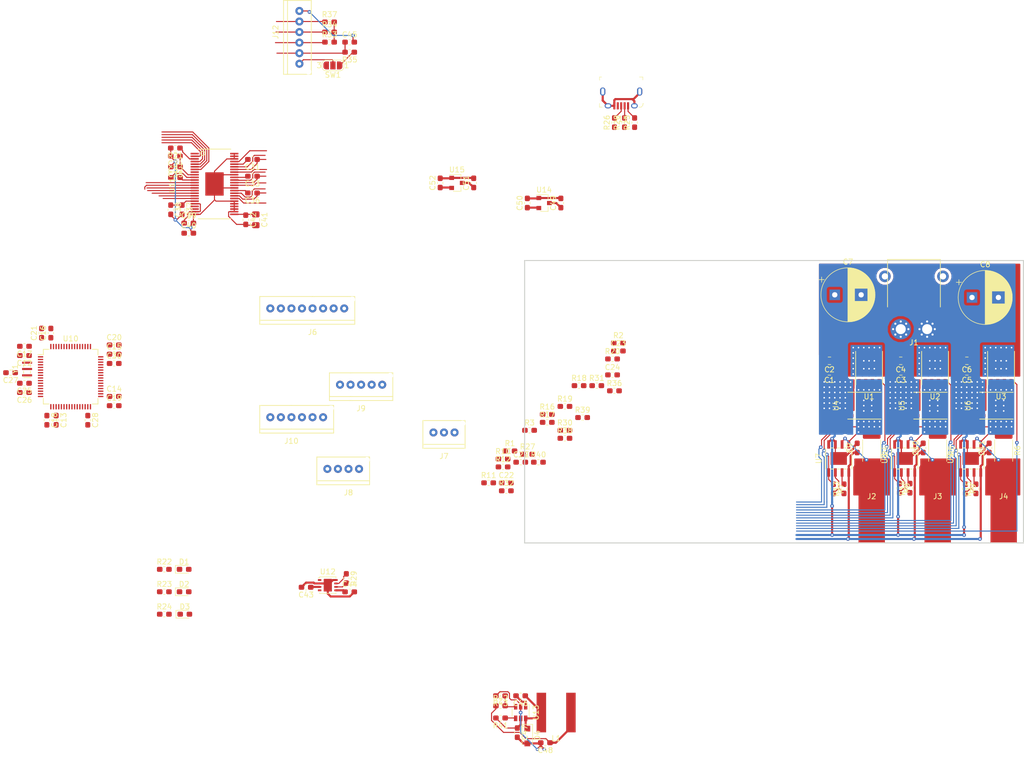
<source format=kicad_pcb>
(kicad_pcb (version 20171130) (host pcbnew 6.0.0-rc1-unknown-539ca5a~66~ubuntu16.04.1)
  (layers (0 F.Cu signal) (31 B.Cu signal) (34 B.Paste user) (35 F.Paste user) (36 B.SilkS user) (37 F.SilkS user) (38 B.Mask user) (39 F.Mask user) (44 Edge.Cuts user))
  (net 0 "")
  (net 1 SL_A)
  (net 2 SUPPLY)
  (net 3 VAA)
  (net 4 VCC)
  (net 5 CURRENT_1)
  (net 6 CURRENT_2)
  (net 7 CURRENT_3)
  (net 8 NRST)
  (net 9 "Net-(C28-Pad1)")
  (net 10 "Net-(C29-Pad1)")
  (net 11 "Net-(C30-Pad1)")
  (net 12 SH_A)
  (net 13 "Net-(C31-Pad2)")
  (net 14 "Net-(C32-Pad1)")
  (net 15 "Net-(C32-Pad2)")
  (net 16 SH_B)
  (net 17 "Net-(C33-Pad2)")
  (net 18 "Net-(C34-Pad1)")
  (net 19 "Net-(C36-Pad2)")
  (net 20 SH_C)
  (net 21 "Net-(C37-Pad1)")
  (net 22 "Net-(C39-Pad1)")
  (net 23 +5V)
  (net 24 TEMP_MOTOR)
  (net 25 "Net-(C46-Pad1)")
  (net 26 "Net-(C46-Pad2)")
  (net 27 "Net-(D1-Pad1)")
  (net 28 "Net-(D2-Pad2)")
  (net 29 "Net-(D2-Pad1)")
  (net 30 "Net-(D3-Pad1)")
  (net 31 "Net-(D3-Pad2)")
  (net 32 "Net-(J2-Pad1)")
  (net 33 "Net-(J3-Pad1)")
  (net 34 "Net-(J4-Pad1)")
  (net 35 SCK_ADC_EXT)
  (net 36 RX_SDA_NSS)
  (net 37 TX_SCL_MOSI)
  (net 38 MISO_ADC_EXT2)
  (net 39 ADC_15)
  (net 40 SERVO)
  (net 41 CANH)
  (net 42 CANL)
  (net 43 SWDIO)
  (net 44 SWCLK)
  (net 45 PB12)
  (net 46 PB3)
  (net 47 PB4)
  (net 48 PD2)
  (net 49 "Net-(J11-Pad3)")
  (net 50 "Net-(J11-Pad4)")
  (net 51 "Net-(J11-Pad2)")
  (net 52 "Net-(J11-Pad1)")
  (net 53 "Net-(J12-Pad6)")
  (net 54 HALL_1)
  (net 55 HALL_3)
  (net 56 HALL_2)
  (net 57 "Net-(R1-Pad1)")
  (net 58 GH_A)
  (net 59 "Net-(R2-Pad1)")
  (net 60 GH_B)
  (net 61 GH_C)
  (net 62 "Net-(R3-Pad1)")
  (net 63 "Net-(R13-Pad1)")
  (net 64 C_A)
  (net 65 "Net-(R14-Pad1)")
  (net 66 C_B)
  (net 67 C_C)
  (net 68 "Net-(R15-Pad1)")
  (net 69 GL_A)
  (net 70 "Net-(R10-Pad1)")
  (net 71 GL_B)
  (net 72 "Net-(R11-Pad1)")
  (net 73 "Net-(R12-Pad1)")
  (net 74 GL_C)
  (net 75 "Net-(R13-Pad2)")
  (net 76 "Net-(R14-Pad2)")
  (net 77 "Net-(R15-Pad2)")
  (net 78 "Net-(R21-Pad1)")
  (net 79 USB_DP)
  (net 80 SENS_A)
  (net 81 USB_DM)
  (net 82 SENS_B)
  (net 83 SENS_C)
  (net 84 SENS_SUPPLY)
  (net 85 "Net-(R41-Pad1)")
  (net 86 "Net-(R42-Pad2)")
  (net 87 "Net-(U10-Pad2)")
  (net 88 "Net-(U10-Pad3)")
  (net 89 "Net-(U10-Pad4)")
  (net 90 "Net-(U10-Pad5)")
  (net 91 "Net-(U10-Pad6)")
  (net 92 "Net-(U10-Pad28)")
  (net 93 INL_A)
  (net 94 INL_B)
  (net 95 INL_C)
  (net 96 CS)
  (net 97 H1)
  (net 98 H2)
  (net 99 H3)
  (net 100 "Net-(U10-Pad50)")
  (net 101 SCLK)
  (net 102 SDO)
  (net 103 SDI)
  (net 104 EN_GATE)
  (net 105 FAULT)
  (net 106 CAN_RX)
  (net 107 CAN_TX)
  (net 108 "Net-(U11-Pad1)")
  (net 109 "Net-(U11-Pad8)")
  (net 110 "Net-(U11-Pad21)")
  (net 111 "Net-(U11-Pad22)")
  (module AgriESC:VIA-0.6mm (layer F.Cu) (at 59.69 94.615)
    (fp_text reference REF** hide)
    (fp_text value VIA-0.6mm hide)
    (pad 1 thru_hole circle (at 0 0) (size 0.6 0.6) (drill 0.3) (layers *.Cu) (net 1 SL_A))
  )
  (module AgriESC:CSTNE8M00G550000R0 (layer F.Cu) (at -38.25 22.55 270)
    (fp_text reference Y1 (at 0 2.25 270) (layer F.SilkS))
    (fp_text value "8M Resonator")
    (pad 3 smd rect (at 1.2 0 270) (size 0.4 1.9) (layers F.Cu F.Paste F.Mask) (net 91 "Net-(U10-Pad6)"))
    (pad 2 smd rect (at 0 0 270) (size 0.4 1.9) (layers F.Cu F.Paste F.Mask) (net 1 SL_A))
    (pad 1 smd rect (at -1.2 0 270) (size 0.4 1.9) (layers F.Cu F.Paste F.Mask) (net 90 "Net-(U10-Pad5)"))
  )
  (module AgriESC:VIA-0.6mm (layer F.Cu) (at 144.25 34.5)
    (fp_text reference REF** hide)
    (fp_text value VIA-0.6mm hide)
    (pad "" thru_hole circle (at 0 0) (size 0.6 0.6) (drill 0.3) (layers *.Cu) (net 20 SH_C))
  )
  (module AgriESC:VIA-0.6mm (layer F.Cu) (at 144.25 33.5)
    (fp_text reference REF** hide)
    (fp_text value VIA-0.6mm hide)
    (pad "" thru_hole circle (at 0 0) (size 0.6 0.6) (drill 0.3) (layers *.Cu) (net 20 SH_C))
  )
  (module AgriESC:VIA-0.6mm (layer F.Cu) (at 144.25 32.5)
    (fp_text reference REF** hide)
    (fp_text value VIA-0.6mm hide)
    (pad "" thru_hole circle (at 0 0) (size 0.6 0.6) (drill 0.3) (layers *.Cu) (net 20 SH_C))
  )
  (module AgriESC:VIA-0.6mm (layer F.Cu) (at 145.25 33.5)
    (fp_text reference REF** hide)
    (fp_text value VIA-0.6mm hide)
    (pad "" thru_hole circle (at 0 0) (size 0.6 0.6) (drill 0.3) (layers *.Cu) (net 20 SH_C))
  )
  (module AgriESC:VIA-0.6mm (layer F.Cu) (at 145.25 32.5)
    (fp_text reference REF** hide)
    (fp_text value VIA-0.6mm hide)
    (pad "" thru_hole circle (at 0 0) (size 0.6 0.6) (drill 0.3) (layers *.Cu) (net 20 SH_C))
  )
  (module AgriESC:VIA-0.6mm (layer F.Cu) (at 146.25 33.5)
    (fp_text reference REF** hide)
    (fp_text value VIA-0.6mm hide)
    (pad "" thru_hole circle (at 0 0) (size 0.6 0.6) (drill 0.3) (layers *.Cu) (net 20 SH_C))
  )
  (module AgriESC:VIA-0.6mm (layer F.Cu) (at 146.25 32.5)
    (fp_text reference REF** hide)
    (fp_text value VIA-0.6mm hide)
    (pad "" thru_hole circle (at 0 0) (size 0.6 0.6) (drill 0.3) (layers *.Cu) (net 20 SH_C))
  )
  (module AgriESC:VIA-0.6mm (layer F.Cu) (at 147.25 33.5)
    (fp_text reference REF** hide)
    (fp_text value VIA-0.6mm hide)
    (pad "" thru_hole circle (at 0 0) (size 0.6 0.6) (drill 0.3) (layers *.Cu) (net 20 SH_C))
  )
  (module AgriESC:VIA-0.6mm (layer F.Cu) (at 147.25 32.5)
    (fp_text reference REF** hide)
    (fp_text value VIA-0.6mm hide)
    (pad "" thru_hole circle (at 0 0) (size 0.6 0.6) (drill 0.3) (layers *.Cu) (net 20 SH_C))
  )
  (module AgriESC:VIA-0.6mm (layer F.Cu) (at 148.25 33.5)
    (fp_text reference REF** hide)
    (fp_text value VIA-0.6mm hide)
    (pad "" thru_hole circle (at 0 0) (size 0.6 0.6) (drill 0.3) (layers *.Cu) (net 20 SH_C))
  )
  (module AgriESC:VIA-0.6mm (layer F.Cu) (at 148.25 32.5)
    (fp_text reference REF** hide)
    (fp_text value VIA-0.6mm hide)
    (pad "" thru_hole circle (at 0 0) (size 0.6 0.6) (drill 0.3) (layers *.Cu) (net 20 SH_C))
  )
  (module AgriESC:VIA-0.6mm (layer F.Cu) (at 148.25 26.5)
    (fp_text reference REF** hide)
    (fp_text value VIA-0.6mm hide)
    (pad "" thru_hole circle (at 0 0) (size 0.6 0.6) (drill 0.3) (layers *.Cu) (net 20 SH_C))
  )
  (module AgriESC:VIA-0.6mm (layer F.Cu) (at 147.25 26.5)
    (fp_text reference REF** hide)
    (fp_text value VIA-0.6mm hide)
    (pad "" thru_hole circle (at 0 0) (size 0.6 0.6) (drill 0.3) (layers *.Cu) (net 20 SH_C))
  )
  (module AgriESC:VIA-0.6mm (layer F.Cu) (at 146.25 26.5)
    (fp_text reference REF** hide)
    (fp_text value VIA-0.6mm hide)
    (pad "" thru_hole circle (at 0 0) (size 0.6 0.6) (drill 0.3) (layers *.Cu) (net 20 SH_C))
  )
  (module AgriESC:VIA-0.6mm (layer F.Cu) (at 145.25 26.5)
    (fp_text reference REF** hide)
    (fp_text value VIA-0.6mm hide)
    (pad "" thru_hole circle (at 0 0) (size 0.6 0.6) (drill 0.3) (layers *.Cu) (net 20 SH_C))
  )
  (module AgriESC:VIA-0.6mm (layer F.Cu) (at 144.25 26.5)
    (fp_text reference REF** hide)
    (fp_text value VIA-0.6mm hide)
    (pad "" thru_hole circle (at 0 0) (size 0.6 0.6) (drill 0.3) (layers *.Cu) (net 20 SH_C))
  )
  (module AgriESC:VIA-0.6mm (layer F.Cu) (at 148.25 18.5)
    (fp_text reference REF** hide)
    (fp_text value VIA-0.6mm hide)
    (pad "" thru_hole circle (at 0 0) (size 0.6 0.6) (drill 0.3) (layers *.Cu) (net 2 SUPPLY))
  )
  (module AgriESC:VIA-0.6mm (layer F.Cu) (at 147.25 18.5)
    (fp_text reference REF** hide)
    (fp_text value VIA-0.6mm hide)
    (pad "" thru_hole circle (at 0 0) (size 0.6 0.6) (drill 0.3) (layers *.Cu) (net 2 SUPPLY))
  )
  (module AgriESC:VIA-0.6mm (layer F.Cu) (at 146.25 18.5)
    (fp_text reference REF** hide)
    (fp_text value VIA-0.6mm hide)
    (pad "" thru_hole circle (at 0 0) (size 0.6 0.6) (drill 0.3) (layers *.Cu) (net 2 SUPPLY))
  )
  (module AgriESC:VIA-0.6mm (layer F.Cu) (at 145.25 18.5)
    (fp_text reference REF** hide)
    (fp_text value VIA-0.6mm hide)
    (pad "" thru_hole circle (at 0 0) (size 0.6 0.6) (drill 0.3) (layers *.Cu) (net 2 SUPPLY))
  )
  (module AgriESC:VIA-0.6mm (layer F.Cu) (at 144.25 18.5)
    (fp_text reference REF** hide)
    (fp_text value VIA-0.6mm hide)
    (pad "" thru_hole circle (at 0 0) (size 0.6 0.6) (drill 0.3) (layers *.Cu) (net 2 SUPPLY))
  )
  (module AgriESC:VIA-0.6mm (layer F.Cu) (at 143.25 23.5)
    (fp_text reference REF** hide)
    (fp_text value VIA-0.6mm hide)
    (pad "" thru_hole circle (at 0 0) (size 0.6 0.6) (drill 0.3) (layers *.Cu) (net 2 SUPPLY))
  )
  (module AgriESC:VIA-0.6mm (layer F.Cu) (at 143.25 22.5)
    (fp_text reference REF** hide)
    (fp_text value VIA-0.6mm hide)
    (pad "" thru_hole circle (at 0 0) (size 0.6 0.6) (drill 0.3) (layers *.Cu) (net 2 SUPPLY))
  )
  (module AgriESC:VIA-0.6mm (layer F.Cu) (at 143.25 21.5)
    (fp_text reference REF** hide)
    (fp_text value VIA-0.6mm hide)
    (pad "" thru_hole circle (at 0 0) (size 0.6 0.6) (drill 0.3) (layers *.Cu) (net 2 SUPPLY))
  )
  (module AgriESC:VIA-0.6mm (layer F.Cu) (at 143.25 20.5)
    (fp_text reference REF** hide)
    (fp_text value VIA-0.6mm hide)
    (pad "" thru_hole circle (at 0 0) (size 0.6 0.6) (drill 0.3) (layers *.Cu) (net 2 SUPPLY))
  )
  (module AgriESC:VIA-0.6mm (layer F.Cu) (at 143.25 19.5)
    (fp_text reference REF** hide)
    (fp_text value VIA-0.6mm hide)
    (pad "" thru_hole circle (at 0 0) (size 0.6 0.6) (drill 0.3) (layers *.Cu) (net 2 SUPPLY))
  )
  (module AgriESC:VIA-0.6mm (layer F.Cu) (at 143.25 18.5)
    (fp_text reference REF** hide)
    (fp_text value VIA-0.6mm hide)
    (pad "" thru_hole circle (at 0 0) (size 0.6 0.6) (drill 0.3) (layers *.Cu) (net 2 SUPPLY))
  )
  (module AgriESC:VIA-0.6mm (layer F.Cu) (at 141.75 30)
    (fp_text reference REF** hide)
    (fp_text value VIA-0.6mm hide)
    (pad "" thru_hole circle (at 0 0) (size 0.6 0.6) (drill 0.3) (layers *.Cu) (net 1 SL_A))
  )
  (module AgriESC:VIA-0.6mm (layer F.Cu) (at 140.75 30)
    (fp_text reference REF** hide)
    (fp_text value VIA-0.6mm hide)
    (pad "" thru_hole circle (at 0 0) (size 0.6 0.6) (drill 0.3) (layers *.Cu) (net 1 SL_A))
  )
  (module AgriESC:VIA-0.6mm (layer F.Cu) (at 139.75 30)
    (fp_text reference REF** hide)
    (fp_text value VIA-0.6mm hide)
    (pad "" thru_hole circle (at 0 0) (size 0.6 0.6) (drill 0.3) (layers *.Cu) (net 1 SL_A))
  )
  (module AgriESC:VIA-0.6mm (layer F.Cu) (at 138.75 30)
    (fp_text reference REF** hide)
    (fp_text value VIA-0.6mm hide)
    (pad "" thru_hole circle (at 0 0) (size 0.6 0.6) (drill 0.3) (layers *.Cu) (net 1 SL_A))
  )
  (module AgriESC:VIA-0.6mm (layer F.Cu) (at 137.75 30)
    (fp_text reference REF** hide)
    (fp_text value VIA-0.6mm hide)
    (pad "" thru_hole circle (at 0 0) (size 0.6 0.6) (drill 0.3) (layers *.Cu) (net 1 SL_A))
  )
  (module AgriESC:VIA-0.6mm (layer F.Cu) (at 141.75 29)
    (fp_text reference REF** hide)
    (fp_text value VIA-0.6mm hide)
    (pad "" thru_hole circle (at 0 0) (size 0.6 0.6) (drill 0.3) (layers *.Cu) (net 1 SL_A))
  )
  (module AgriESC:VIA-0.6mm (layer F.Cu) (at 140.75 29)
    (fp_text reference REF** hide)
    (fp_text value VIA-0.6mm hide)
    (pad "" thru_hole circle (at 0 0) (size 0.6 0.6) (drill 0.3) (layers *.Cu) (net 1 SL_A))
  )
  (module AgriESC:VIA-0.6mm (layer F.Cu) (at 139.75 29)
    (fp_text reference REF** hide)
    (fp_text value VIA-0.6mm hide)
    (pad "" thru_hole circle (at 0 0) (size 0.6 0.6) (drill 0.3) (layers *.Cu) (net 1 SL_A))
  )
  (module AgriESC:VIA-0.6mm (layer F.Cu) (at 138.75 29)
    (fp_text reference REF** hide)
    (fp_text value VIA-0.6mm hide)
    (pad "" thru_hole circle (at 0 0) (size 0.6 0.6) (drill 0.3) (layers *.Cu) (net 1 SL_A))
  )
  (module AgriESC:VIA-0.6mm (layer F.Cu) (at 137.75 29)
    (fp_text reference REF** hide)
    (fp_text value VIA-0.6mm hide)
    (pad "" thru_hole circle (at 0 0) (size 0.6 0.6) (drill 0.3) (layers *.Cu) (net 1 SL_A))
  )
  (module AgriESC:VIA-0.6mm (layer F.Cu) (at 141.75 28)
    (fp_text reference REF** hide)
    (fp_text value VIA-0.6mm hide)
    (pad "" thru_hole circle (at 0 0) (size 0.6 0.6) (drill 0.3) (layers *.Cu) (net 1 SL_A))
  )
  (module AgriESC:VIA-0.6mm (layer F.Cu) (at 140.75 28)
    (fp_text reference REF** hide)
    (fp_text value VIA-0.6mm hide)
    (pad "" thru_hole circle (at 0 0) (size 0.6 0.6) (drill 0.3) (layers *.Cu) (net 1 SL_A))
  )
  (module AgriESC:VIA-0.6mm (layer F.Cu) (at 139.75 28)
    (fp_text reference REF** hide)
    (fp_text value VIA-0.6mm hide)
    (pad "" thru_hole circle (at 0 0) (size 0.6 0.6) (drill 0.3) (layers *.Cu) (net 1 SL_A))
  )
  (module AgriESC:VIA-0.6mm (layer F.Cu) (at 138.75 28)
    (fp_text reference REF** hide)
    (fp_text value VIA-0.6mm hide)
    (pad "" thru_hole circle (at 0 0) (size 0.6 0.6) (drill 0.3) (layers *.Cu) (net 1 SL_A))
  )
  (module AgriESC:VIA-0.6mm (layer F.Cu) (at 137.75 28)
    (fp_text reference REF** hide)
    (fp_text value VIA-0.6mm hide)
    (pad "" thru_hole circle (at 0 0) (size 0.6 0.6) (drill 0.3) (layers *.Cu) (net 1 SL_A))
  )
  (module AgriESC:VIA-0.6mm (layer F.Cu) (at 142.75 27)
    (fp_text reference REF** hide)
    (fp_text value VIA-0.6mm hide)
    (pad "" thru_hole circle (at 0 0) (size 0.6 0.6) (drill 0.3) (layers *.Cu) (net 1 SL_A))
  )
  (module AgriESC:VIA-0.6mm (layer F.Cu) (at 141.75 27)
    (fp_text reference REF** hide)
    (fp_text value VIA-0.6mm hide)
    (pad "" thru_hole circle (at 0 0) (size 0.6 0.6) (drill 0.3) (layers *.Cu) (net 1 SL_A))
  )
  (module AgriESC:VIA-0.6mm (layer F.Cu) (at 140.75 27)
    (fp_text reference REF** hide)
    (fp_text value VIA-0.6mm hide)
    (pad "" thru_hole circle (at 0 0) (size 0.6 0.6) (drill 0.3) (layers *.Cu) (net 1 SL_A))
  )
  (module AgriESC:VIA-0.6mm (layer F.Cu) (at 139.75 27)
    (fp_text reference REF** hide)
    (fp_text value VIA-0.6mm hide)
    (pad "" thru_hole circle (at 0 0) (size 0.6 0.6) (drill 0.3) (layers *.Cu) (net 1 SL_A))
  )
  (module AgriESC:VIA-0.6mm (layer F.Cu) (at 138.75 27)
    (fp_text reference REF** hide)
    (fp_text value VIA-0.6mm hide)
    (pad "" thru_hole circle (at 0 0) (size 0.6 0.6) (drill 0.3) (layers *.Cu) (net 1 SL_A))
  )
  (module AgriESC:VIA-0.6mm (layer F.Cu) (at 137.75 27)
    (fp_text reference REF** hide)
    (fp_text value VIA-0.6mm hide)
    (pad "" thru_hole circle (at 0 0) (size 0.6 0.6) (drill 0.3) (layers *.Cu) (net 1 SL_A))
  )
  (module AgriESC:VIA-0.6mm (layer F.Cu) (at 142.75 26)
    (fp_text reference REF** hide)
    (fp_text value VIA-0.6mm hide)
    (pad "" thru_hole circle (at 0 0) (size 0.6 0.6) (drill 0.3) (layers *.Cu) (net 1 SL_A))
  )
  (module AgriESC:VIA-0.6mm (layer F.Cu) (at 141.75 26)
    (fp_text reference REF** hide)
    (fp_text value VIA-0.6mm hide)
    (pad "" thru_hole circle (at 0 0) (size 0.6 0.6) (drill 0.3) (layers *.Cu) (net 1 SL_A))
  )
  (module AgriESC:VIA-0.6mm (layer F.Cu) (at 140.75 26)
    (fp_text reference REF** hide)
    (fp_text value VIA-0.6mm hide)
    (pad "" thru_hole circle (at 0 0) (size 0.6 0.6) (drill 0.3) (layers *.Cu) (net 1 SL_A))
  )
  (module AgriESC:VIA-0.6mm (layer F.Cu) (at 139.75 26)
    (fp_text reference REF** hide)
    (fp_text value VIA-0.6mm hide)
    (pad "" thru_hole circle (at 0 0) (size 0.6 0.6) (drill 0.3) (layers *.Cu) (net 1 SL_A))
  )
  (module AgriESC:VIA-0.6mm (layer F.Cu) (at 138.75 26)
    (fp_text reference REF** hide)
    (fp_text value VIA-0.6mm hide)
    (pad "" thru_hole circle (at 0 0) (size 0.6 0.6) (drill 0.3) (layers *.Cu) (net 1 SL_A))
  )
  (module AgriESC:VIA-0.6mm (layer F.Cu) (at 137.75 26)
    (fp_text reference REF** hide)
    (fp_text value VIA-0.6mm hide)
    (pad "" thru_hole circle (at 0 0) (size 0.6 0.6) (drill 0.3) (layers *.Cu) (net 1 SL_A))
  )
  (module AgriESC:VIA-0.6mm (layer F.Cu) (at 142.75 25)
    (fp_text reference REF** hide)
    (fp_text value VIA-0.6mm hide)
    (pad "" thru_hole circle (at 0 0) (size 0.6 0.6) (drill 0.3) (layers *.Cu) (net 1 SL_A))
  )
  (module AgriESC:VIA-0.6mm (layer F.Cu) (at 141.75 25)
    (fp_text reference REF** hide)
    (fp_text value VIA-0.6mm hide)
    (pad "" thru_hole circle (at 0 0) (size 0.6 0.6) (drill 0.3) (layers *.Cu) (net 1 SL_A))
  )
  (module AgriESC:VIA-0.6mm (layer F.Cu) (at 140.75 25)
    (fp_text reference REF** hide)
    (fp_text value VIA-0.6mm hide)
    (pad "" thru_hole circle (at 0 0) (size 0.6 0.6) (drill 0.3) (layers *.Cu) (net 1 SL_A))
  )
  (module AgriESC:VIA-0.6mm (layer F.Cu) (at 139.75 25)
    (fp_text reference REF** hide)
    (fp_text value VIA-0.6mm hide)
    (pad "" thru_hole circle (at 0 0) (size 0.6 0.6) (drill 0.3) (layers *.Cu) (net 1 SL_A))
  )
  (module AgriESC:VIA-0.6mm (layer F.Cu) (at 138.75 25)
    (fp_text reference REF** hide)
    (fp_text value VIA-0.6mm hide)
    (pad "" thru_hole circle (at 0 0) (size 0.6 0.6) (drill 0.3) (layers *.Cu) (net 1 SL_A))
  )
  (module AgriESC:VIA-0.6mm (layer F.Cu) (at 137.75 25)
    (fp_text reference REF** hide)
    (fp_text value VIA-0.6mm hide)
    (pad "" thru_hole circle (at 0 0) (size 0.6 0.6) (drill 0.3) (layers *.Cu) (net 1 SL_A))
  )
  (module AgriESC:VIA-0.6mm (layer F.Cu) (at 129.25 30)
    (fp_text reference REF** hide)
    (fp_text value VIA-0.6mm hide)
    (pad "" thru_hole circle (at 0 0) (size 0.6 0.6) (drill 0.3) (layers *.Cu) (net 1 SL_A))
  )
  (module AgriESC:VIA-0.6mm (layer F.Cu) (at 128.25 30)
    (fp_text reference REF** hide)
    (fp_text value VIA-0.6mm hide)
    (pad "" thru_hole circle (at 0 0) (size 0.6 0.6) (drill 0.3) (layers *.Cu) (net 1 SL_A))
  )
  (module AgriESC:VIA-0.6mm (layer F.Cu) (at 127.25 30)
    (fp_text reference REF** hide)
    (fp_text value VIA-0.6mm hide)
    (pad "" thru_hole circle (at 0 0) (size 0.6 0.6) (drill 0.3) (layers *.Cu) (net 1 SL_A))
  )
  (module AgriESC:VIA-0.6mm (layer F.Cu) (at 126.25 30)
    (fp_text reference REF** hide)
    (fp_text value VIA-0.6mm hide)
    (pad "" thru_hole circle (at 0 0) (size 0.6 0.6) (drill 0.3) (layers *.Cu) (net 1 SL_A))
  )
  (module AgriESC:VIA-0.6mm (layer F.Cu) (at 125.25 30)
    (fp_text reference REF** hide)
    (fp_text value VIA-0.6mm hide)
    (pad "" thru_hole circle (at 0 0) (size 0.6 0.6) (drill 0.3) (layers *.Cu) (net 1 SL_A))
  )
  (module AgriESC:VIA-0.6mm (layer F.Cu) (at 129.25 29)
    (fp_text reference REF** hide)
    (fp_text value VIA-0.6mm hide)
    (pad "" thru_hole circle (at 0 0) (size 0.6 0.6) (drill 0.3) (layers *.Cu) (net 1 SL_A))
  )
  (module AgriESC:VIA-0.6mm (layer F.Cu) (at 128.25 29)
    (fp_text reference REF** hide)
    (fp_text value VIA-0.6mm hide)
    (pad "" thru_hole circle (at 0 0) (size 0.6 0.6) (drill 0.3) (layers *.Cu) (net 1 SL_A))
  )
  (module AgriESC:VIA-0.6mm (layer F.Cu) (at 127.25 29)
    (fp_text reference REF** hide)
    (fp_text value VIA-0.6mm hide)
    (pad "" thru_hole circle (at 0 0) (size 0.6 0.6) (drill 0.3) (layers *.Cu) (net 1 SL_A))
  )
  (module AgriESC:VIA-0.6mm (layer F.Cu) (at 126.25 29)
    (fp_text reference REF** hide)
    (fp_text value VIA-0.6mm hide)
    (pad "" thru_hole circle (at 0 0) (size 0.6 0.6) (drill 0.3) (layers *.Cu) (net 1 SL_A))
  )
  (module AgriESC:VIA-0.6mm (layer F.Cu) (at 125.25 29)
    (fp_text reference REF** hide)
    (fp_text value VIA-0.6mm hide)
    (pad "" thru_hole circle (at 0 0) (size 0.6 0.6) (drill 0.3) (layers *.Cu) (net 1 SL_A))
  )
  (module AgriESC:VIA-0.6mm (layer F.Cu) (at 129.25 28)
    (fp_text reference REF** hide)
    (fp_text value VIA-0.6mm hide)
    (pad "" thru_hole circle (at 0 0) (size 0.6 0.6) (drill 0.3) (layers *.Cu) (net 1 SL_A))
  )
  (module AgriESC:VIA-0.6mm (layer F.Cu) (at 128.25 28)
    (fp_text reference REF** hide)
    (fp_text value VIA-0.6mm hide)
    (pad "" thru_hole circle (at 0 0) (size 0.6 0.6) (drill 0.3) (layers *.Cu) (net 1 SL_A))
  )
  (module AgriESC:VIA-0.6mm (layer F.Cu) (at 127.25 28)
    (fp_text reference REF** hide)
    (fp_text value VIA-0.6mm hide)
    (pad "" thru_hole circle (at 0 0) (size 0.6 0.6) (drill 0.3) (layers *.Cu) (net 1 SL_A))
  )
  (module AgriESC:VIA-0.6mm (layer F.Cu) (at 126.25 28)
    (fp_text reference REF** hide)
    (fp_text value VIA-0.6mm hide)
    (pad "" thru_hole circle (at 0 0) (size 0.6 0.6) (drill 0.3) (layers *.Cu) (net 1 SL_A))
  )
  (module AgriESC:VIA-0.6mm (layer F.Cu) (at 125.25 28)
    (fp_text reference REF** hide)
    (fp_text value VIA-0.6mm hide)
    (pad "" thru_hole circle (at 0 0) (size 0.6 0.6) (drill 0.3) (layers *.Cu) (net 1 SL_A))
  )
  (module AgriESC:VIA-0.6mm (layer F.Cu) (at 130.25 27)
    (fp_text reference REF** hide)
    (fp_text value VIA-0.6mm hide)
    (pad "" thru_hole circle (at 0 0) (size 0.6 0.6) (drill 0.3) (layers *.Cu) (net 1 SL_A))
  )
  (module AgriESC:VIA-0.6mm (layer F.Cu) (at 129.25 27)
    (fp_text reference REF** hide)
    (fp_text value VIA-0.6mm hide)
    (pad "" thru_hole circle (at 0 0) (size 0.6 0.6) (drill 0.3) (layers *.Cu) (net 1 SL_A))
  )
  (module AgriESC:VIA-0.6mm (layer F.Cu) (at 128.25 27)
    (fp_text reference REF** hide)
    (fp_text value VIA-0.6mm hide)
    (pad "" thru_hole circle (at 0 0) (size 0.6 0.6) (drill 0.3) (layers *.Cu) (net 1 SL_A))
  )
  (module AgriESC:VIA-0.6mm (layer F.Cu) (at 127.25 27)
    (fp_text reference REF** hide)
    (fp_text value VIA-0.6mm hide)
    (pad "" thru_hole circle (at 0 0) (size 0.6 0.6) (drill 0.3) (layers *.Cu) (net 1 SL_A))
  )
  (module AgriESC:VIA-0.6mm (layer F.Cu) (at 126.25 27)
    (fp_text reference REF** hide)
    (fp_text value VIA-0.6mm hide)
    (pad "" thru_hole circle (at 0 0) (size 0.6 0.6) (drill 0.3) (layers *.Cu) (net 1 SL_A))
  )
  (module AgriESC:VIA-0.6mm (layer F.Cu) (at 125.25 27)
    (fp_text reference REF** hide)
    (fp_text value VIA-0.6mm hide)
    (pad "" thru_hole circle (at 0 0) (size 0.6 0.6) (drill 0.3) (layers *.Cu) (net 1 SL_A))
  )
  (module AgriESC:VIA-0.6mm (layer F.Cu) (at 130.25 26)
    (fp_text reference REF** hide)
    (fp_text value VIA-0.6mm hide)
    (pad "" thru_hole circle (at 0 0) (size 0.6 0.6) (drill 0.3) (layers *.Cu) (net 1 SL_A))
  )
  (module AgriESC:VIA-0.6mm (layer F.Cu) (at 129.25 26)
    (fp_text reference REF** hide)
    (fp_text value VIA-0.6mm hide)
    (pad "" thru_hole circle (at 0 0) (size 0.6 0.6) (drill 0.3) (layers *.Cu) (net 1 SL_A))
  )
  (module AgriESC:VIA-0.6mm (layer F.Cu) (at 128.25 26)
    (fp_text reference REF** hide)
    (fp_text value VIA-0.6mm hide)
    (pad "" thru_hole circle (at 0 0) (size 0.6 0.6) (drill 0.3) (layers *.Cu) (net 1 SL_A))
  )
  (module AgriESC:VIA-0.6mm (layer F.Cu) (at 127.25 26)
    (fp_text reference REF** hide)
    (fp_text value VIA-0.6mm hide)
    (pad "" thru_hole circle (at 0 0) (size 0.6 0.6) (drill 0.3) (layers *.Cu) (net 1 SL_A))
  )
  (module AgriESC:VIA-0.6mm (layer F.Cu) (at 126.25 26)
    (fp_text reference REF** hide)
    (fp_text value VIA-0.6mm hide)
    (pad "" thru_hole circle (at 0 0) (size 0.6 0.6) (drill 0.3) (layers *.Cu) (net 1 SL_A))
  )
  (module AgriESC:VIA-0.6mm (layer F.Cu) (at 125.25 26)
    (fp_text reference REF** hide)
    (fp_text value VIA-0.6mm hide)
    (pad "" thru_hole circle (at 0 0) (size 0.6 0.6) (drill 0.3) (layers *.Cu) (net 1 SL_A))
  )
  (module AgriESC:VIA-0.6mm (layer F.Cu) (at 130.25 25)
    (fp_text reference REF** hide)
    (fp_text value VIA-0.6mm hide)
    (pad "" thru_hole circle (at 0 0) (size 0.6 0.6) (drill 0.3) (layers *.Cu) (net 1 SL_A))
  )
  (module AgriESC:VIA-0.6mm (layer F.Cu) (at 129.25 25)
    (fp_text reference REF** hide)
    (fp_text value VIA-0.6mm hide)
    (pad "" thru_hole circle (at 0 0) (size 0.6 0.6) (drill 0.3) (layers *.Cu) (net 1 SL_A))
  )
  (module AgriESC:VIA-0.6mm (layer F.Cu) (at 128.25 25)
    (fp_text reference REF** hide)
    (fp_text value VIA-0.6mm hide)
    (pad "" thru_hole circle (at 0 0) (size 0.6 0.6) (drill 0.3) (layers *.Cu) (net 1 SL_A))
  )
  (module AgriESC:VIA-0.6mm (layer F.Cu) (at 127.25 25)
    (fp_text reference REF** hide)
    (fp_text value VIA-0.6mm hide)
    (pad "" thru_hole circle (at 0 0) (size 0.6 0.6) (drill 0.3) (layers *.Cu) (net 1 SL_A))
  )
  (module AgriESC:VIA-0.6mm (layer F.Cu) (at 126.25 25)
    (fp_text reference REF** hide)
    (fp_text value VIA-0.6mm hide)
    (pad "" thru_hole circle (at 0 0) (size 0.6 0.6) (drill 0.3) (layers *.Cu) (net 1 SL_A))
  )
  (module AgriESC:VIA-0.6mm (layer F.Cu) (at 125.25 25)
    (fp_text reference REF** hide)
    (fp_text value VIA-0.6mm hide)
    (pad "" thru_hole circle (at 0 0) (size 0.6 0.6) (drill 0.3) (layers *.Cu) (net 1 SL_A))
  )
  (module AgriESC:VIA-0.6mm (layer F.Cu) (at 130.75 23.5)
    (fp_text reference REF** hide)
    (fp_text value VIA-0.6mm hide)
    (pad "" thru_hole circle (at 0 0) (size 0.6 0.6) (drill 0.3) (layers *.Cu) (net 2 SUPPLY))
  )
  (module AgriESC:VIA-0.6mm (layer F.Cu) (at 130.75 22.5)
    (fp_text reference REF** hide)
    (fp_text value VIA-0.6mm hide)
    (pad "" thru_hole circle (at 0 0) (size 0.6 0.6) (drill 0.3) (layers *.Cu) (net 2 SUPPLY))
  )
  (module AgriESC:VIA-0.6mm (layer F.Cu) (at 130.75 21.5)
    (fp_text reference REF** hide)
    (fp_text value VIA-0.6mm hide)
    (pad "" thru_hole circle (at 0 0) (size 0.6 0.6) (drill 0.3) (layers *.Cu) (net 2 SUPPLY))
  )
  (module AgriESC:VIA-0.6mm (layer F.Cu) (at 130.75 20.5)
    (fp_text reference REF** hide)
    (fp_text value VIA-0.6mm hide)
    (pad "" thru_hole circle (at 0 0) (size 0.6 0.6) (drill 0.3) (layers *.Cu) (net 2 SUPPLY))
  )
  (module AgriESC:VIA-0.6mm (layer F.Cu) (at 130.75 19.5)
    (fp_text reference REF** hide)
    (fp_text value VIA-0.6mm hide)
    (pad "" thru_hole circle (at 0 0) (size 0.6 0.6) (drill 0.3) (layers *.Cu) (net 2 SUPPLY))
  )
  (module AgriESC:VIA-0.6mm (layer F.Cu) (at 130.75 18.5)
    (fp_text reference REF** hide)
    (fp_text value VIA-0.6mm hide)
    (pad "" thru_hole circle (at 0 0) (size 0.6 0.6) (drill 0.3) (layers *.Cu) (net 2 SUPPLY))
  )
  (module AgriESC:VIA-0.6mm (layer F.Cu) (at 131.75 18.5)
    (fp_text reference REF** hide)
    (fp_text value VIA-0.6mm hide)
    (pad "" thru_hole circle (at 0 0) (size 0.6 0.6) (drill 0.3) (layers *.Cu) (net 2 SUPPLY))
  )
  (module AgriESC:VIA-0.6mm (layer F.Cu) (at 132.75 18.5)
    (fp_text reference REF** hide)
    (fp_text value VIA-0.6mm hide)
    (pad "" thru_hole circle (at 0 0) (size 0.6 0.6) (drill 0.3) (layers *.Cu) (net 2 SUPPLY))
  )
  (module AgriESC:VIA-0.6mm (layer F.Cu) (at 133.75 18.5)
    (fp_text reference REF** hide)
    (fp_text value VIA-0.6mm hide)
    (pad "" thru_hole circle (at 0 0) (size 0.6 0.6) (drill 0.3) (layers *.Cu) (net 2 SUPPLY))
  )
  (module AgriESC:VIA-0.6mm (layer F.Cu) (at 134.75 18.5)
    (fp_text reference REF** hide)
    (fp_text value VIA-0.6mm hide)
    (pad "" thru_hole circle (at 0 0) (size 0.6 0.6) (drill 0.3) (layers *.Cu) (net 2 SUPPLY))
  )
  (module AgriESC:VIA-0.6mm (layer F.Cu) (at 135.75 18.5)
    (fp_text reference REF** hide)
    (fp_text value VIA-0.6mm hide)
    (pad "" thru_hole circle (at 0 0) (size 0.6 0.6) (drill 0.3) (layers *.Cu) (net 2 SUPPLY))
  )
  (module AgriESC:VIA-0.6mm (layer F.Cu) (at 135.75 33.5)
    (fp_text reference REF** hide)
    (fp_text value VIA-0.6mm hide)
    (pad "" thru_hole circle (at 0 0) (size 0.6 0.6) (drill 0.3) (layers *.Cu) (net 16 SH_B))
  )
  (module AgriESC:VIA-0.6mm (layer F.Cu) (at 134.75 33.5)
    (fp_text reference REF** hide)
    (fp_text value VIA-0.6mm hide)
    (pad "" thru_hole circle (at 0 0) (size 0.6 0.6) (drill 0.3) (layers *.Cu) (net 16 SH_B))
  )
  (module AgriESC:VIA-0.6mm (layer F.Cu) (at 133.75 33.5)
    (fp_text reference REF** hide)
    (fp_text value VIA-0.6mm hide)
    (pad "" thru_hole circle (at 0 0) (size 0.6 0.6) (drill 0.3) (layers *.Cu) (net 16 SH_B))
  )
  (module AgriESC:VIA-0.6mm (layer F.Cu) (at 132.75 33.5)
    (fp_text reference REF** hide)
    (fp_text value VIA-0.6mm hide)
    (pad "" thru_hole circle (at 0 0) (size 0.6 0.6) (drill 0.3) (layers *.Cu) (net 16 SH_B))
  )
  (module AgriESC:VIA-0.6mm (layer F.Cu) (at 131.75 34.5)
    (fp_text reference REF** hide)
    (fp_text value VIA-0.6mm hide)
    (pad "" thru_hole circle (at 0 0) (size 0.6 0.6) (drill 0.3) (layers *.Cu) (net 16 SH_B))
  )
  (module AgriESC:VIA-0.6mm (layer F.Cu) (at 131.75 33.5)
    (fp_text reference REF** hide)
    (fp_text value VIA-0.6mm hide)
    (pad "" thru_hole circle (at 0 0) (size 0.6 0.6) (drill 0.3) (layers *.Cu) (net 16 SH_B))
  )
  (module AgriESC:VIA-0.6mm (layer F.Cu) (at 131.75 32.5)
    (fp_text reference REF** hide)
    (fp_text value VIA-0.6mm hide)
    (pad "" thru_hole circle (at 0 0) (size 0.6 0.6) (drill 0.3) (layers *.Cu) (net 16 SH_B))
  )
  (module AgriESC:VIA-0.6mm (layer F.Cu) (at 132.75 32.5)
    (fp_text reference REF** hide)
    (fp_text value VIA-0.6mm hide)
    (pad "" thru_hole circle (at 0 0) (size 0.6 0.6) (drill 0.3) (layers *.Cu) (net 16 SH_B))
  )
  (module AgriESC:VIA-0.6mm (layer F.Cu) (at 133.75 32.5)
    (fp_text reference REF** hide)
    (fp_text value VIA-0.6mm hide)
    (pad "" thru_hole circle (at 0 0) (size 0.6 0.6) (drill 0.3) (layers *.Cu) (net 16 SH_B))
  )
  (module AgriESC:VIA-0.6mm (layer F.Cu) (at 134.75 32.5)
    (fp_text reference REF** hide)
    (fp_text value VIA-0.6mm hide)
    (pad "" thru_hole circle (at 0 0) (size 0.6 0.6) (drill 0.3) (layers *.Cu) (net 16 SH_B))
  )
  (module AgriESC:VIA-0.6mm (layer F.Cu) (at 135.75 32.5)
    (fp_text reference REF** hide)
    (fp_text value VIA-0.6mm hide)
    (pad "" thru_hole circle (at 0 0) (size 0.6 0.6) (drill 0.3) (layers *.Cu) (net 16 SH_B))
  )
  (module AgriESC:VIA-0.6mm (layer F.Cu) (at 135.75 26.5)
    (fp_text reference REF** hide)
    (fp_text value VIA-0.6mm hide)
    (pad "" thru_hole circle (at 0 0) (size 0.6 0.6) (drill 0.3) (layers *.Cu) (net 16 SH_B))
  )
  (module AgriESC:VIA-0.6mm (layer F.Cu) (at 134.75 26.5)
    (fp_text reference REF** hide)
    (fp_text value VIA-0.6mm hide)
    (pad "" thru_hole circle (at 0 0) (size 0.6 0.6) (drill 0.3) (layers *.Cu) (net 16 SH_B))
  )
  (module AgriESC:VIA-0.6mm (layer F.Cu) (at 133.75 26.5)
    (fp_text reference REF** hide)
    (fp_text value VIA-0.6mm hide)
    (pad "" thru_hole circle (at 0 0) (size 0.6 0.6) (drill 0.3) (layers *.Cu) (net 16 SH_B))
  )
  (module AgriESC:VIA-0.6mm (layer F.Cu) (at 132.75 26.5)
    (fp_text reference REF** hide)
    (fp_text value VIA-0.6mm hide)
    (pad "" thru_hole circle (at 0 0) (size 0.6 0.6) (drill 0.3) (layers *.Cu) (net 16 SH_B))
  )
  (module AgriESC:VIA-0.6mm (layer F.Cu) (at 131.75 26.5)
    (fp_text reference REF** hide)
    (fp_text value VIA-0.6mm hide)
    (pad "" thru_hole circle (at 0 0) (size 0.6 0.6) (drill 0.3) (layers *.Cu) (net 16 SH_B))
  )
  (module AgriESC:VIA-0.6mm (layer F.Cu) (at 123.25 18.5)
    (fp_text reference REF** hide)
    (fp_text value VIA-0.6mm hide)
    (pad "" thru_hole circle (at 0 0) (size 0.6 0.6) (drill 0.3) (layers *.Cu) (net 2 SUPPLY))
  )
  (module AgriESC:VIA-0.6mm (layer F.Cu) (at 122.25 18.5)
    (fp_text reference REF** hide)
    (fp_text value VIA-0.6mm hide)
    (pad "" thru_hole circle (at 0 0) (size 0.6 0.6) (drill 0.3) (layers *.Cu) (net 2 SUPPLY))
  )
  (module AgriESC:VIA-0.6mm (layer F.Cu) (at 121.25 18.5)
    (fp_text reference REF** hide)
    (fp_text value VIA-0.6mm hide)
    (pad "" thru_hole circle (at 0 0) (size 0.6 0.6) (drill 0.3) (layers *.Cu) (net 2 SUPPLY))
  )
  (module AgriESC:VIA-0.6mm (layer F.Cu) (at 120.25 18.5)
    (fp_text reference REF** hide)
    (fp_text value VIA-0.6mm hide)
    (pad "" thru_hole circle (at 0 0) (size 0.6 0.6) (drill 0.3) (layers *.Cu) (net 2 SUPPLY))
  )
  (module AgriESC:VIA-0.6mm (layer F.Cu) (at 119.25 18.5)
    (fp_text reference REF** hide)
    (fp_text value VIA-0.6mm hide)
    (pad "" thru_hole circle (at 0 0) (size 0.6 0.6) (drill 0.3) (layers *.Cu) (net 2 SUPPLY))
  )
  (module AgriESC:VIA-0.6mm (layer F.Cu) (at 118.25 18.5)
    (fp_text reference REF** hide)
    (fp_text value VIA-0.6mm hide)
    (pad "" thru_hole circle (at 0 0) (size 0.6 0.6) (drill 0.3) (layers *.Cu) (net 2 SUPPLY))
  )
  (module AgriESC:VIA-0.6mm (layer F.Cu) (at 118.25 19.5)
    (fp_text reference REF** hide)
    (fp_text value VIA-0.6mm hide)
    (pad "" thru_hole circle (at 0 0) (size 0.6 0.6) (drill 0.3) (layers *.Cu) (net 2 SUPPLY))
  )
  (module AgriESC:VIA-0.6mm (layer F.Cu) (at 118.25 20.5)
    (fp_text reference REF** hide)
    (fp_text value VIA-0.6mm hide)
    (pad "" thru_hole circle (at 0 0) (size 0.6 0.6) (drill 0.3) (layers *.Cu) (net 2 SUPPLY))
  )
  (module AgriESC:VIA-0.6mm (layer F.Cu) (at 118.25 21.5)
    (fp_text reference REF** hide)
    (fp_text value VIA-0.6mm hide)
    (pad "" thru_hole circle (at 0 0) (size 0.6 0.6) (drill 0.3) (layers *.Cu) (net 2 SUPPLY))
  )
  (module AgriESC:VIA-0.6mm (layer F.Cu) (at 118.25 22.5)
    (fp_text reference REF** hide)
    (fp_text value VIA-0.6mm hide)
    (pad "" thru_hole circle (at 0 0) (size 0.6 0.6) (drill 0.3) (layers *.Cu) (net 2 SUPPLY))
  )
  (module AgriESC:VIA-0.6mm (layer F.Cu) (at 118.25 23.5)
    (fp_text reference REF** hide)
    (fp_text value VIA-0.6mm hide)
    (pad "" thru_hole circle (at 0 0) (size 0.6 0.6) (drill 0.3) (layers *.Cu) (net 2 SUPPLY))
  )
  (module AgriESC:VIA-0.6mm (layer F.Cu) (at 116.75 30)
    (fp_text reference REF** hide)
    (fp_text value VIA-0.6mm hide)
    (pad "" thru_hole circle (at 0 0) (size 0.6 0.6) (drill 0.3) (layers *.Cu) (net 1 SL_A))
  )
  (module AgriESC:VIA-0.6mm (layer F.Cu) (at 115.75 30)
    (fp_text reference REF** hide)
    (fp_text value VIA-0.6mm hide)
    (pad "" thru_hole circle (at 0 0) (size 0.6 0.6) (drill 0.3) (layers *.Cu) (net 1 SL_A))
  )
  (module AgriESC:VIA-0.6mm (layer F.Cu) (at 114.75 30)
    (fp_text reference REF** hide)
    (fp_text value VIA-0.6mm hide)
    (pad "" thru_hole circle (at 0 0) (size 0.6 0.6) (drill 0.3) (layers *.Cu) (net 1 SL_A))
  )
  (module AgriESC:VIA-0.6mm (layer F.Cu) (at 113.75 30)
    (fp_text reference REF** hide)
    (fp_text value VIA-0.6mm hide)
    (pad "" thru_hole circle (at 0 0) (size 0.6 0.6) (drill 0.3) (layers *.Cu) (net 1 SL_A))
  )
  (module AgriESC:VIA-0.6mm (layer F.Cu) (at 112.75 30)
    (fp_text reference REF** hide)
    (fp_text value VIA-0.6mm hide)
    (pad "" thru_hole circle (at 0 0) (size 0.6 0.6) (drill 0.3) (layers *.Cu) (net 1 SL_A))
  )
  (module AgriESC:VIA-0.6mm (layer F.Cu) (at 116.75 29)
    (fp_text reference REF** hide)
    (fp_text value VIA-0.6mm hide)
    (pad "" thru_hole circle (at 0 0) (size 0.6 0.6) (drill 0.3) (layers *.Cu) (net 1 SL_A))
  )
  (module AgriESC:VIA-0.6mm (layer F.Cu) (at 115.75 29)
    (fp_text reference REF** hide)
    (fp_text value VIA-0.6mm hide)
    (pad "" thru_hole circle (at 0 0) (size 0.6 0.6) (drill 0.3) (layers *.Cu) (net 1 SL_A))
  )
  (module AgriESC:VIA-0.6mm (layer F.Cu) (at 114.75 29)
    (fp_text reference REF** hide)
    (fp_text value VIA-0.6mm hide)
    (pad "" thru_hole circle (at 0 0) (size 0.6 0.6) (drill 0.3) (layers *.Cu) (net 1 SL_A))
  )
  (module AgriESC:VIA-0.6mm (layer F.Cu) (at 113.75 29)
    (fp_text reference REF** hide)
    (fp_text value VIA-0.6mm hide)
    (pad "" thru_hole circle (at 0 0) (size 0.6 0.6) (drill 0.3) (layers *.Cu) (net 1 SL_A))
  )
  (module AgriESC:VIA-0.6mm (layer F.Cu) (at 112.75 29)
    (fp_text reference REF** hide)
    (fp_text value VIA-0.6mm hide)
    (pad "" thru_hole circle (at 0 0) (size 0.6 0.6) (drill 0.3) (layers *.Cu) (net 1 SL_A))
  )
  (module AgriESC:VIA-0.6mm (layer F.Cu) (at 116.75 28)
    (fp_text reference REF** hide)
    (fp_text value VIA-0.6mm hide)
    (pad "" thru_hole circle (at 0 0) (size 0.6 0.6) (drill 0.3) (layers *.Cu) (net 1 SL_A))
  )
  (module AgriESC:VIA-0.6mm (layer F.Cu) (at 115.75 28)
    (fp_text reference REF** hide)
    (fp_text value VIA-0.6mm hide)
    (pad "" thru_hole circle (at 0 0) (size 0.6 0.6) (drill 0.3) (layers *.Cu) (net 1 SL_A))
  )
  (module AgriESC:VIA-0.6mm (layer F.Cu) (at 114.75 28)
    (fp_text reference REF** hide)
    (fp_text value VIA-0.6mm hide)
    (pad "" thru_hole circle (at 0 0) (size 0.6 0.6) (drill 0.3) (layers *.Cu) (net 1 SL_A))
  )
  (module AgriESC:VIA-0.6mm (layer F.Cu) (at 113.75 28)
    (fp_text reference REF** hide)
    (fp_text value VIA-0.6mm hide)
    (pad "" thru_hole circle (at 0 0) (size 0.6 0.6) (drill 0.3) (layers *.Cu) (net 1 SL_A))
  )
  (module AgriESC:VIA-0.6mm (layer F.Cu) (at 112.75 28)
    (fp_text reference REF** hide)
    (fp_text value VIA-0.6mm hide)
    (pad "" thru_hole circle (at 0 0) (size 0.6 0.6) (drill 0.3) (layers *.Cu) (net 1 SL_A))
  )
  (module AgriESC:VIA-0.6mm (layer F.Cu) (at 116.75 27)
    (fp_text reference REF** hide)
    (fp_text value VIA-0.6mm hide)
    (pad "" thru_hole circle (at 0 0) (size 0.6 0.6) (drill 0.3) (layers *.Cu) (net 1 SL_A))
  )
  (module AgriESC:VIA-0.6mm (layer F.Cu) (at 115.75 27)
    (fp_text reference REF** hide)
    (fp_text value VIA-0.6mm hide)
    (pad "" thru_hole circle (at 0 0) (size 0.6 0.6) (drill 0.3) (layers *.Cu) (net 1 SL_A))
  )
  (module AgriESC:VIA-0.6mm (layer F.Cu) (at 114.75 27)
    (fp_text reference REF** hide)
    (fp_text value VIA-0.6mm hide)
    (pad "" thru_hole circle (at 0 0) (size 0.6 0.6) (drill 0.3) (layers *.Cu) (net 1 SL_A))
  )
  (module AgriESC:VIA-0.6mm (layer F.Cu) (at 113.75 27)
    (fp_text reference REF** hide)
    (fp_text value VIA-0.6mm hide)
    (pad "" thru_hole circle (at 0 0) (size 0.6 0.6) (drill 0.3) (layers *.Cu) (net 1 SL_A))
  )
  (module AgriESC:VIA-0.6mm (layer F.Cu) (at 112.75 27)
    (fp_text reference REF** hide)
    (fp_text value VIA-0.6mm hide)
    (pad "" thru_hole circle (at 0 0) (size 0.6 0.6) (drill 0.3) (layers *.Cu) (net 1 SL_A))
  )
  (module AgriESC:VIA-0.6mm (layer F.Cu) (at 117.75 26)
    (fp_text reference REF** hide)
    (fp_text value VIA-0.6mm hide)
    (pad "" thru_hole circle (at 0 0) (size 0.6 0.6) (drill 0.3) (layers *.Cu) (net 1 SL_A))
  )
  (module AgriESC:VIA-0.6mm (layer F.Cu) (at 116.75 26)
    (fp_text reference REF** hide)
    (fp_text value VIA-0.6mm hide)
    (pad "" thru_hole circle (at 0 0) (size 0.6 0.6) (drill 0.3) (layers *.Cu) (net 1 SL_A))
  )
  (module AgriESC:VIA-0.6mm (layer F.Cu) (at 115.75 26)
    (fp_text reference REF** hide)
    (fp_text value VIA-0.6mm hide)
    (pad "" thru_hole circle (at 0 0) (size 0.6 0.6) (drill 0.3) (layers *.Cu) (net 1 SL_A))
  )
  (module AgriESC:VIA-0.6mm (layer F.Cu) (at 114.75 26)
    (fp_text reference REF** hide)
    (fp_text value VIA-0.6mm hide)
    (pad "" thru_hole circle (at 0 0) (size 0.6 0.6) (drill 0.3) (layers *.Cu) (net 1 SL_A))
  )
  (module AgriESC:VIA-0.6mm (layer F.Cu) (at 113.75 26)
    (fp_text reference REF** hide)
    (fp_text value VIA-0.6mm hide)
    (pad "" thru_hole circle (at 0 0) (size 0.6 0.6) (drill 0.3) (layers *.Cu) (net 1 SL_A))
  )
  (module AgriESC:VIA-0.6mm (layer F.Cu) (at 112.75 26)
    (fp_text reference REF** hide)
    (fp_text value VIA-0.6mm hide)
    (pad "" thru_hole circle (at 0 0) (size 0.6 0.6) (drill 0.3) (layers *.Cu) (net 1 SL_A))
  )
  (module AgriESC:VIA-0.6mm (layer F.Cu) (at 117.75 25)
    (fp_text reference REF** hide)
    (fp_text value VIA-0.6mm hide)
    (pad "" thru_hole circle (at 0 0) (size 0.6 0.6) (drill 0.3) (layers *.Cu) (net 1 SL_A))
  )
  (module AgriESC:VIA-0.6mm (layer F.Cu) (at 116.75 25)
    (fp_text reference REF** hide)
    (fp_text value VIA-0.6mm hide)
    (pad "" thru_hole circle (at 0 0) (size 0.6 0.6) (drill 0.3) (layers *.Cu) (net 1 SL_A))
  )
  (module AgriESC:VIA-0.6mm (layer F.Cu) (at 115.75 25)
    (fp_text reference REF** hide)
    (fp_text value VIA-0.6mm hide)
    (pad "" thru_hole circle (at 0 0) (size 0.6 0.6) (drill 0.3) (layers *.Cu) (net 1 SL_A))
  )
  (module AgriESC:VIA-0.6mm (layer F.Cu) (at 114.75 25)
    (fp_text reference REF** hide)
    (fp_text value VIA-0.6mm hide)
    (pad "" thru_hole circle (at 0 0) (size 0.6 0.6) (drill 0.3) (layers *.Cu) (net 1 SL_A))
  )
  (module AgriESC:VIA-0.6mm (layer F.Cu) (at 113.75 25)
    (fp_text reference REF** hide)
    (fp_text value VIA-0.6mm hide)
    (pad "" thru_hole circle (at 0 0) (size 0.6 0.6) (drill 0.3) (layers *.Cu) (net 1 SL_A))
  )
  (module AgriESC:VIA-0.6mm (layer F.Cu) (at 112.75 25)
    (fp_text reference REF** hide)
    (fp_text value VIA-0.6mm hide)
    (pad "" thru_hole circle (at 0 0) (size 0.6 0.6) (drill 0.3) (layers *.Cu) (net 1 SL_A))
  )
  (module AgriESC:VIA-0.6mm (layer F.Cu) (at 123.25 33.5)
    (fp_text reference REF** hide)
    (fp_text value VIA-0.6mm hide)
    (pad "" thru_hole circle (at 0 0) (size 0.6 0.6) (drill 0.3) (layers *.Cu) (net 12 SH_A))
  )
  (module AgriESC:VIA-0.6mm (layer F.Cu) (at 122.25 33.5)
    (fp_text reference REF** hide)
    (fp_text value VIA-0.6mm hide)
    (pad "" thru_hole circle (at 0 0) (size 0.6 0.6) (drill 0.3) (layers *.Cu) (net 12 SH_A))
  )
  (module AgriESC:VIA-0.6mm (layer F.Cu) (at 121.25 33.5)
    (fp_text reference REF** hide)
    (fp_text value VIA-0.6mm hide)
    (pad "" thru_hole circle (at 0 0) (size 0.6 0.6) (drill 0.3) (layers *.Cu) (net 12 SH_A))
  )
  (module AgriESC:VIA-0.6mm (layer F.Cu) (at 120.25 33.5)
    (fp_text reference REF** hide)
    (fp_text value VIA-0.6mm hide)
    (pad "" thru_hole circle (at 0 0) (size 0.6 0.6) (drill 0.3) (layers *.Cu) (net 12 SH_A))
  )
  (module AgriESC:VIA-0.6mm (layer F.Cu) (at 119.25 34.5)
    (fp_text reference REF** hide)
    (fp_text value VIA-0.6mm hide)
    (pad "" thru_hole circle (at 0 0) (size 0.6 0.6) (drill 0.3) (layers *.Cu) (net 12 SH_A))
  )
  (module AgriESC:VIA-0.6mm (layer F.Cu) (at 119.25 33.5)
    (fp_text reference REF** hide)
    (fp_text value VIA-0.6mm hide)
    (pad "" thru_hole circle (at 0 0) (size 0.6 0.6) (drill 0.3) (layers *.Cu) (net 12 SH_A))
  )
  (module AgriESC:VIA-0.6mm (layer F.Cu) (at 119.25 32.5)
    (fp_text reference REF** hide)
    (fp_text value VIA-0.6mm hide)
    (pad "" thru_hole circle (at 0 0) (size 0.6 0.6) (drill 0.3) (layers *.Cu) (net 12 SH_A))
  )
  (module AgriESC:VIA-0.6mm (layer F.Cu) (at 123.25 32.5)
    (fp_text reference REF** hide)
    (fp_text value VIA-0.6mm hide)
    (pad "" thru_hole circle (at 0 0) (size 0.6 0.6) (drill 0.3) (layers *.Cu) (net 12 SH_A))
  )
  (module AgriESC:VIA-0.6mm (layer F.Cu) (at 122.25 32.5)
    (fp_text reference REF** hide)
    (fp_text value VIA-0.6mm hide)
    (pad "" thru_hole circle (at 0 0) (size 0.6 0.6) (drill 0.3) (layers *.Cu) (net 12 SH_A))
  )
  (module AgriESC:VIA-0.6mm (layer F.Cu) (at 121.25 32.5)
    (fp_text reference REF** hide)
    (fp_text value VIA-0.6mm hide)
    (pad "" thru_hole circle (at 0 0) (size 0.6 0.6) (drill 0.3) (layers *.Cu) (net 12 SH_A))
  )
  (module AgriESC:VIA-0.6mm (layer F.Cu) (at 120.25 32.5)
    (fp_text reference REF** hide)
    (fp_text value VIA-0.6mm hide)
    (pad "" thru_hole circle (at 0 0) (size 0.6 0.6) (drill 0.3) (layers *.Cu) (net 12 SH_A))
  )
  (module AgriESC:VIA-0.6mm (layer F.Cu) (at 123.25 26.5)
    (fp_text reference REF** hide)
    (fp_text value VIA-0.6mm hide)
    (pad "" thru_hole circle (at 0 0) (size 0.6 0.6) (drill 0.3) (layers *.Cu) (net 12 SH_A))
  )
  (module AgriESC:VIA-0.6mm (layer F.Cu) (at 122.25 26.5)
    (fp_text reference REF** hide)
    (fp_text value VIA-0.6mm hide)
    (pad "" thru_hole circle (at 0 0) (size 0.6 0.6) (drill 0.3) (layers *.Cu) (net 12 SH_A))
  )
  (module AgriESC:VIA-0.6mm (layer F.Cu) (at 121.25 26.5)
    (fp_text reference REF** hide)
    (fp_text value VIA-0.6mm hide)
    (pad "" thru_hole circle (at 0 0) (size 0.6 0.6) (drill 0.3) (layers *.Cu) (net 12 SH_A))
  )
  (module AgriESC:VIA-0.6mm (layer F.Cu) (at 120.25 26.5)
    (fp_text reference REF** hide)
    (fp_text value VIA-0.6mm hide)
    (pad "" thru_hole circle (at 0 0) (size 0.6 0.6) (drill 0.3) (layers *.Cu) (net 12 SH_A))
  )
  (module Capacitor_SMD:C_0805_2012Metric_Pad1.15x1.40mm_HandSolder (layer F.Cu) (at 113.725 23 180)
    (fp_text reference C1 (at 0 -1.65 180) (layer F.SilkS))
    (fp_text value 4u7_35V)
    (pad 2 smd roundrect (at 1.025 0 180) (size 1.15 1.4) (layers F.Cu F.Paste F.Mask) (roundrect_rratio 0.217391) (net 1 SL_A))
    (pad 1 smd roundrect (at -1.025 0 180) (size 1.15 1.4) (layers F.Cu F.Paste F.Mask) (roundrect_rratio 0.217391) (net 2 SUPPLY))
  )
  (module Capacitor_SMD:C_0805_2012Metric_Pad1.15x1.40mm_HandSolder (layer F.Cu) (at 113.75 21 180)
    (fp_text reference C2 (at 0 -1.65 180) (layer F.SilkS))
    (fp_text value 4u7_35V)
    (pad 1 smd roundrect (at -1.025 0 180) (size 1.15 1.4) (layers F.Cu F.Paste F.Mask) (roundrect_rratio 0.217391) (net 2 SUPPLY))
    (pad 2 smd roundrect (at 1.025 0 180) (size 1.15 1.4) (layers F.Cu F.Paste F.Mask) (roundrect_rratio 0.217391) (net 1 SL_A))
  )
  (module Capacitor_SMD:C_0805_2012Metric_Pad1.15x1.40mm_HandSolder (layer F.Cu) (at 127.275 23 180)
    (fp_text reference C3 (at 0 -1.65 180) (layer F.SilkS))
    (fp_text value 4u7_35V)
    (pad 2 smd roundrect (at 1.025 0 180) (size 1.15 1.4) (layers F.Cu F.Paste F.Mask) (roundrect_rratio 0.217391) (net 1 SL_A))
    (pad 1 smd roundrect (at -1.025 0 180) (size 1.15 1.4) (layers F.Cu F.Paste F.Mask) (roundrect_rratio 0.217391) (net 2 SUPPLY))
  )
  (module Capacitor_SMD:C_0805_2012Metric_Pad1.15x1.40mm_HandSolder (layer F.Cu) (at 127.25 21 180)
    (fp_text reference C4 (at 0 -1.65 180) (layer F.SilkS))
    (fp_text value 4u7_35V)
    (pad 1 smd roundrect (at -1.025 0 180) (size 1.15 1.4) (layers F.Cu F.Paste F.Mask) (roundrect_rratio 0.217391) (net 2 SUPPLY))
    (pad 2 smd roundrect (at 1.025 0 180) (size 1.15 1.4) (layers F.Cu F.Paste F.Mask) (roundrect_rratio 0.217391) (net 1 SL_A))
  )
  (module Capacitor_SMD:C_0805_2012Metric_Pad1.15x1.40mm_HandSolder (layer F.Cu) (at 139.775 23 180)
    (fp_text reference C5 (at 0 -1.65 180) (layer F.SilkS))
    (fp_text value 4u7_35V)
    (pad 2 smd roundrect (at 1.025 0 180) (size 1.15 1.4) (layers F.Cu F.Paste F.Mask) (roundrect_rratio 0.217391) (net 1 SL_A))
    (pad 1 smd roundrect (at -1.025 0 180) (size 1.15 1.4) (layers F.Cu F.Paste F.Mask) (roundrect_rratio 0.217391) (net 2 SUPPLY))
  )
  (module Capacitor_SMD:C_0805_2012Metric_Pad1.15x1.40mm_HandSolder (layer F.Cu) (at 139.775 21 180)
    (fp_text reference C6 (at 0 -1.65 180) (layer F.SilkS))
    (fp_text value 4u7_35V)
    (pad 1 smd roundrect (at -1.025 0 180) (size 1.15 1.4) (layers F.Cu F.Paste F.Mask) (roundrect_rratio 0.217391) (net 2 SUPPLY))
    (pad 2 smd roundrect (at 1.025 0 180) (size 1.15 1.4) (layers F.Cu F.Paste F.Mask) (roundrect_rratio 0.217391) (net 1 SL_A))
  )
  (module Capacitor_THT:CP_Radial_D10.0mm_P5.00mm (layer F.Cu) (at 114.75 8.5)
    (fp_text reference C7 (at 2.5 -6.25) (layer F.SilkS))
    (fp_text value 680u_35V)
    (pad 1 thru_hole rect (at 0 0) (size 2 2) (drill 1) (layers *.Cu *.Mask) (net 2 SUPPLY))
    (pad 2 thru_hole circle (at 5 0) (size 2 2) (drill 1) (layers *.Cu *.Mask) (net 1 SL_A))
  )
  (module Capacitor_THT:CP_Radial_D10.0mm_P5.00mm (layer F.Cu) (at 140.75 9)
    (fp_text reference C8 (at 2.5 -6.25) (layer F.SilkS))
    (fp_text value 680u_35V)
    (pad 2 thru_hole circle (at 5 0) (size 2 2) (drill 1) (layers *.Cu *.Mask) (net 1 SL_A))
    (pad 1 thru_hole rect (at 0 0) (size 2 2) (drill 1) (layers *.Cu *.Mask) (net 2 SUPPLY))
  )
  (module Capacitor_SMD:C_0603_1608Metric_Pad1.05x0.95mm_HandSolder (layer F.Cu) (at 119 37.5 90)
    (fp_text reference C9 (at 0 -1.43 90) (layer F.SilkS))
    (fp_text value 0.1u)
    (pad 1 smd roundrect (at -0.875 0 90) (size 1.05 0.95) (layers F.Cu F.Paste F.Mask) (net 3 VAA))
    (pad 2 smd roundrect (at 0.875 0 90) (size 1.05 0.95) (layers F.Cu F.Paste F.Mask) (net 1 SL_A))
  )
  (module Capacitor_SMD:C_0603_1608Metric_Pad1.05x0.95mm_HandSolder (layer F.Cu) (at 131.5 37.5 90)
    (fp_text reference C10 (at 0 -1.43 90) (layer F.SilkS))
    (fp_text value 0.1u)
    (pad 1 smd roundrect (at -0.875 0 90) (size 1.05 0.95) (layers F.Cu F.Paste F.Mask) (net 3 VAA))
    (pad 2 smd roundrect (at 0.875 0 90) (size 1.05 0.95) (layers F.Cu F.Paste F.Mask) (net 1 SL_A))
  )
  (module Capacitor_SMD:C_0603_1608Metric_Pad1.05x0.95mm_HandSolder (layer F.Cu) (at 144 37.5 90)
    (fp_text reference C11 (at 0 -1.43 90) (layer F.SilkS))
    (fp_text value 0.1u)
    (pad 1 smd roundrect (at -0.875 0 90) (size 1.05 0.95) (layers F.Cu F.Paste F.Mask) (net 3 VAA))
    (pad 2 smd roundrect (at 0.875 0 90) (size 1.05 0.95) (layers F.Cu F.Paste F.Mask) (net 1 SL_A))
  )
  (module Capacitor_SMD:C_0603_1608Metric_Pad1.05x0.95mm_HandSolder (layer F.Cu) (at -38.75 20 180)
    (fp_text reference C12 (at 0 -1.43 180) (layer F.SilkS))
    (fp_text value 100n)
    (pad 2 smd roundrect (at 0.875 0 180) (size 1.05 0.95) (layers F.Cu F.Paste F.Mask) (net 1 SL_A))
    (pad 1 smd roundrect (at -0.875 0 180) (size 1.05 0.95) (layers F.Cu F.Paste F.Mask) (net 4 VCC))
  )
  (module Capacitor_SMD:C_0603_1608Metric_Pad1.05x0.95mm_HandSolder (layer F.Cu) (at -32.75 32.25 270)
    (fp_text reference C13 (at 0 -1.43 270) (layer F.SilkS))
    (fp_text value 100n)
    (pad 1 smd roundrect (at -0.875 0 270) (size 1.05 0.95) (layers F.Cu F.Paste F.Mask) (net 4 VCC))
    (pad 2 smd roundrect (at 0.875 0 270) (size 1.05 0.95) (layers F.Cu F.Paste F.Mask) (net 1 SL_A))
  )
  (module Capacitor_SMD:C_0603_1608Metric_Pad1.05x0.95mm_HandSolder (layer F.Cu) (at -21.75 27.75)
    (fp_text reference C14 (at 0 -1.43) (layer F.SilkS))
    (fp_text value 100n)
    (pad 1 smd roundrect (at -0.875 0) (size 1.05 0.95) (layers F.Cu F.Paste F.Mask) (net 4 VCC))
    (pad 2 smd roundrect (at 0.875 0) (size 1.05 0.95) (layers F.Cu F.Paste F.Mask) (net 1 SL_A))
  )
  (module Capacitor_SMD:C_0603_1608Metric_Pad1.05x0.95mm_HandSolder (layer F.Cu) (at -21.75 19.75)
    (fp_text reference C15 (at 0 -1.43) (layer F.SilkS))
    (fp_text value 100n)
    (pad 2 smd roundrect (at 0.875 0) (size 1.05 0.95) (layers F.Cu F.Paste F.Mask) (net 1 SL_A))
    (pad 1 smd roundrect (at -0.875 0) (size 1.05 0.95) (layers F.Cu F.Paste F.Mask) (net 4 VCC))
  )
  (module Capacitor_SMD:C_0603_1608Metric_Pad1.05x0.95mm_HandSolder (layer F.Cu) (at -33.75 15.75 90)
    (fp_text reference C16 (at 0 -1.43 90) (layer F.SilkS))
    (fp_text value 100n)
    (pad 1 smd roundrect (at -0.875 0 90) (size 1.05 0.95) (layers F.Cu F.Paste F.Mask) (net 4 VCC))
    (pad 2 smd roundrect (at 0.875 0 90) (size 1.05 0.95) (layers F.Cu F.Paste F.Mask) (net 1 SL_A))
  )
  (module Capacitor_SMD:C_0603_1608Metric_Pad1.05x0.95mm_HandSolder (layer F.Cu) (at -38.75 18.25 180)
    (fp_text reference C17 (at 0 -1.43 180) (layer F.SilkS))
    (fp_text value 2u2)
    (pad 2 smd roundrect (at 0.875 0 180) (size 1.05 0.95) (layers F.Cu F.Paste F.Mask) (net 1 SL_A))
    (pad 1 smd roundrect (at -0.875 0 180) (size 1.05 0.95) (layers F.Cu F.Paste F.Mask) (net 4 VCC))
  )
  (module Capacitor_SMD:C_0603_1608Metric_Pad1.05x0.95mm_HandSolder (layer F.Cu) (at -34.5 32.25 270)
    (fp_text reference C18 (at 0 -1.43 270) (layer F.SilkS))
    (fp_text value 2u2)
    (pad 1 smd roundrect (at -0.875 0 270) (size 1.05 0.95) (layers F.Cu F.Paste F.Mask) (net 4 VCC))
    (pad 2 smd roundrect (at 0.875 0 270) (size 1.05 0.95) (layers F.Cu F.Paste F.Mask) (net 1 SL_A))
  )
  (module Capacitor_SMD:C_0603_1608Metric_Pad1.05x0.95mm_HandSolder (layer F.Cu) (at -21.75 29.5)
    (fp_text reference C19 (at 0 -1.43) (layer F.SilkS))
    (fp_text value 2u2)
    (pad 1 smd roundrect (at -0.875 0) (size 1.05 0.95) (layers F.Cu F.Paste F.Mask) (net 4 VCC))
    (pad 2 smd roundrect (at 0.875 0) (size 1.05 0.95) (layers F.Cu F.Paste F.Mask) (net 1 SL_A))
  )
  (module Capacitor_SMD:C_0603_1608Metric_Pad1.05x0.95mm_HandSolder (layer F.Cu) (at -21.75 18)
    (fp_text reference C20 (at 0 -1.43) (layer F.SilkS))
    (fp_text value 2u2)
    (pad 2 smd roundrect (at 0.875 0) (size 1.05 0.95) (layers F.Cu F.Paste F.Mask) (net 1 SL_A))
    (pad 1 smd roundrect (at -0.875 0) (size 1.05 0.95) (layers F.Cu F.Paste F.Mask) (net 4 VCC))
  )
  (module Capacitor_SMD:C_0603_1608Metric_Pad1.05x0.95mm_HandSolder (layer F.Cu) (at -35.5 15.75 90)
    (fp_text reference C21 (at 0 -1.43 90) (layer F.SilkS))
    (fp_text value 2u2)
    (pad 1 smd roundrect (at -0.875 0 90) (size 1.05 0.95) (layers F.Cu F.Paste F.Mask) (net 4 VCC))
    (pad 2 smd roundrect (at 0.875 0 90) (size 1.05 0.95) (layers F.Cu F.Paste F.Mask) (net 1 SL_A))
  )
  (module Capacitor_SMD:C_0603_1608Metric_Pad1.05x0.95mm_HandSolder (layer F.Cu) (at 52.535001 44.115001)
    (fp_text reference C22 (at 0 -1.43) (layer F.SilkS))
    (fp_text value 4n7)
    (pad 2 smd roundrect (at 0.875 0) (size 1.05 0.95) (layers F.Cu F.Paste F.Mask) (net 1 SL_A))
    (pad 1 smd roundrect (at -0.875 0) (size 1.05 0.95) (layers F.Cu F.Paste F.Mask) (net 5 CURRENT_1))
  )
  (module Capacitor_SMD:C_0603_1608Metric_Pad1.05x0.95mm_HandSolder (layer F.Cu) (at 73.755001 19.135001)
    (fp_text reference C23 (at 0 -1.43) (layer F.SilkS))
    (fp_text value 4n7)
    (pad 2 smd roundrect (at 0.875 0) (size 1.05 0.95) (layers F.Cu F.Paste F.Mask) (net 1 SL_A))
    (pad 1 smd roundrect (at -0.875 0) (size 1.05 0.95) (layers F.Cu F.Paste F.Mask) (net 6 CURRENT_2))
  )
  (module Capacitor_SMD:C_0603_1608Metric_Pad1.05x0.95mm_HandSolder (layer F.Cu) (at 72.655001 23.665001)
    (fp_text reference C24 (at 0 -1.43) (layer F.SilkS))
    (fp_text value 4n7)
    (pad 1 smd roundrect (at -0.875 0) (size 1.05 0.95) (layers F.Cu F.Paste F.Mask) (net 7 CURRENT_3))
    (pad 2 smd roundrect (at 0.875 0) (size 1.05 0.95) (layers F.Cu F.Paste F.Mask) (net 1 SL_A))
  )
  (module Capacitor_SMD:C_0603_1608Metric_Pad1.05x0.95mm_HandSolder (layer F.Cu) (at -38.75 25.25 180)
    (fp_text reference C25 (at 0 -1.43 180) (layer F.SilkS))
    (fp_text value 2u2)
    (pad 2 smd roundrect (at 0.875 0 180) (size 1.05 0.95) (layers F.Cu F.Paste F.Mask) (net 1 SL_A))
    (pad 1 smd roundrect (at -0.875 0 180) (size 1.05 0.95) (layers F.Cu F.Paste F.Mask) (net 3 VAA))
  )
  (module Capacitor_SMD:C_0603_1608Metric_Pad1.05x0.95mm_HandSolder (layer F.Cu) (at -38.75 27 180)
    (fp_text reference C26 (at 0 -1.43 180) (layer F.SilkS))
    (fp_text value 100n)
    (pad 1 smd roundrect (at -0.875 0 180) (size 1.05 0.95) (layers F.Cu F.Paste F.Mask) (net 3 VAA))
    (pad 2 smd roundrect (at 0.875 0 180) (size 1.05 0.95) (layers F.Cu F.Paste F.Mask) (net 1 SL_A))
  )
  (module Capacitor_SMD:C_0603_1608Metric_Pad1.05x0.95mm_HandSolder (layer F.Cu) (at -41.375 23.25 180)
    (fp_text reference C27 (at 0 -1.43 180) (layer F.SilkS))
    (fp_text value 100n)
    (pad 2 smd roundrect (at 0.875 0 180) (size 1.05 0.95) (layers F.Cu F.Paste F.Mask) (net 1 SL_A))
    (pad 1 smd roundrect (at -0.875 0 180) (size 1.05 0.95) (layers F.Cu F.Paste F.Mask) (net 8 NRST))
  )
  (module Capacitor_SMD:C_0603_1608Metric_Pad1.05x0.95mm_HandSolder (layer F.Cu) (at -26.75 32.25 270)
    (fp_text reference C28 (at 0 -1.43 270) (layer F.SilkS))
    (fp_text value 2u2)
    (pad 2 smd roundrect (at 0.875 0 270) (size 1.05 0.95) (layers F.Cu F.Paste F.Mask) (net 1 SL_A))
    (pad 1 smd roundrect (at -0.875 0 270) (size 1.05 0.95) (layers F.Cu F.Paste F.Mask) (net 9 "Net-(C28-Pad1)"))
  )
  (module Capacitor_SMD:C_0603_1608Metric_Pad1.05x0.95mm_HandSolder (layer F.Cu) (at 55.265001 40.205001)
    (fp_text reference C29 (at 0 -1.43) (layer F.SilkS))
    (fp_text value 2u2)
    (pad 2 smd roundrect (at 0.875 0) (size 1.05 0.95) (layers F.Cu F.Paste F.Mask) (net 1 SL_A))
    (pad 1 smd roundrect (at -0.875 0) (size 1.05 0.95) (layers F.Cu F.Paste F.Mask) (net 10 "Net-(C29-Pad1)"))
  )
  (module Capacitor_SMD:C_0603_1608Metric_Pad1.05x0.95mm_HandSolder (layer F.Cu) (at -21.75 21.5)
    (fp_text reference C30 (at 0 -1.43) (layer F.SilkS))
    (fp_text value 2u2)
    (pad 1 smd roundrect (at -0.875 0) (size 1.05 0.95) (layers F.Cu F.Paste F.Mask) (net 11 "Net-(C30-Pad1)"))
    (pad 2 smd roundrect (at 0.875 0) (size 1.05 0.95) (layers F.Cu F.Paste F.Mask) (net 1 SL_A))
  )
  (module Capacitor_SMD:C_0603_1608Metric_Pad1.05x0.95mm_HandSolder (layer F.Cu) (at 4.445 -17.145 180)
    (fp_text reference C31 (at 0 -1.43 180) (layer F.SilkS))
    (fp_text value 100n_16V)
    (pad 1 smd roundrect (at -0.875 0 180) (size 1.05 0.95) (layers F.Cu F.Paste F.Mask) (net 12 SH_A))
    (pad 2 smd roundrect (at 0.875 0 180) (size 1.05 0.95) (layers F.Cu F.Paste F.Mask) (net 13 "Net-(C31-Pad2)"))
  )
  (module Capacitor_SMD:C_0603_1608Metric_Pad1.05x0.95mm_HandSolder (layer F.Cu) (at -10.135 -13.716)
    (fp_text reference C32 (at 0 -1.43) (layer F.SilkS))
    (fp_text value 22n_50V)
    (pad 1 smd roundrect (at -0.875 0) (size 1.05 0.95) (layers F.Cu F.Paste F.Mask) (net 14 "Net-(C32-Pad1)"))
    (pad 2 smd roundrect (at 0.875 0) (size 1.05 0.95) (layers F.Cu F.Paste F.Mask) (net 15 "Net-(C32-Pad2)"))
  )
  (module Capacitor_SMD:C_0603_1608Metric_Pad1.05x0.95mm_HandSolder (layer F.Cu) (at 4.445 -13.97 180)
    (fp_text reference C33 (at 0 -1.43 180) (layer F.SilkS))
    (fp_text value 100n_16V)
    (pad 1 smd roundrect (at -0.875 0 180) (size 1.05 0.95) (layers F.Cu F.Paste F.Mask) (net 16 SH_B))
    (pad 2 smd roundrect (at 0.875 0 180) (size 1.05 0.95) (layers F.Cu F.Paste F.Mask) (net 17 "Net-(C33-Pad2)"))
  )
  (module Capacitor_SMD:C_0603_1608Metric_Pad1.05x0.95mm_HandSolder (layer F.Cu) (at -10.16 -17.78 180)
    (fp_text reference C34 (at 0 -1.43 180) (layer F.SilkS))
    (fp_text value 2u2_16V)
    (pad 2 smd roundrect (at 0.875 0 180) (size 1.05 0.95) (layers F.Cu F.Paste F.Mask) (net 1 SL_A))
    (pad 1 smd roundrect (at -0.875 0 180) (size 1.05 0.95) (layers F.Cu F.Paste F.Mask) (net 18 "Net-(C34-Pad1)"))
  )
  (module Capacitor_SMD:C_0603_1608Metric_Pad1.05x0.95mm_HandSolder (layer F.Cu) (at -10.135 -15.748 180)
    (fp_text reference C35 (at 0 -1.43 180) (layer F.SilkS))
    (fp_text value 220n_16V)
    (pad 2 smd roundrect (at 0.875 0 180) (size 1.05 0.95) (layers F.Cu F.Paste F.Mask) (net 1 SL_A))
    (pad 1 smd roundrect (at -0.875 0 180) (size 1.05 0.95) (layers F.Cu F.Paste F.Mask) (net 18 "Net-(C34-Pad1)"))
  )
  (module Capacitor_SMD:C_0603_1608Metric_Pad1.05x0.95mm_HandSolder (layer F.Cu) (at 4.445 -10.795 180)
    (fp_text reference C36 (at 0 -1.43 180) (layer F.SilkS))
    (fp_text value 100n_16V)
    (pad 2 smd roundrect (at 0.875 0 180) (size 1.05 0.95) (layers F.Cu F.Paste F.Mask) (net 19 "Net-(C36-Pad2)"))
    (pad 1 smd roundrect (at -0.875 0 180) (size 1.05 0.95) (layers F.Cu F.Paste F.Mask) (net 20 SH_C))
  )
  (module Capacitor_SMD:C_0603_1608Metric_Pad1.05x0.95mm_HandSolder (layer F.Cu) (at -8.89 -7.62 270)
    (fp_text reference C37 (at 0 -1.43 270) (layer F.SilkS))
    (fp_text value 100n_6V3)
    (pad 1 smd roundrect (at -0.875 0 270) (size 1.05 0.95) (layers F.Cu F.Paste F.Mask) (net 21 "Net-(C37-Pad1)"))
    (pad 2 smd roundrect (at 0.875 0 270) (size 1.05 0.95) (layers F.Cu F.Paste F.Mask) (net 1 SL_A))
  )
  (module Capacitor_SMD:C_0603_1608Metric_Pad1.05x0.95mm_HandSolder (layer F.Cu) (at -11.035 -7.62 270)
    (fp_text reference C38 (at 0 -1.43 270) (layer F.SilkS))
    (fp_text value 1u_6V3)
    (pad 1 smd roundrect (at -0.875 0 270) (size 1.05 0.95) (layers F.Cu F.Paste F.Mask) (net 21 "Net-(C37-Pad1)"))
    (pad 2 smd roundrect (at 0.875 0 270) (size 1.05 0.95) (layers F.Cu F.Paste F.Mask) (net 1 SL_A))
  )
  (module Capacitor_SMD:C_0603_1608Metric_Pad1.05x0.95mm_HandSolder (layer F.Cu) (at -7.62 -5.08)
    (fp_text reference C39 (at 0 -1.43) (layer F.SilkS))
    (fp_text value 100n_10V)
    (pad 1 smd roundrect (at -0.875 0) (size 1.05 0.95) (layers F.Cu F.Paste F.Mask) (net 22 "Net-(C39-Pad1)"))
    (pad 2 smd roundrect (at 0.875 0) (size 1.05 0.95) (layers F.Cu F.Paste F.Mask) (net 1 SL_A))
  )
  (module Capacitor_SMD:C_0603_1608Metric_Pad1.05x0.95mm_HandSolder (layer F.Cu) (at -7.62 -3.175)
    (fp_text reference C40 (at 0 -1.43) (layer F.SilkS))
    (fp_text value 1u_10V)
    (pad 2 smd roundrect (at 0.875 0) (size 1.05 0.95) (layers F.Cu F.Paste F.Mask) (net 1 SL_A))
    (pad 1 smd roundrect (at -0.875 0) (size 1.05 0.95) (layers F.Cu F.Paste F.Mask) (net 22 "Net-(C39-Pad1)"))
  )
  (module Capacitor_SMD:C_0805_2012Metric_Pad1.15x1.40mm_HandSolder (layer F.Cu) (at 5.08 -5.715 270)
    (fp_text reference C41 (at 0 -1.65 270) (layer F.SilkS))
    (fp_text value 4u7_35V)
    (pad 1 smd roundrect (at -1.025 0 270) (size 1.15 1.4) (layers F.Cu F.Paste F.Mask) (roundrect_rratio 0.217391) (net 2 SUPPLY))
    (pad 2 smd roundrect (at 1.025 0 270) (size 1.15 1.4) (layers F.Cu F.Paste F.Mask) (roundrect_rratio 0.217391) (net 1 SL_A))
  )
  (module Capacitor_SMD:C_0603_1608Metric_Pad1.05x0.95mm_HandSolder (layer F.Cu) (at 3.175 -5.715 270)
    (fp_text reference C42 (at 0 -1.43 270) (layer F.SilkS))
    (fp_text value 470n_35V)
    (pad 1 smd roundrect (at -0.875 0 270) (size 1.05 0.95) (layers F.Cu F.Paste F.Mask) (net 2 SUPPLY))
    (pad 2 smd roundrect (at 0.875 0 270) (size 1.05 0.95) (layers F.Cu F.Paste F.Mask) (net 1 SL_A))
  )
  (module Capacitor_SMD:C_0603_1608Metric_Pad1.05x0.95mm_HandSolder (layer F.Cu) (at 14.605 63.895 180)
    (fp_text reference C43 (at 0 -1.43 180) (layer F.SilkS))
    (fp_text value 2u2_5V)
    (pad 1 smd roundrect (at -0.875 0 180) (size 1.05 0.95) (layers F.Cu F.Paste F.Mask) (net 23 +5V))
    (pad 2 smd roundrect (at 0.875 0 180) (size 1.05 0.95) (layers F.Cu F.Paste F.Mask) (net 1 SL_A))
  )
  (module Capacitor_SMD:C_0603_1608Metric_Pad1.05x0.95mm_HandSolder (layer F.Cu) (at 22.86 64.77)
    (fp_text reference C44 (at 0 -1.43) (layer F.SilkS))
    (fp_text value 2u2_5V)
    (pad 2 smd roundrect (at 0.875 0) (size 1.05 0.95) (layers F.Cu F.Paste F.Mask) (net 1 SL_A))
    (pad 1 smd roundrect (at -0.875 0) (size 1.05 0.95) (layers F.Cu F.Paste F.Mask) (net 4 VCC))
  )
  (module Capacitor_SMD:C_0603_1608Metric_Pad1.05x0.95mm_HandSolder (layer F.Cu) (at 22.86 -39.37)
    (fp_text reference C45 (at 0 -1.43) (layer F.SilkS))
    (fp_text value 100n_5V)
    (pad 2 smd roundrect (at 0.875 0) (size 1.05 0.95) (layers F.Cu F.Paste F.Mask) (net 1 SL_A))
    (pad 1 smd roundrect (at -0.875 0) (size 1.05 0.95) (layers F.Cu F.Paste F.Mask) (net 24 TEMP_MOTOR))
  )
  (module Capacitor_SMD:C_0603_1608Metric_Pad1.05x0.95mm_HandSolder (layer F.Cu) (at 55.245 84.455 180)
    (fp_text reference C46 (at 0 -1.43 180) (layer F.SilkS))
    (fp_text value 100n_10V)
    (pad 1 smd roundrect (at -0.875 0 180) (size 1.05 0.95) (layers F.Cu F.Paste F.Mask) (net 25 "Net-(C46-Pad1)"))
    (pad 2 smd roundrect (at 0.875 0 180) (size 1.05 0.95) (layers F.Cu F.Paste F.Mask) (net 26 "Net-(C46-Pad2)"))
  )
  (module Capacitor_SMD:C_0603_1608Metric_Pad1.05x0.95mm_HandSolder (layer F.Cu) (at 54.61 91.44 270)
    (fp_text reference C47 (at 0 -1.43 270) (layer F.SilkS))
    (fp_text value 2u2_35V)
    (pad 2 smd roundrect (at 0.875 0 270) (size 1.05 0.95) (layers F.Cu F.Paste F.Mask) (net 1 SL_A))
    (pad 1 smd roundrect (at -0.875 0 270) (size 1.05 0.95) (layers F.Cu F.Paste F.Mask) (net 2 SUPPLY))
  )
  (module Capacitor_SMD:C_0603_1608Metric_Pad1.05x0.95mm_HandSolder (layer F.Cu) (at 59.93 93.345 180)
    (fp_text reference C48 (at 0 -1.43 180) (layer F.SilkS))
    (fp_text value 10u_5V)
    (pad 2 smd roundrect (at 0.875 0 180) (size 1.05 0.95) (layers F.Cu F.Paste F.Mask) (net 1 SL_A))
    (pad 1 smd roundrect (at -0.875 0 180) (size 1.05 0.95) (layers F.Cu F.Paste F.Mask) (net 23 +5V))
  )
  (module Capacitor_SMD:C_0603_1608Metric_Pad1.05x0.95mm_HandSolder (layer F.Cu) (at 62.865 -8.89 90)
    (fp_text reference C49 (at 0 -1.43 90) (layer F.SilkS))
    (fp_text value 2u2_5V)
    (pad 2 smd roundrect (at 0.875 0 90) (size 1.05 0.95) (layers F.Cu F.Paste F.Mask) (net 1 SL_A))
    (pad 1 smd roundrect (at -0.875 0 90) (size 1.05 0.95) (layers F.Cu F.Paste F.Mask) (net 23 +5V))
  )
  (module Capacitor_SMD:C_0603_1608Metric_Pad1.05x0.95mm_HandSolder (layer F.Cu) (at 56.515 -8.89 90)
    (fp_text reference C50 (at 0 -1.43 90) (layer F.SilkS))
    (fp_text value 2u2_3V3)
    (pad 1 smd roundrect (at -0.875 0 90) (size 1.05 0.95) (layers F.Cu F.Paste F.Mask) (net 4 VCC))
    (pad 2 smd roundrect (at 0.875 0 90) (size 1.05 0.95) (layers F.Cu F.Paste F.Mask) (net 1 SL_A))
  )
  (module Capacitor_SMD:C_0603_1608Metric_Pad1.05x0.95mm_HandSolder (layer F.Cu) (at 46.355 -12.7 90)
    (fp_text reference C51 (at 0 -1.43 90) (layer F.SilkS))
    (fp_text value 2u2_5V)
    (pad 2 smd roundrect (at 0.875 0 90) (size 1.05 0.95) (layers F.Cu F.Paste F.Mask) (net 1 SL_A))
    (pad 1 smd roundrect (at -0.875 0 90) (size 1.05 0.95) (layers F.Cu F.Paste F.Mask) (net 23 +5V))
  )
  (module Capacitor_SMD:C_0603_1608Metric_Pad1.05x0.95mm_HandSolder (layer F.Cu) (at 40.005 -12.7 90)
    (fp_text reference C52 (at 0 -1.43 90) (layer F.SilkS))
    (fp_text value 2u2_3V3)
    (pad 2 smd roundrect (at 0.875 0 90) (size 1.05 0.95) (layers F.Cu F.Paste F.Mask) (net 1 SL_A))
    (pad 1 smd roundrect (at -0.875 0 90) (size 1.05 0.95) (layers F.Cu F.Paste F.Mask) (net 3 VAA))
  )
  (module LED_SMD:LED_0603_1608Metric_Pad1.05x0.95mm_HandSolder (layer F.Cu) (at -8.5 60.5)
    (fp_text reference D1 (at 0 -1.43) (layer F.SilkS))
    (fp_text value BLUE)
    (pad 1 smd roundrect (at -0.875 0) (size 1.05 0.95) (layers F.Cu F.Paste F.Mask) (net 27 "Net-(D1-Pad1)"))
    (pad 2 smd roundrect (at 0.875 0) (size 1.05 0.95) (layers F.Cu F.Paste F.Mask) (net 4 VCC))
  )
  (module LED_SMD:LED_0603_1608Metric_Pad1.05x0.95mm_HandSolder (layer F.Cu) (at -8.5 64.75)
    (fp_text reference D2 (at 0 -1.43) (layer F.SilkS))
    (fp_text value GREEN)
    (pad 2 smd roundrect (at 0.875 0) (size 1.05 0.95) (layers F.Cu F.Paste F.Mask) (net 28 "Net-(D2-Pad2)"))
    (pad 1 smd roundrect (at -0.875 0) (size 1.05 0.95) (layers F.Cu F.Paste F.Mask) (net 29 "Net-(D2-Pad1)"))
  )
  (module LED_SMD:LED_0603_1608Metric_Pad1.05x0.95mm_HandSolder (layer F.Cu) (at -8.375 69)
    (fp_text reference D3 (at 0 -1.43) (layer F.SilkS))
    (fp_text value RED)
    (pad 1 smd roundrect (at -0.875 0) (size 1.05 0.95) (layers F.Cu F.Paste F.Mask) (net 30 "Net-(D3-Pad1)"))
    (pad 2 smd roundrect (at 0.875 0) (size 1.05 0.95) (layers F.Cu F.Paste F.Mask) (net 31 "Net-(D3-Pad2)"))
  )
  (module Diode_SMD:D_SOD-123F (layer F.Cu) (at 56.515 92.075 270)
    (fp_text reference D4 (at -0.127 -1.905 270) (layer F.SilkS))
    (fp_text value D_Schottky_40V_1A)
    (pad 1 smd rect (at -1.4 0 270) (size 1.1 1.1) (layers F.Cu F.Paste F.Mask) (net 25 "Net-(C46-Pad1)"))
    (pad 2 smd rect (at 1.4 0 270) (size 1.1 1.1) (layers F.Cu F.Paste F.Mask) (net 1 SL_A))
  )
  (module AgriESC:XT30PW-F (layer F.Cu) (at 129.75 15)
    (fp_text reference J1 (at 0 2.54) (layer F.SilkS))
    (fp_text value SUPPLY)
    (pad 1 thru_hole circle (at 3.525 -1.025) (size 0.6 0.6) (drill 0.4) (layers *.Cu *.Mask) (net 1 SL_A))
    (pad 1 thru_hole circle (at 2.5 -1.45) (size 0.6 0.6) (drill 0.4) (layers *.Cu *.Mask) (net 1 SL_A))
    (pad 1 thru_hole circle (at 1.475 -1.025) (size 0.6 0.6) (drill 0.4) (layers *.Cu *.Mask) (net 1 SL_A))
    (pad 1 thru_hole circle (at 1.05 0) (size 0.6 0.6) (drill 0.4) (layers *.Cu *.Mask) (net 1 SL_A))
    (pad 1 thru_hole circle (at 1.475 1.025) (size 0.6 0.6) (drill 0.4) (layers *.Cu *.Mask) (net 1 SL_A))
    (pad 1 thru_hole circle (at 2.5 1.45) (size 0.6 0.6) (drill 0.4) (layers *.Cu *.Mask) (net 1 SL_A))
    (pad 1 thru_hole circle (at 3.525 1.025) (size 0.6 0.6) (drill 0.4) (layers *.Cu *.Mask) (net 1 SL_A))
    (pad 1 thru_hole circle (at 3.95 0) (size 0.6 0.6) (drill 0.4) (layers *.Cu *.Mask) (net 1 SL_A))
    (pad 2 thru_hole circle (at -3.525 -1.025) (size 0.6 0.6) (drill 0.4) (layers *.Cu *.Mask) (net 2 SUPPLY))
    (pad 2 thru_hole circle (at -2.5 -1.45) (size 0.6 0.6) (drill 0.4) (layers *.Cu *.Mask) (net 2 SUPPLY))
    (pad 2 thru_hole circle (at -1.475 -1.025) (size 0.6 0.6) (drill 0.4) (layers *.Cu *.Mask) (net 2 SUPPLY))
    (pad 2 thru_hole circle (at -1.475 1.025) (size 0.6 0.6) (drill 0.4) (layers *.Cu *.Mask) (net 2 SUPPLY))
    (pad 2 thru_hole circle (at -1.05 0) (size 0.6 0.6) (drill 0.4) (layers *.Cu *.Mask) (net 2 SUPPLY))
    (pad 2 thru_hole circle (at -2.5 1.45) (size 0.6 0.6) (drill 0.4) (layers *.Cu *.Mask) (net 2 SUPPLY))
    (pad 2 thru_hole circle (at -3.525 1.025) (size 0.6 0.6) (drill 0.4) (layers *.Cu *.Mask) (net 2 SUPPLY))
    (pad 2 thru_hole circle (at -3.95 0) (size 0.6 0.6) (drill 0.4) (layers *.Cu *.Mask) (net 2 SUPPLY))
    (pad "" thru_hole circle (at -5.5 -10) (size 2.2 2.2) (drill 1.2) (layers *.Cu *.Mask))
    (pad "" thru_hole circle (at 5.5 -10) (size 2.2 2.2) (drill 1.2) (layers *.Cu *.Mask))
    (pad 1 thru_hole circle (at 2.5 0) (size 3.9 3.9) (drill 1.9) (layers *.Cu *.Mask) (net 1 SL_A))
    (pad 2 thru_hole circle (at -2.5 0) (size 3.9 3.9) (drill 1.9) (layers *.Cu *.Mask) (net 2 SUPPLY))
  )
  (module Connector_Wire:SolderWirePad_1x01_SMD_5x10mm (layer F.Cu) (at 121.75 50.5)
    (fp_text reference J2 (at 0 -3.81) (layer F.SilkS))
    (fp_text value PH_A)
    (pad 1 smd rect (at 0 0) (size 5 10) (layers F.Cu F.Paste F.Mask) (net 32 "Net-(J2-Pad1)"))
  )
  (module Connector_Wire:SolderWirePad_1x01_SMD_5x10mm (layer F.Cu) (at 134.25 50.5)
    (fp_text reference J3 (at 0 -3.81) (layer F.SilkS))
    (fp_text value PH_B)
    (pad 1 smd rect (at 0 0) (size 5 10) (layers F.Cu F.Paste F.Mask) (net 33 "Net-(J3-Pad1)"))
  )
  (module Connector_Wire:SolderWirePad_1x01_SMD_5x10mm (layer F.Cu) (at 146.75 50.5)
    (fp_text reference J4 (at 0 -3.81) (layer F.SilkS))
    (fp_text value PH_C)
    (pad 1 smd rect (at 0 0) (size 5 10) (layers F.Cu F.Paste F.Mask) (net 34 "Net-(J4-Pad1)"))
  )
  (module AgriESC:JST_PA_01x08 (layer F.Cu) (at 15.825001 11.075001)
    (fp_text reference J6 (at 0 4.5) (layer F.SilkS))
    (fp_text value COMM)
    (pad 1 thru_hole circle (at -8 0) (size 1.524 1.524) (drill 0.7) (layers *.Cu *.Mask) (net 23 +5V))
    (pad "" np_thru_hole circle (at 7.5 -1.7) (size 1.1 1.1) (drill 1.1) (layers *.Cu *.Mask))
    (pad 3 thru_hole circle (at -4 0) (size 1.524 1.524) (drill 0.7) (layers *.Cu *.Mask) (net 1 SL_A))
    (pad 2 thru_hole circle (at -6 0) (size 1.524 1.524) (drill 0.7) (layers *.Cu *.Mask) (net 4 VCC))
    (pad 4 thru_hole circle (at -2 0) (size 1.524 1.524) (drill 0.7) (layers *.Cu *.Mask) (net 35 SCK_ADC_EXT))
    (pad 5 thru_hole circle (at 0 0) (size 1.524 1.524) (drill 0.7) (layers *.Cu *.Mask) (net 36 RX_SDA_NSS))
    (pad 6 thru_hole circle (at 2 0) (size 1.524 1.524) (drill 0.7) (layers *.Cu *.Mask) (net 37 TX_SCL_MOSI))
    (pad 7 thru_hole circle (at 4 0) (size 1.524 1.524) (drill 0.7) (layers *.Cu *.Mask) (net 38 MISO_ADC_EXT2))
    (pad 8 thru_hole circle (at 6 0) (size 1.524 1.524) (drill 0.7) (layers *.Cu *.Mask) (net 39 ADC_15))
  )
  (module AgriESC:JST_PA_01x03 (layer F.Cu) (at 40.725001 34.575001)
    (fp_text reference J7 (at 0 4.5) (layer F.SilkS))
    (fp_text value SERVO)
    (pad "" np_thru_hole circle (at 3.5 -1.7) (size 1.1 1.1) (drill 1.1) (layers *.Cu *.Mask))
    (pad 3 thru_hole circle (at 2 0) (size 1.524 1.524) (drill 0.7) (layers *.Cu *.Mask) (net 40 SERVO))
    (pad 2 thru_hole circle (at 0 0) (size 1.524 1.524) (drill 0.7) (layers *.Cu *.Mask) (net 23 +5V))
    (pad 1 thru_hole circle (at -2 0) (size 1.524 1.524) (drill 0.7) (layers *.Cu *.Mask) (net 1 SL_A))
  )
  (module AgriESC:JST_PA_01x04 (layer F.Cu) (at 22.635001 41.475001)
    (fp_text reference J8 (at 0 4.5) (layer F.SilkS))
    (fp_text value CAN)
    (pad 1 thru_hole circle (at -4 0) (size 1.524 1.524) (drill 0.7) (layers *.Cu *.Mask) (net 1 SL_A))
    (pad "" np_thru_hole circle (at 3.5 -1.7) (size 1.1 1.1) (drill 1.1) (layers *.Cu *.Mask))
    (pad 3 thru_hole circle (at 0 0) (size 1.524 1.524) (drill 0.7) (layers *.Cu *.Mask) (net 41 CANH))
    (pad 2 thru_hole circle (at -2 0) (size 1.524 1.524) (drill 0.7) (layers *.Cu *.Mask) (net 42 CANL))
    (pad 4 thru_hole circle (at 2 0) (size 1.524 1.524) (drill 0.7) (layers *.Cu *.Mask) (net 23 +5V))
  )
  (module AgriESC:JST_PA_01x05 (layer F.Cu) (at 25.025001 25.525001)
    (fp_text reference J9 (at 0 4.5) (layer F.SilkS))
    (fp_text value SWD)
    (pad 2 thru_hole circle (at -2 0) (size 1.524 1.524) (drill 0.7) (layers *.Cu *.Mask) (net 43 SWDIO))
    (pad 3 thru_hole circle (at 0 0) (size 1.524 1.524) (drill 0.7) (layers *.Cu *.Mask) (net 1 SL_A))
    (pad "" np_thru_hole circle (at 5.5 -1.7) (size 1.1 1.1) (drill 1.1) (layers *.Cu *.Mask))
    (pad 1 thru_hole circle (at -4 0) (size 1.524 1.524) (drill 0.7) (layers *.Cu *.Mask) (net 8 NRST))
    (pad 4 thru_hole circle (at 2 0) (size 1.524 1.524) (drill 0.7) (layers *.Cu *.Mask) (net 44 SWCLK))
    (pad 5 thru_hole circle (at 4 0) (size 1.524 1.524) (drill 0.7) (layers *.Cu *.Mask) (net 4 VCC))
  )
  (module AgriESC:JST_PA_01x06 (layer F.Cu) (at 11.825001 31.695001)
    (fp_text reference J10 (at 0 4.5) (layer F.SilkS))
    (fp_text value GPIO)
    (pad 1 thru_hole circle (at -4 0) (size 1.524 1.524) (drill 0.7) (layers *.Cu *.Mask) (net 45 PB12))
    (pad "" np_thru_hole circle (at 7.5 -1.7) (size 1.1 1.1) (drill 1.1) (layers *.Cu *.Mask))
    (pad 3 thru_hole circle (at 0 0) (size 1.524 1.524) (drill 0.7) (layers *.Cu *.Mask) (net 46 PB3))
    (pad 2 thru_hole circle (at -2 0) (size 1.524 1.524) (drill 0.7) (layers *.Cu *.Mask) (net 47 PB4))
    (pad 4 thru_hole circle (at 2 0) (size 1.524 1.524) (drill 0.7) (layers *.Cu *.Mask) (net 48 PD2))
    (pad 5 thru_hole circle (at 4 0) (size 1.524 1.524) (drill 0.7) (layers *.Cu *.Mask) (net 1 SL_A))
    (pad 6 thru_hole circle (at 6 0) (size 1.524 1.524) (drill 0.7) (layers *.Cu *.Mask) (net 4 VCC))
  )
  (module AgriESC:CONN-10118194-0001LF-FCI2 (layer F.Cu) (at 74.295 -27.305 180)
    (fp_text reference J11 (at 0 -2.5 180) (layer F.SilkS))
    (fp_text value USB_OTG)
    (pad 3 smd rect (at 0 0 180) (size 0.4 1.35) (layers F.Cu F.Paste F.Mask) (net 49 "Net-(J11-Pad3)"))
    (pad 4 smd rect (at 0.65 0 180) (size 0.4 1.35) (layers F.Cu F.Paste F.Mask) (net 50 "Net-(J11-Pad4)"))
    (pad 5 smd rect (at 1.3 0 180) (size 0.4 1.35) (layers F.Cu F.Paste F.Mask) (net 1 SL_A))
    (pad 2 smd rect (at -0.65 0 180) (size 0.4 1.35) (layers F.Cu F.Paste F.Mask) (net 51 "Net-(J11-Pad2)"))
    (pad 1 smd rect (at -1.3 0 180) (size 0.4 1.35) (layers F.Cu F.Paste F.Mask) (net 52 "Net-(J11-Pad1)"))
    (pad SH thru_hole oval (at 2.5 0 180) (size 1.25 0.95) (drill oval 0.85 0.55) (layers *.Cu *.Mask) (net 1 SL_A))
    (pad SH thru_hole oval (at -2.5 0 180) (size 1.25 0.95) (drill oval 0.85 0.55) (layers *.Cu *.Mask) (net 1 SL_A))
    (pad SH thru_hole oval (at -3.5 2.7 180) (size 1 1.55) (drill oval 0.5 1.15) (layers *.Cu *.Mask) (net 1 SL_A))
    (pad SH thru_hole oval (at 3.5 2.7 180) (size 1 1.55) (drill oval 0.5 1.15) (layers *.Cu *.Mask) (net 1 SL_A))
  )
  (module AgriESC:JST_PA_01x06 (layer F.Cu) (at 13.335 -41.275 270)
    (fp_text reference J12 (at 0 4.5 270) (layer F.SilkS))
    (fp_text value HALL_ENC)
    (pad 6 thru_hole circle (at 6 0 270) (size 1.524 1.524) (drill 0.7) (layers *.Cu *.Mask) (net 53 "Net-(J12-Pad6)"))
    (pad 5 thru_hole circle (at 4 0 270) (size 1.524 1.524) (drill 0.7) (layers *.Cu *.Mask) (net 24 TEMP_MOTOR))
    (pad 4 thru_hole circle (at 2 0 270) (size 1.524 1.524) (drill 0.7) (layers *.Cu *.Mask) (net 54 HALL_1))
    (pad 2 thru_hole circle (at -2 0 270) (size 1.524 1.524) (drill 0.7) (layers *.Cu *.Mask) (net 55 HALL_3))
    (pad 3 thru_hole circle (at 0 0 270) (size 1.524 1.524) (drill 0.7) (layers *.Cu *.Mask) (net 56 HALL_2))
    (pad "" np_thru_hole circle (at 7.5 -1.7 270) (size 1.1 1.1) (drill 1.1) (layers *.Cu *.Mask))
    (pad 1 thru_hole circle (at -4 0 270) (size 1.524 1.524) (drill 0.7) (layers *.Cu *.Mask) (net 1 SL_A))
  )
  (module AgriESC:NR8040T220M (layer F.Cu) (at 61.97 87.63)
    (fp_text reference L1 (at 0 4.9) (layer F.SilkS))
    (fp_text value 22u)
    (pad 1 smd rect (at -2.8 0) (size 1.8 7.5) (layers F.Cu F.Paste F.Mask) (net 25 "Net-(C46-Pad1)"))
    (pad 2 smd rect (at 2.8 0) (size 1.8 7.5) (layers F.Cu F.Paste F.Mask) (net 23 +5V))
  )
  (module Resistor_SMD:R_0603_1608Metric_Pad1.05x0.95mm_HandSolder (layer F.Cu) (at 53.215001 38.075001)
    (fp_text reference R1 (at 0 -1.43) (layer F.SilkS))
    (fp_text value 4R7)
    (pad 1 smd roundrect (at -0.875 0) (size 1.05 0.95) (layers F.Cu F.Paste F.Mask) (net 57 "Net-(R1-Pad1)"))
    (pad 2 smd roundrect (at 0.875 0) (size 1.05 0.95) (layers F.Cu F.Paste F.Mask) (net 58 GH_A))
  )
  (module Resistor_SMD:R_0603_1608Metric_Pad1.05x0.95mm_HandSolder (layer F.Cu) (at 73.755001 17.625001)
    (fp_text reference R2 (at 0 -1.43) (layer F.SilkS))
    (fp_text value 4R7)
    (pad 1 smd roundrect (at -0.875 0) (size 1.05 0.95) (layers F.Cu F.Paste F.Mask) (net 59 "Net-(R2-Pad1)"))
    (pad 2 smd roundrect (at 0.875 0) (size 1.05 0.95) (layers F.Cu F.Paste F.Mask) (net 60 GH_B))
  )
  (module Resistor_SMD:R_0603_1608Metric_Pad1.05x0.95mm_HandSolder (layer F.Cu) (at 56.935001 34.165001)
    (fp_text reference R3 (at 0 -1.43) (layer F.SilkS))
    (fp_text value 4R7)
    (pad 2 smd roundrect (at 0.875 0) (size 1.05 0.95) (layers F.Cu F.Paste F.Mask) (net 61 GH_C))
    (pad 1 smd roundrect (at -0.875 0) (size 1.05 0.95) (layers F.Cu F.Paste F.Mask) (net 62 "Net-(R3-Pad1)"))
  )
  (module Resistor_SMD:R_2512_6332Metric_Pad1.52x3.35mm_HandSolder (layer F.Cu) (at 121.75 38 270)
    (fp_text reference R4 (at 0 -2.62 270) (layer F.SilkS))
    (fp_text value 0.004R)
    (pad 1 smd roundrect (at -2.9875 0 270) (size 1.525 3.35) (layers F.Cu F.Paste F.Mask) (roundrect_rratio 0.163934) (net 12 SH_A))
    (pad 2 smd roundrect (at 2.9875 0 270) (size 1.525 3.35) (layers F.Cu F.Paste F.Mask) (roundrect_rratio 0.163934) (net 32 "Net-(J2-Pad1)"))
  )
  (module Resistor_SMD:R_2512_6332Metric_Pad1.52x3.35mm_HandSolder (layer F.Cu) (at 134.25 38 270)
    (fp_text reference R5 (at 0 -2.62 270) (layer F.SilkS))
    (fp_text value 0.004R)
    (pad 1 smd roundrect (at -2.9875 0 270) (size 1.525 3.35) (layers F.Cu F.Paste F.Mask) (roundrect_rratio 0.163934) (net 16 SH_B))
    (pad 2 smd roundrect (at 2.9875 0 270) (size 1.525 3.35) (layers F.Cu F.Paste F.Mask) (roundrect_rratio 0.163934) (net 33 "Net-(J3-Pad1)"))
  )
  (module Resistor_SMD:R_2512_6332Metric_Pad1.52x3.35mm_HandSolder (layer F.Cu) (at 146.75 38 270)
    (fp_text reference R6 (at 0 -2.62 270) (layer F.SilkS))
    (fp_text value 0.004R)
    (pad 2 smd roundrect (at 2.9875 0 270) (size 1.525 3.35) (layers F.Cu F.Paste F.Mask) (roundrect_rratio 0.163934) (net 34 "Net-(J4-Pad1)"))
    (pad 1 smd roundrect (at -2.9875 0 270) (size 1.525 3.35) (layers F.Cu F.Paste F.Mask) (roundrect_rratio 0.163934) (net 20 SH_C))
  )
  (module Resistor_SMD:R_0603_1608Metric_Pad1.05x0.95mm_HandSolder (layer F.Cu) (at 114.5 45.25 270)
    (fp_text reference R7 (at 0 -1.43 270) (layer F.SilkS))
    (fp_text value 59k)
    (pad 2 smd roundrect (at 0.875 0 270) (size 1.05 0.95) (layers F.Cu F.Paste F.Mask) (net 63 "Net-(R13-Pad1)"))
    (pad 1 smd roundrect (at -0.875 0 270) (size 1.05 0.95) (layers F.Cu F.Paste F.Mask) (net 64 C_A))
  )
  (module Resistor_SMD:R_0603_1608Metric_Pad1.05x0.95mm_HandSolder (layer F.Cu) (at 127 45.125 270)
    (fp_text reference R8 (at 0 -1.43 270) (layer F.SilkS))
    (fp_text value 59k)
    (pad 2 smd roundrect (at 0.875 0 270) (size 1.05 0.95) (layers F.Cu F.Paste F.Mask) (net 65 "Net-(R14-Pad1)"))
    (pad 1 smd roundrect (at -0.875 0 270) (size 1.05 0.95) (layers F.Cu F.Paste F.Mask) (net 66 C_B))
  )
  (module Resistor_SMD:R_0603_1608Metric_Pad1.05x0.95mm_HandSolder (layer F.Cu) (at 139.5 45.25 270)
    (fp_text reference R9 (at 0 -1.43 270) (layer F.SilkS))
    (fp_text value 59k)
    (pad 1 smd roundrect (at -0.875 0 270) (size 1.05 0.95) (layers F.Cu F.Paste F.Mask) (net 67 C_C))
    (pad 2 smd roundrect (at 0.875 0 270) (size 1.05 0.95) (layers F.Cu F.Paste F.Mask) (net 68 "Net-(R15-Pad1)"))
  )
  (module Resistor_SMD:R_0603_1608Metric_Pad1.05x0.95mm_HandSolder (layer F.Cu) (at 51.915001 39.585001)
    (fp_text reference R10 (at 0 -1.43) (layer F.SilkS))
    (fp_text value 4R7)
    (pad 2 smd roundrect (at 0.875 0) (size 1.05 0.95) (layers F.Cu F.Paste F.Mask) (net 69 GL_A))
    (pad 1 smd roundrect (at -0.875 0) (size 1.05 0.95) (layers F.Cu F.Paste F.Mask) (net 70 "Net-(R10-Pad1)"))
  )
  (module Resistor_SMD:R_0603_1608Metric_Pad1.05x0.95mm_HandSolder (layer F.Cu) (at 49.185001 44.115001)
    (fp_text reference R11 (at 0 -1.43) (layer F.SilkS))
    (fp_text value 4R7)
    (pad 2 smd roundrect (at 0.875 0) (size 1.05 0.95) (layers F.Cu F.Paste F.Mask) (net 71 GL_B))
    (pad 1 smd roundrect (at -0.875 0) (size 1.05 0.95) (layers F.Cu F.Paste F.Mask) (net 72 "Net-(R11-Pad1)"))
  )
  (module Resistor_SMD:R_0603_1608Metric_Pad1.05x0.95mm_HandSolder (layer F.Cu) (at 51.915001 41.095001)
    (fp_text reference R12 (at 0 -1.43) (layer F.SilkS))
    (fp_text value 4R7)
    (pad 1 smd roundrect (at -0.875 0) (size 1.05 0.95) (layers F.Cu F.Paste F.Mask) (net 73 "Net-(R12-Pad1)"))
    (pad 2 smd roundrect (at 0.875 0) (size 1.05 0.95) (layers F.Cu F.Paste F.Mask) (net 74 GL_C))
  )
  (module Resistor_SMD:R_0603_1608Metric_Pad1.05x0.95mm_HandSolder (layer F.Cu) (at 116.5 45.25 90)
    (fp_text reference R13 (at 0 -1.43 90) (layer F.SilkS))
    (fp_text value 1k)
    (pad 1 smd roundrect (at -0.875 0 90) (size 1.05 0.95) (layers F.Cu F.Paste F.Mask) (net 63 "Net-(R13-Pad1)"))
    (pad 2 smd roundrect (at 0.875 0 90) (size 1.05 0.95) (layers F.Cu F.Paste F.Mask) (net 75 "Net-(R13-Pad2)"))
  )
  (module Resistor_SMD:R_0603_1608Metric_Pad1.05x0.95mm_HandSolder (layer F.Cu) (at 129 45.125 90)
    (fp_text reference R14 (at 0 -1.43 90) (layer F.SilkS))
    (fp_text value 1k)
    (pad 1 smd roundrect (at -0.875 0 90) (size 1.05 0.95) (layers F.Cu F.Paste F.Mask) (net 65 "Net-(R14-Pad1)"))
    (pad 2 smd roundrect (at 0.875 0 90) (size 1.05 0.95) (layers F.Cu F.Paste F.Mask) (net 76 "Net-(R14-Pad2)"))
  )
  (module Resistor_SMD:R_0603_1608Metric_Pad1.05x0.95mm_HandSolder (layer F.Cu) (at 141.5 45.25 90)
    (fp_text reference R15 (at 0 -1.43 90) (layer F.SilkS))
    (fp_text value 1k)
    (pad 2 smd roundrect (at 0.875 0 90) (size 1.05 0.95) (layers F.Cu F.Paste F.Mask) (net 77 "Net-(R15-Pad2)"))
    (pad 1 smd roundrect (at -0.875 0 90) (size 1.05 0.95) (layers F.Cu F.Paste F.Mask) (net 68 "Net-(R15-Pad1)"))
  )
  (module Resistor_SMD:R_0603_1608Metric_Pad1.05x0.95mm_HandSolder (layer F.Cu) (at 60.285001 31.145001)
    (fp_text reference R16 (at 0 -1.43) (layer F.SilkS))
    (fp_text value 100R)
    (pad 2 smd roundrect (at 0.875 0) (size 1.05 0.95) (layers F.Cu F.Paste F.Mask) (net 5 CURRENT_1))
    (pad 1 smd roundrect (at -0.875 0) (size 1.05 0.95) (layers F.Cu F.Paste F.Mask) (net 64 C_A))
  )
  (module Resistor_SMD:R_0603_1608Metric_Pad1.05x0.95mm_HandSolder (layer F.Cu) (at 60.285001 32.655001)
    (fp_text reference R17 (at 0 -1.43) (layer F.SilkS))
    (fp_text value 100R)
    (pad 1 smd roundrect (at -0.875 0) (size 1.05 0.95) (layers F.Cu F.Paste F.Mask) (net 66 C_B))
    (pad 2 smd roundrect (at 0.875 0) (size 1.05 0.95) (layers F.Cu F.Paste F.Mask) (net 6 CURRENT_2))
  )
  (module Resistor_SMD:R_0603_1608Metric_Pad1.05x0.95mm_HandSolder (layer F.Cu) (at 66.315001 25.705001)
    (fp_text reference R18 (at 0 -1.43) (layer F.SilkS))
    (fp_text value 100R)
    (pad 1 smd roundrect (at -0.875 0) (size 1.05 0.95) (layers F.Cu F.Paste F.Mask) (net 67 C_C))
    (pad 2 smd roundrect (at 0.875 0) (size 1.05 0.95) (layers F.Cu F.Paste F.Mask) (net 7 CURRENT_3))
  )
  (module Resistor_SMD:R_0603_1608Metric_Pad1.05x0.95mm_HandSolder (layer F.Cu) (at 63.635001 29.635001)
    (fp_text reference R19 (at 0 -1.43) (layer F.SilkS))
    (fp_text value 10k_NTC)
    (pad 1 smd roundrect (at -0.875 0) (size 1.05 0.95) (layers F.Cu F.Paste F.Mask) (net 3 VAA))
    (pad 2 smd roundrect (at 0.875 0) (size 1.05 0.95) (layers F.Cu F.Paste F.Mask) (net 10 "Net-(C29-Pad1)"))
  )
  (module Resistor_SMD:R_0603_1608Metric_Pad1.05x0.95mm_HandSolder (layer F.Cu) (at 72.655001 20.645001)
    (fp_text reference R20 (at 0 -1.43) (layer F.SilkS))
    (fp_text value 10k)
    (pad 2 smd roundrect (at 0.875 0) (size 1.05 0.95) (layers F.Cu F.Paste F.Mask) (net 1 SL_A))
    (pad 1 smd roundrect (at -0.875 0) (size 1.05 0.95) (layers F.Cu F.Paste F.Mask) (net 10 "Net-(C29-Pad1)"))
  )
  (module Resistor_SMD:R_0603_1608Metric_Pad1.05x0.95mm_HandSolder (layer F.Cu) (at -10.16 -19.304 180)
    (fp_text reference R21 (at 0 -1.43 180) (layer F.SilkS))
    (fp_text value 10k)
    (pad 1 smd roundrect (at -0.875 0 180) (size 1.05 0.95) (layers F.Cu F.Paste F.Mask) (net 78 "Net-(R21-Pad1)"))
    (pad 2 smd roundrect (at 0.875 0 180) (size 1.05 0.95) (layers F.Cu F.Paste F.Mask) (net 1 SL_A))
  )
  (module Resistor_SMD:R_0603_1608Metric_Pad1.05x0.95mm_HandSolder (layer F.Cu) (at -12.25 60.5)
    (fp_text reference R22 (at 0 -1.43) (layer F.SilkS))
    (fp_text value 1k)
    (pad 2 smd roundrect (at 0.875 0) (size 1.05 0.95) (layers F.Cu F.Paste F.Mask) (net 27 "Net-(D1-Pad1)"))
    (pad 1 smd roundrect (at -0.875 0) (size 1.05 0.95) (layers F.Cu F.Paste F.Mask) (net 1 SL_A))
  )
  (module Resistor_SMD:R_0603_1608Metric_Pad1.05x0.95mm_HandSolder (layer F.Cu) (at -12.25 64.75)
    (fp_text reference R23 (at 0 -1.43) (layer F.SilkS))
    (fp_text value 220R)
    (pad 2 smd roundrect (at 0.875 0) (size 1.05 0.95) (layers F.Cu F.Paste F.Mask) (net 29 "Net-(D2-Pad1)"))
    (pad 1 smd roundrect (at -0.875 0) (size 1.05 0.95) (layers F.Cu F.Paste F.Mask) (net 1 SL_A))
  )
  (module Resistor_SMD:R_0603_1608Metric_Pad1.05x0.95mm_HandSolder (layer F.Cu) (at -12.25 69)
    (fp_text reference R24 (at 0 -1.43) (layer F.SilkS))
    (fp_text value 220R)
    (pad 2 smd roundrect (at 0.875 0) (size 1.05 0.95) (layers F.Cu F.Paste F.Mask) (net 30 "Net-(D3-Pad1)"))
    (pad 1 smd roundrect (at -0.875 0) (size 1.05 0.95) (layers F.Cu F.Paste F.Mask) (net 1 SL_A))
  )
  (module Resistor_SMD:R_0603_1608Metric_Pad1.05x0.95mm_HandSolder (layer F.Cu) (at 76.835 -24.13 90)
    (fp_text reference R25 (at 0 -1.43 90) (layer F.SilkS))
    (fp_text value 0R)
    (pad 1 smd roundrect (at -0.875 0 90) (size 1.05 0.95) (layers F.Cu F.Paste F.Mask) (net 23 +5V))
    (pad 2 smd roundrect (at 0.875 0 90) (size 1.05 0.95) (layers F.Cu F.Paste F.Mask) (net 52 "Net-(J11-Pad1)"))
  )
  (module Resistor_SMD:R_0603_1608Metric_Pad1.05x0.95mm_HandSolder (layer F.Cu) (at 73.025 -24.13 90)
    (fp_text reference R26 (at 0 -1.43 90) (layer F.SilkS))
    (fp_text value 22R)
    (pad 2 smd roundrect (at 0.875 0 90) (size 1.05 0.95) (layers F.Cu F.Paste F.Mask) (net 49 "Net-(J11-Pad3)"))
    (pad 1 smd roundrect (at -0.875 0 90) (size 1.05 0.95) (layers F.Cu F.Paste F.Mask) (net 79 USB_DP))
  )
  (module Resistor_SMD:R_0603_1608Metric_Pad1.05x0.95mm_HandSolder (layer F.Cu) (at 56.565001 38.695001)
    (fp_text reference R27 (at 0 -1.43) (layer F.SilkS))
    (fp_text value 47k)
    (pad 1 smd roundrect (at -0.875 0) (size 1.05 0.95) (layers F.Cu F.Paste F.Mask) (net 12 SH_A))
    (pad 2 smd roundrect (at 0.875 0) (size 1.05 0.95) (layers F.Cu F.Paste F.Mask) (net 80 SENS_A))
  )
  (module Resistor_SMD:R_0603_1608Metric_Pad1.05x0.95mm_HandSolder (layer F.Cu) (at 74.93 -24.13 90)
    (fp_text reference R28 (at 0 -1.43 90) (layer F.SilkS))
    (fp_text value 22R)
    (pad 1 smd roundrect (at -0.875 0 90) (size 1.05 0.95) (layers F.Cu F.Paste F.Mask) (net 81 USB_DM))
    (pad 2 smd roundrect (at 0.875 0 90) (size 1.05 0.95) (layers F.Cu F.Paste F.Mask) (net 51 "Net-(J11-Pad2)"))
  )
  (module Resistor_SMD:R_0603_1608Metric_Pad1.05x0.95mm_HandSolder (layer F.Cu) (at 22.225 62.23 270)
    (fp_text reference R29 (at 0 -1.43 270) (layer F.SilkS))
    (fp_text value 220R)
    (pad 2 smd roundrect (at 0.875 0 270) (size 1.05 0.95) (layers F.Cu F.Paste F.Mask) (net 42 CANL))
    (pad 1 smd roundrect (at -0.875 0 270) (size 1.05 0.95) (layers F.Cu F.Paste F.Mask) (net 41 CANH))
  )
  (module Resistor_SMD:R_0603_1608Metric_Pad1.05x0.95mm_HandSolder (layer F.Cu) (at 63.635001 34.165001)
    (fp_text reference R30 (at 0 -1.43) (layer F.SilkS))
    (fp_text value 5k6)
    (pad 2 smd roundrect (at 0.875 0) (size 1.05 0.95) (layers F.Cu F.Paste F.Mask) (net 80 SENS_A))
    (pad 1 smd roundrect (at -0.875 0) (size 1.05 0.95) (layers F.Cu F.Paste F.Mask) (net 1 SL_A))
  )
  (module Resistor_SMD:R_0603_1608Metric_Pad1.05x0.95mm_HandSolder (layer F.Cu) (at 69.665001 25.705001)
    (fp_text reference R31 (at 0 -1.43) (layer F.SilkS))
    (fp_text value 47k)
    (pad 1 smd roundrect (at -0.875 0) (size 1.05 0.95) (layers F.Cu F.Paste F.Mask) (net 16 SH_B))
    (pad 2 smd roundrect (at 0.875 0) (size 1.05 0.95) (layers F.Cu F.Paste F.Mask) (net 82 SENS_B))
  )
  (module Resistor_SMD:R_0603_1608Metric_Pad1.05x0.95mm_HandSolder (layer F.Cu) (at 52.535001 45.625001)
    (fp_text reference R32 (at 0 -1.43) (layer F.SilkS))
    (fp_text value 5k6)
    (pad 2 smd roundrect (at 0.875 0) (size 1.05 0.95) (layers F.Cu F.Paste F.Mask) (net 82 SENS_B))
    (pad 1 smd roundrect (at -0.875 0) (size 1.05 0.95) (layers F.Cu F.Paste F.Mask) (net 1 SL_A))
  )
  (module Resistor_SMD:R_0603_1608Metric_Pad1.05x0.95mm_HandSolder (layer F.Cu) (at 19.05 -39.37)
    (fp_text reference R33 (at 0 -1.43) (layer F.SilkS))
    (fp_text value 2k2)
    (pad 1 smd roundrect (at -0.875 0) (size 1.05 0.95) (layers F.Cu F.Paste F.Mask) (net 54 HALL_1))
    (pad 2 smd roundrect (at 0.875 0) (size 1.05 0.95) (layers F.Cu F.Paste F.Mask) (net 53 "Net-(J12-Pad6)"))
  )
  (module Resistor_SMD:R_0603_1608Metric_Pad1.05x0.95mm_HandSolder (layer F.Cu) (at 19.05 -41.275)
    (fp_text reference R34 (at 0 -1.43) (layer F.SilkS))
    (fp_text value 2k2)
    (pad 1 smd roundrect (at -0.875 0) (size 1.05 0.95) (layers F.Cu F.Paste F.Mask) (net 56 HALL_2))
    (pad 2 smd roundrect (at 0.875 0) (size 1.05 0.95) (layers F.Cu F.Paste F.Mask) (net 53 "Net-(J12-Pad6)"))
  )
  (module Resistor_SMD:R_0603_1608Metric_Pad1.05x0.95mm_HandSolder (layer F.Cu) (at 22.86 -37.465 180)
    (fp_text reference R35 (at 0 -1.43 180) (layer F.SilkS))
    (fp_text value 10k)
    (pad 1 smd roundrect (at -0.875 0 180) (size 1.05 0.95) (layers F.Cu F.Paste F.Mask) (net 4 VCC))
    (pad 2 smd roundrect (at 0.875 0 180) (size 1.05 0.95) (layers F.Cu F.Paste F.Mask) (net 24 TEMP_MOTOR))
  )
  (module Resistor_SMD:R_0603_1608Metric_Pad1.05x0.95mm_HandSolder (layer F.Cu) (at 73.015001 26.685001)
    (fp_text reference R36 (at 0 -1.43) (layer F.SilkS))
    (fp_text value 47k)
    (pad 1 smd roundrect (at -0.875 0) (size 1.05 0.95) (layers F.Cu F.Paste F.Mask) (net 20 SH_C))
    (pad 2 smd roundrect (at 0.875 0) (size 1.05 0.95) (layers F.Cu F.Paste F.Mask) (net 83 SENS_C))
  )
  (module Resistor_SMD:R_0603_1608Metric_Pad1.05x0.95mm_HandSolder (layer F.Cu) (at 19.05 -43.18)
    (fp_text reference R37 (at 0 -1.43) (layer F.SilkS))
    (fp_text value 2k2)
    (pad 2 smd roundrect (at 0.875 0) (size 1.05 0.95) (layers F.Cu F.Paste F.Mask) (net 53 "Net-(J12-Pad6)"))
    (pad 1 smd roundrect (at -0.875 0) (size 1.05 0.95) (layers F.Cu F.Paste F.Mask) (net 55 HALL_3))
  )
  (module Resistor_SMD:R_0603_1608Metric_Pad1.05x0.95mm_HandSolder (layer F.Cu) (at 63.635001 35.675001)
    (fp_text reference R38 (at 0 -1.43) (layer F.SilkS))
    (fp_text value 5k6)
    (pad 1 smd roundrect (at -0.875 0) (size 1.05 0.95) (layers F.Cu F.Paste F.Mask) (net 1 SL_A))
    (pad 2 smd roundrect (at 0.875 0) (size 1.05 0.95) (layers F.Cu F.Paste F.Mask) (net 83 SENS_C))
  )
  (module Resistor_SMD:R_0603_1608Metric_Pad1.05x0.95mm_HandSolder (layer F.Cu) (at 66.985001 31.745001)
    (fp_text reference R39 (at 0 -1.43) (layer F.SilkS))
    (fp_text value 47k)
    (pad 1 smd roundrect (at -0.875 0) (size 1.05 0.95) (layers F.Cu F.Paste F.Mask) (net 2 SUPPLY))
    (pad 2 smd roundrect (at 0.875 0) (size 1.05 0.95) (layers F.Cu F.Paste F.Mask) (net 84 SENS_SUPPLY))
  )
  (module Resistor_SMD:R_0603_1608Metric_Pad1.05x0.95mm_HandSolder (layer F.Cu) (at 58.615001 40.205001)
    (fp_text reference R40 (at 0 -1.43) (layer F.SilkS))
    (fp_text value 5k6)
    (pad 2 smd roundrect (at 0.875 0) (size 1.05 0.95) (layers F.Cu F.Paste F.Mask) (net 84 SENS_SUPPLY))
    (pad 1 smd roundrect (at -0.875 0) (size 1.05 0.95) (layers F.Cu F.Paste F.Mask) (net 1 SL_A))
  )
  (module Resistor_SMD:R_0603_1608Metric_Pad1.05x0.95mm_HandSolder (layer F.Cu) (at 51.435 88.66 180)
    (fp_text reference R41 (at 0 -1.43 180) (layer F.SilkS))
    (fp_text value 100k)
    (pad 2 smd roundrect (at 0.875 0 180) (size 1.05 0.95) (layers F.Cu F.Paste F.Mask) (net 2 SUPPLY))
    (pad 1 smd roundrect (at -0.875 0 180) (size 1.05 0.95) (layers F.Cu F.Paste F.Mask) (net 85 "Net-(R41-Pad1)"))
  )
  (module Resistor_SMD:R_0603_1608Metric_Pad1.05x0.95mm_HandSolder (layer F.Cu) (at 51.435 86.36)
    (fp_text reference R42 (at 0 -1.43) (layer F.SilkS))
    (fp_text value 54k9)
    (pad 2 smd roundrect (at 0.875 0) (size 1.05 0.95) (layers F.Cu F.Paste F.Mask) (net 86 "Net-(R42-Pad2)"))
    (pad 1 smd roundrect (at -0.875 0) (size 1.05 0.95) (layers F.Cu F.Paste F.Mask) (net 23 +5V))
  )
  (module Resistor_SMD:R_0603_1608Metric_Pad1.05x0.95mm_HandSolder (layer F.Cu) (at 51.435 84.455 180)
    (fp_text reference R43 (at 0 -1.43 180) (layer F.SilkS))
    (fp_text value 10k)
    (pad 2 smd roundrect (at 0.875 0 180) (size 1.05 0.95) (layers F.Cu F.Paste F.Mask) (net 1 SL_A))
    (pad 1 smd roundrect (at -0.875 0 180) (size 1.05 0.95) (layers F.Cu F.Paste F.Mask) (net 86 "Net-(R42-Pad2)"))
  )
  (module Jumper:SolderJumper-3_P1.3mm_Open_RoundedPad1.0x1.5mm_NumberLabels (layer F.Cu) (at 19.685 -34.955 180)
    (fp_text reference SW1 (at 0 -1.8 180) (layer F.SilkS))
    (fp_text value SW_SPDT)
    (fp_text user 3 (at 2.6 0 180) (layer F.SilkS))
    (fp_text user 1 (at -2.6 0 180) (layer F.SilkS))
    (pad 1 smd custom (at -1.3 0 180) (size 1 0.5) (layers F.Cu F.Mask) (net 4 VCC) (options (clearance outline) (anchor rect)) (primitives (gr_circle (center 0 0.25) (end 0.5 0.25) (width 0)) (gr_circle (center 0 -0.25) (end 0.5 -0.25) (width 0)) (gr_poly (pts (xy 0.55 -0.75) (xy 0 -0.75) (xy 0 0.75) (xy 0.55 0.75)) (width 0))))
    (pad 3 smd custom (at 1.3 0 180) (size 1 0.5) (layers F.Cu F.Mask) (net 23 +5V) (options (clearance outline) (anchor rect)) (primitives (gr_circle (center 0 0.25) (end 0.5 0.25) (width 0)) (gr_circle (center 0 -0.25) (end 0.5 -0.25) (width 0)) (gr_poly (pts (xy -0.55 -0.75) (xy 0 -0.75) (xy 0 0.75) (xy -0.55 0.75)) (width 0))))
    (pad 2 smd rect (at 0 0 180) (size 1 1.5) (layers F.Cu F.Mask) (net 53 "Net-(J12-Pad6)"))
  )
  (module AgriESC:FDMS7698 (layer F.Cu) (at 121.25 22.5)
    (fp_text reference U1 (at 0 5.276) (layer F.SilkS))
    (fp_text value FDMS7698)
    (pad 1 thru_hole circle (at 1 0) (size 0.6 0.6) (drill 0.3) (layers *.Cu *.Mask) (net 2 SUPPLY))
    (pad 1 thru_hole circle (at 0 0) (size 0.6 0.6) (drill 0.3) (layers *.Cu *.Mask) (net 2 SUPPLY))
    (pad 1 thru_hole circle (at -1 0) (size 0.6 0.6) (drill 0.3) (layers *.Cu *.Mask) (net 2 SUPPLY))
    (pad 1 thru_hole circle (at 1 -1.5) (size 0.6 0.6) (drill 0.3) (layers *.Cu *.Mask) (net 2 SUPPLY))
    (pad 1 thru_hole circle (at 0 -1.5) (size 0.6 0.6) (drill 0.3) (layers *.Cu *.Mask) (net 2 SUPPLY))
    (pad 1 thru_hole circle (at -1 -1.5) (size 0.6 0.6) (drill 0.3) (layers *.Cu *.Mask) (net 2 SUPPLY))
    (pad 1 smd rect (at -1.905 -2.764) (size 0.61 1.27) (layers F.Cu F.Paste F.Mask) (net 2 SUPPLY))
    (pad 1 smd rect (at -0.635 -2.764) (size 0.61 1.27) (layers F.Cu F.Paste F.Mask) (net 2 SUPPLY))
    (pad 1 smd rect (at 0.635 -2.764 180) (size 0.61 1.27) (layers F.Cu F.Paste F.Mask) (net 2 SUPPLY))
    (pad 1 smd rect (at 1.905 -2.764) (size 0.61 1.27) (layers F.Cu F.Paste F.Mask) (net 2 SUPPLY))
    (pad 2 smd rect (at 1.905 2.576) (size 0.61 1.27) (layers F.Cu F.Paste F.Mask) (net 57 "Net-(R1-Pad1)"))
    (pad 3 smd rect (at 0.635 2.576) (size 0.61 1.27) (layers F.Cu F.Paste F.Mask) (net 12 SH_A))
    (pad 3 smd rect (at -0.635 2.576) (size 0.61 1.27) (layers F.Cu F.Paste F.Mask) (net 12 SH_A))
    (pad 3 smd rect (at -1.905 2.576) (size 0.61 1.27) (layers F.Cu F.Paste F.Mask) (net 12 SH_A))
    (pad 1 smd rect (at 0 -0.754) (size 3.91 3.75) (layers F.Cu F.Paste F.Mask) (net 2 SUPPLY))
  )
  (module AgriESC:FDMS7698 (layer F.Cu) (at 133.75 22.5)
    (fp_text reference U2 (at 0 5.276) (layer F.SilkS))
    (fp_text value FDMS7698)
    (pad 1 smd rect (at 0 -0.754) (size 3.91 3.75) (layers F.Cu F.Paste F.Mask) (net 2 SUPPLY))
    (pad 3 smd rect (at -1.905 2.576) (size 0.61 1.27) (layers F.Cu F.Paste F.Mask) (net 16 SH_B))
    (pad 3 smd rect (at -0.635 2.576) (size 0.61 1.27) (layers F.Cu F.Paste F.Mask) (net 16 SH_B))
    (pad 3 smd rect (at 0.635 2.576) (size 0.61 1.27) (layers F.Cu F.Paste F.Mask) (net 16 SH_B))
    (pad 2 smd rect (at 1.905 2.576) (size 0.61 1.27) (layers F.Cu F.Paste F.Mask) (net 59 "Net-(R2-Pad1)"))
    (pad 1 smd rect (at 1.905 -2.764) (size 0.61 1.27) (layers F.Cu F.Paste F.Mask) (net 2 SUPPLY))
    (pad 1 smd rect (at 0.635 -2.764 180) (size 0.61 1.27) (layers F.Cu F.Paste F.Mask) (net 2 SUPPLY))
    (pad 1 smd rect (at -0.635 -2.764) (size 0.61 1.27) (layers F.Cu F.Paste F.Mask) (net 2 SUPPLY))
    (pad 1 smd rect (at -1.905 -2.764) (size 0.61 1.27) (layers F.Cu F.Paste F.Mask) (net 2 SUPPLY))
    (pad 1 thru_hole circle (at -1 -1.5) (size 0.6 0.6) (drill 0.3) (layers *.Cu *.Mask) (net 2 SUPPLY))
    (pad 1 thru_hole circle (at 0 -1.5) (size 0.6 0.6) (drill 0.3) (layers *.Cu *.Mask) (net 2 SUPPLY))
    (pad 1 thru_hole circle (at 1 -1.5) (size 0.6 0.6) (drill 0.3) (layers *.Cu *.Mask) (net 2 SUPPLY))
    (pad 1 thru_hole circle (at -1 0) (size 0.6 0.6) (drill 0.3) (layers *.Cu *.Mask) (net 2 SUPPLY))
    (pad 1 thru_hole circle (at 0 0) (size 0.6 0.6) (drill 0.3) (layers *.Cu *.Mask) (net 2 SUPPLY))
    (pad 1 thru_hole circle (at 1 0) (size 0.6 0.6) (drill 0.3) (layers *.Cu *.Mask) (net 2 SUPPLY))
  )
  (module AgriESC:FDMS7698 (layer F.Cu) (at 146.25 22.5)
    (fp_text reference U3 (at 0 5.276) (layer F.SilkS))
    (fp_text value FDMS7698)
    (pad 1 thru_hole circle (at 1 0) (size 0.6 0.6) (drill 0.3) (layers *.Cu *.Mask) (net 2 SUPPLY))
    (pad 1 thru_hole circle (at 0 0) (size 0.6 0.6) (drill 0.3) (layers *.Cu *.Mask) (net 2 SUPPLY))
    (pad 1 thru_hole circle (at -1 0) (size 0.6 0.6) (drill 0.3) (layers *.Cu *.Mask) (net 2 SUPPLY))
    (pad 1 thru_hole circle (at 1 -1.5) (size 0.6 0.6) (drill 0.3) (layers *.Cu *.Mask) (net 2 SUPPLY))
    (pad 1 thru_hole circle (at 0 -1.5) (size 0.6 0.6) (drill 0.3) (layers *.Cu *.Mask) (net 2 SUPPLY))
    (pad 1 thru_hole circle (at -1 -1.5) (size 0.6 0.6) (drill 0.3) (layers *.Cu *.Mask) (net 2 SUPPLY))
    (pad 1 smd rect (at -1.905 -2.764) (size 0.61 1.27) (layers F.Cu F.Paste F.Mask) (net 2 SUPPLY))
    (pad 1 smd rect (at -0.635 -2.764) (size 0.61 1.27) (layers F.Cu F.Paste F.Mask) (net 2 SUPPLY))
    (pad 1 smd rect (at 0.635 -2.764 180) (size 0.61 1.27) (layers F.Cu F.Paste F.Mask) (net 2 SUPPLY))
    (pad 1 smd rect (at 1.905 -2.764) (size 0.61 1.27) (layers F.Cu F.Paste F.Mask) (net 2 SUPPLY))
    (pad 2 smd rect (at 1.905 2.576) (size 0.61 1.27) (layers F.Cu F.Paste F.Mask) (net 62 "Net-(R3-Pad1)"))
    (pad 3 smd rect (at 0.635 2.576) (size 0.61 1.27) (layers F.Cu F.Paste F.Mask) (net 20 SH_C))
    (pad 3 smd rect (at -0.635 2.576) (size 0.61 1.27) (layers F.Cu F.Paste F.Mask) (net 20 SH_C))
    (pad 3 smd rect (at -1.905 2.576) (size 0.61 1.27) (layers F.Cu F.Paste F.Mask) (net 20 SH_C))
    (pad 1 smd rect (at 0 -0.754) (size 3.91 3.75) (layers F.Cu F.Paste F.Mask) (net 2 SUPPLY))
  )
  (module AgriESC:FDMS7698 (layer F.Cu) (at 120.25 29.5 270)
    (fp_text reference U4 (at 0 5.276 270) (layer F.SilkS))
    (fp_text value FDMS7698)
    (pad 1 smd rect (at 0 -0.754 270) (size 3.91 3.75) (layers F.Cu F.Paste F.Mask) (net 12 SH_A))
    (pad 3 smd rect (at -1.905 2.576 270) (size 0.61 1.27) (layers F.Cu F.Paste F.Mask) (net 1 SL_A))
    (pad 3 smd rect (at -0.635 2.576 270) (size 0.61 1.27) (layers F.Cu F.Paste F.Mask) (net 1 SL_A))
    (pad 3 smd rect (at 0.635 2.576 270) (size 0.61 1.27) (layers F.Cu F.Paste F.Mask) (net 1 SL_A))
    (pad 2 smd rect (at 1.905 2.576 270) (size 0.61 1.27) (layers F.Cu F.Paste F.Mask) (net 70 "Net-(R10-Pad1)"))
    (pad 1 smd rect (at 1.905 -2.764 270) (size 0.61 1.27) (layers F.Cu F.Paste F.Mask) (net 12 SH_A))
    (pad 1 smd rect (at 0.635 -2.764 90) (size 0.61 1.27) (layers F.Cu F.Paste F.Mask) (net 12 SH_A))
    (pad 1 smd rect (at -0.635 -2.764 270) (size 0.61 1.27) (layers F.Cu F.Paste F.Mask) (net 12 SH_A))
    (pad 1 smd rect (at -1.905 -2.764 270) (size 0.61 1.27) (layers F.Cu F.Paste F.Mask) (net 12 SH_A))
    (pad 1 thru_hole circle (at -1 -1.5 270) (size 0.6 0.6) (drill 0.3) (layers *.Cu *.Mask) (net 12 SH_A))
    (pad 1 thru_hole circle (at 0 -1.5 270) (size 0.6 0.6) (drill 0.3) (layers *.Cu *.Mask) (net 12 SH_A))
    (pad 1 thru_hole circle (at 1 -1.5 270) (size 0.6 0.6) (drill 0.3) (layers *.Cu *.Mask) (net 12 SH_A))
    (pad 1 thru_hole circle (at -1 0 270) (size 0.6 0.6) (drill 0.3) (layers *.Cu *.Mask) (net 12 SH_A))
    (pad 1 thru_hole circle (at 0 0 270) (size 0.6 0.6) (drill 0.3) (layers *.Cu *.Mask) (net 12 SH_A))
    (pad 1 thru_hole circle (at 1 0 270) (size 0.6 0.6) (drill 0.3) (layers *.Cu *.Mask) (net 12 SH_A))
  )
  (module AgriESC:FDMS7698 (layer F.Cu) (at 132.75 29.5 270)
    (fp_text reference U5 (at 0 5.276 270) (layer F.SilkS))
    (fp_text value FDMS7698)
    (pad 1 thru_hole circle (at 1 0 270) (size 0.6 0.6) (drill 0.3) (layers *.Cu *.Mask) (net 16 SH_B))
    (pad 1 thru_hole circle (at 0 0 270) (size 0.6 0.6) (drill 0.3) (layers *.Cu *.Mask) (net 16 SH_B))
    (pad 1 thru_hole circle (at -1 0 270) (size 0.6 0.6) (drill 0.3) (layers *.Cu *.Mask) (net 16 SH_B))
    (pad 1 thru_hole circle (at 1 -1.5 270) (size 0.6 0.6) (drill 0.3) (layers *.Cu *.Mask) (net 16 SH_B))
    (pad 1 thru_hole circle (at 0 -1.5 270) (size 0.6 0.6) (drill 0.3) (layers *.Cu *.Mask) (net 16 SH_B))
    (pad 1 thru_hole circle (at -1 -1.5 270) (size 0.6 0.6) (drill 0.3) (layers *.Cu *.Mask) (net 16 SH_B))
    (pad 1 smd rect (at -1.905 -2.764 270) (size 0.61 1.27) (layers F.Cu F.Paste F.Mask) (net 16 SH_B))
    (pad 1 smd rect (at -0.635 -2.764 270) (size 0.61 1.27) (layers F.Cu F.Paste F.Mask) (net 16 SH_B))
    (pad 1 smd rect (at 0.635 -2.764 90) (size 0.61 1.27) (layers F.Cu F.Paste F.Mask) (net 16 SH_B))
    (pad 1 smd rect (at 1.905 -2.764 270) (size 0.61 1.27) (layers F.Cu F.Paste F.Mask) (net 16 SH_B))
    (pad 2 smd rect (at 1.905 2.576 270) (size 0.61 1.27) (layers F.Cu F.Paste F.Mask) (net 72 "Net-(R11-Pad1)"))
    (pad 3 smd rect (at 0.635 2.576 270) (size 0.61 1.27) (layers F.Cu F.Paste F.Mask) (net 1 SL_A))
    (pad 3 smd rect (at -0.635 2.576 270) (size 0.61 1.27) (layers F.Cu F.Paste F.Mask) (net 1 SL_A))
    (pad 3 smd rect (at -1.905 2.576 270) (size 0.61 1.27) (layers F.Cu F.Paste F.Mask) (net 1 SL_A))
    (pad 1 smd rect (at 0 -0.754 270) (size 3.91 3.75) (layers F.Cu F.Paste F.Mask) (net 16 SH_B))
  )
  (module AgriESC:FDMS7698 (layer F.Cu) (at 145.25 29.5 270)
    (fp_text reference U6 (at 0 5.276 270) (layer F.SilkS))
    (fp_text value FDMS7698)
    (pad 1 smd rect (at 0 -0.754 270) (size 3.91 3.75) (layers F.Cu F.Paste F.Mask) (net 20 SH_C))
    (pad 3 smd rect (at -1.905 2.576 270) (size 0.61 1.27) (layers F.Cu F.Paste F.Mask) (net 1 SL_A))
    (pad 3 smd rect (at -0.635 2.576 270) (size 0.61 1.27) (layers F.Cu F.Paste F.Mask) (net 1 SL_A))
    (pad 3 smd rect (at 0.635 2.576 270) (size 0.61 1.27) (layers F.Cu F.Paste F.Mask) (net 1 SL_A))
    (pad 2 smd rect (at 1.905 2.576 270) (size 0.61 1.27) (layers F.Cu F.Paste F.Mask) (net 73 "Net-(R12-Pad1)"))
    (pad 1 smd rect (at 1.905 -2.764 270) (size 0.61 1.27) (layers F.Cu F.Paste F.Mask) (net 20 SH_C))
    (pad 1 smd rect (at 0.635 -2.764 90) (size 0.61 1.27) (layers F.Cu F.Paste F.Mask) (net 20 SH_C))
    (pad 1 smd rect (at -0.635 -2.764 270) (size 0.61 1.27) (layers F.Cu F.Paste F.Mask) (net 20 SH_C))
    (pad 1 smd rect (at -1.905 -2.764 270) (size 0.61 1.27) (layers F.Cu F.Paste F.Mask) (net 20 SH_C))
    (pad 1 thru_hole circle (at -1 -1.5 270) (size 0.6 0.6) (drill 0.3) (layers *.Cu *.Mask) (net 20 SH_C))
    (pad 1 thru_hole circle (at 0 -1.5 270) (size 0.6 0.6) (drill 0.3) (layers *.Cu *.Mask) (net 20 SH_C))
    (pad 1 thru_hole circle (at 1 -1.5 270) (size 0.6 0.6) (drill 0.3) (layers *.Cu *.Mask) (net 20 SH_C))
    (pad 1 thru_hole circle (at -1 0 270) (size 0.6 0.6) (drill 0.3) (layers *.Cu *.Mask) (net 20 SH_C))
    (pad 1 thru_hole circle (at 0 0 270) (size 0.6 0.6) (drill 0.3) (layers *.Cu *.Mask) (net 20 SH_C))
    (pad 1 thru_hole circle (at 1 0 270) (size 0.6 0.6) (drill 0.3) (layers *.Cu *.Mask) (net 20 SH_C))
  )
  (module AgriESC:MAX9920 (layer F.Cu) (at 115.5 39.5 270)
    (fp_text reference U7 (at 0 3.81 270) (layer F.SilkS))
    (fp_text value MAX9920)
    (pad 4 smd rect (at 0 0 270) (size 2.413 3.099) (layers F.Cu F.Paste F.Mask) (net 1 SL_A))
    (pad 8 smd rect (at 2.6545 -1.905 270) (size 1.6 0.533) (layers F.Cu F.Paste F.Mask) (net 3 VAA))
    (pad 7 smd rect (at 2.6545 -0.635 270) (size 1.6 0.533) (layers F.Cu F.Paste F.Mask) (net 75 "Net-(R13-Pad2)"))
    (pad 6 smd rect (at 2.6545 0.635 270) (size 1.6 0.533) (layers F.Cu F.Paste F.Mask) (net 63 "Net-(R13-Pad1)"))
    (pad 5 smd rect (at 2.6545 1.905 270) (size 1.6 0.533) (layers F.Cu F.Paste F.Mask) (net 64 C_A))
    (pad 4 smd rect (at -2.6545 1.905 270) (size 1.6 0.533) (layers F.Cu F.Paste F.Mask) (net 1 SL_A))
    (pad 3 smd rect (at -2.6545 0.635 270) (size 1.6 0.533) (layers F.Cu F.Paste F.Mask) (net 1 SL_A))
    (pad 2 smd rect (at -2.6545 -0.635 270) (size 1.6 0.533) (layers F.Cu F.Paste F.Mask) (net 32 "Net-(J2-Pad1)"))
    (pad 1 smd rect (at -2.6545 -1.905 270) (size 1.6 0.533) (layers F.Cu F.Paste F.Mask) (net 12 SH_A))
  )
  (module AgriESC:MAX9920 (layer F.Cu) (at 128 39.5 270)
    (fp_text reference U8 (at 0 3.81 270) (layer F.SilkS))
    (fp_text value MAX9920)
    (pad 1 smd rect (at -2.6545 -1.905 270) (size 1.6 0.533) (layers F.Cu F.Paste F.Mask) (net 16 SH_B))
    (pad 2 smd rect (at -2.6545 -0.635 270) (size 1.6 0.533) (layers F.Cu F.Paste F.Mask) (net 33 "Net-(J3-Pad1)"))
    (pad 3 smd rect (at -2.6545 0.635 270) (size 1.6 0.533) (layers F.Cu F.Paste F.Mask) (net 1 SL_A))
    (pad 4 smd rect (at -2.6545 1.905 270) (size 1.6 0.533) (layers F.Cu F.Paste F.Mask) (net 1 SL_A))
    (pad 5 smd rect (at 2.6545 1.905 270) (size 1.6 0.533) (layers F.Cu F.Paste F.Mask) (net 66 C_B))
    (pad 6 smd rect (at 2.6545 0.635 270) (size 1.6 0.533) (layers F.Cu F.Paste F.Mask) (net 65 "Net-(R14-Pad1)"))
    (pad 7 smd rect (at 2.6545 -0.635 270) (size 1.6 0.533) (layers F.Cu F.Paste F.Mask) (net 76 "Net-(R14-Pad2)"))
    (pad 8 smd rect (at 2.6545 -1.905 270) (size 1.6 0.533) (layers F.Cu F.Paste F.Mask) (net 3 VAA))
    (pad 4 smd rect (at 0 0 270) (size 2.413 3.099) (layers F.Cu F.Paste F.Mask) (net 1 SL_A))
  )
  (module AgriESC:MAX9920 (layer F.Cu) (at 140.5 39.5 270)
    (fp_text reference U9 (at 0 3.81 270) (layer F.SilkS))
    (fp_text value MAX9920)
    (pad 1 smd rect (at -2.6545 -1.905 270) (size 1.6 0.533) (layers F.Cu F.Paste F.Mask) (net 20 SH_C))
    (pad 2 smd rect (at -2.6545 -0.635 270) (size 1.6 0.533) (layers F.Cu F.Paste F.Mask) (net 34 "Net-(J4-Pad1)"))
    (pad 3 smd rect (at -2.6545 0.635 270) (size 1.6 0.533) (layers F.Cu F.Paste F.Mask) (net 1 SL_A))
    (pad 4 smd rect (at -2.6545 1.905 270) (size 1.6 0.533) (layers F.Cu F.Paste F.Mask) (net 1 SL_A))
    (pad 5 smd rect (at 2.6545 1.905 270) (size 1.6 0.533) (layers F.Cu F.Paste F.Mask) (net 67 C_C))
    (pad 6 smd rect (at 2.6545 0.635 270) (size 1.6 0.533) (layers F.Cu F.Paste F.Mask) (net 68 "Net-(R15-Pad1)"))
    (pad 7 smd rect (at 2.6545 -0.635 270) (size 1.6 0.533) (layers F.Cu F.Paste F.Mask) (net 77 "Net-(R15-Pad2)"))
    (pad 8 smd rect (at 2.6545 -1.905 270) (size 1.6 0.533) (layers F.Cu F.Paste F.Mask) (net 3 VAA))
    (pad 4 smd rect (at 0 0 270) (size 2.413 3.099) (layers F.Cu F.Paste F.Mask) (net 1 SL_A))
  )
  (module Package_QFP:LQFP-64_10x10mm_P0.5mm (layer F.Cu) (at -30 24)
    (fp_text reference U10 (at 0 -7.2) (layer F.SilkS))
    (fp_text value STM32F405RGT6)
    (pad 1 smd rect (at -5.7 -3.75) (size 1 0.25) (layers F.Cu F.Paste F.Mask) (net 4 VCC))
    (pad 2 smd rect (at -5.7 -3.25) (size 1 0.25) (layers F.Cu F.Paste F.Mask) (net 87 "Net-(U10-Pad2)"))
    (pad 3 smd rect (at -5.7 -2.75) (size 1 0.25) (layers F.Cu F.Paste F.Mask) (net 88 "Net-(U10-Pad3)"))
    (pad 4 smd rect (at -5.7 -2.25) (size 1 0.25) (layers F.Cu F.Paste F.Mask) (net 89 "Net-(U10-Pad4)"))
    (pad 5 smd rect (at -5.7 -1.75) (size 1 0.25) (layers F.Cu F.Paste F.Mask) (net 90 "Net-(U10-Pad5)"))
    (pad 6 smd rect (at -5.7 -1.25) (size 1 0.25) (layers F.Cu F.Paste F.Mask) (net 91 "Net-(U10-Pad6)"))
    (pad 7 smd rect (at -5.7 -0.75) (size 1 0.25) (layers F.Cu F.Paste F.Mask) (net 8 NRST))
    (pad 8 smd rect (at -5.7 -0.25) (size 1 0.25) (layers F.Cu F.Paste F.Mask) (net 5 CURRENT_1))
    (pad 9 smd rect (at -5.7 0.25) (size 1 0.25) (layers F.Cu F.Paste F.Mask) (net 6 CURRENT_2))
    (pad 10 smd rect (at -5.7 0.75) (size 1 0.25) (layers F.Cu F.Paste F.Mask) (net 7 CURRENT_3))
    (pad 11 smd rect (at -5.7 1.25) (size 1 0.25) (layers F.Cu F.Paste F.Mask) (net 84 SENS_SUPPLY))
    (pad 12 smd rect (at -5.7 1.75) (size 1 0.25) (layers F.Cu F.Paste F.Mask) (net 1 SL_A))
    (pad 13 smd rect (at -5.7 2.25) (size 1 0.25) (layers F.Cu F.Paste F.Mask) (net 3 VAA))
    (pad 14 smd rect (at -5.7 2.75) (size 1 0.25) (layers F.Cu F.Paste F.Mask) (net 80 SENS_A))
    (pad 15 smd rect (at -5.7 3.25) (size 1 0.25) (layers F.Cu F.Paste F.Mask) (net 82 SENS_B))
    (pad 16 smd rect (at -5.7 3.75) (size 1 0.25) (layers F.Cu F.Paste F.Mask) (net 83 SENS_C))
    (pad 17 smd rect (at -3.75 5.7 90) (size 1 0.25) (layers F.Cu F.Paste F.Mask) (net 10 "Net-(C29-Pad1)"))
    (pad 18 smd rect (at -3.25 5.7 90) (size 1 0.25) (layers F.Cu F.Paste F.Mask) (net 1 SL_A))
    (pad 19 smd rect (at -2.75 5.7 90) (size 1 0.25) (layers F.Cu F.Paste F.Mask) (net 4 VCC))
    (pad 20 smd rect (at -2.25 5.7 90) (size 1 0.25) (layers F.Cu F.Paste F.Mask) (net 36 RX_SDA_NSS))
    (pad 21 smd rect (at -1.75 5.7 90) (size 1 0.25) (layers F.Cu F.Paste F.Mask) (net 35 SCK_ADC_EXT))
    (pad 22 smd rect (at -1.25 5.7 90) (size 1 0.25) (layers F.Cu F.Paste F.Mask) (net 38 MISO_ADC_EXT2))
    (pad 23 smd rect (at -0.75 5.7 90) (size 1 0.25) (layers F.Cu F.Paste F.Mask) (net 37 TX_SCL_MOSI))
    (pad 24 smd rect (at -0.25 5.7 90) (size 1 0.25) (layers F.Cu F.Paste F.Mask) (net 24 TEMP_MOTOR))
    (pad 25 smd rect (at 0.25 5.7 90) (size 1 0.25) (layers F.Cu F.Paste F.Mask) (net 39 ADC_15))
    (pad 26 smd rect (at 0.75 5.7 90) (size 1 0.25) (layers F.Cu F.Paste F.Mask) (net 28 "Net-(D2-Pad2)"))
    (pad 27 smd rect (at 1.25 5.7 90) (size 1 0.25) (layers F.Cu F.Paste F.Mask) (net 31 "Net-(D3-Pad2)"))
    (pad 28 smd rect (at 1.75 5.7 90) (size 1 0.25) (layers F.Cu F.Paste F.Mask) (net 92 "Net-(U10-Pad28)"))
    (pad 29 smd rect (at 2.25 5.7 90) (size 1 0.25) (layers F.Cu F.Paste F.Mask) (net 37 TX_SCL_MOSI))
    (pad 30 smd rect (at 2.75 5.7 90) (size 1 0.25) (layers F.Cu F.Paste F.Mask) (net 36 RX_SDA_NSS))
    (pad 31 smd rect (at 3.25 5.7 90) (size 1 0.25) (layers F.Cu F.Paste F.Mask) (net 9 "Net-(C28-Pad1)"))
    (pad 32 smd rect (at 3.75 5.7 90) (size 1 0.25) (layers F.Cu F.Paste F.Mask) (net 4 VCC))
    (pad 33 smd rect (at 5.7 3.75) (size 1 0.25) (layers F.Cu F.Paste F.Mask) (net 45 PB12))
    (pad 34 smd rect (at 5.7 3.25) (size 1 0.25) (layers F.Cu F.Paste F.Mask) (net 93 INL_A))
    (pad 35 smd rect (at 5.7 2.75) (size 1 0.25) (layers F.Cu F.Paste F.Mask) (net 94 INL_B))
    (pad 36 smd rect (at 5.7 2.25) (size 1 0.25) (layers F.Cu F.Paste F.Mask) (net 95 INL_C))
    (pad 37 smd rect (at 5.7 1.75) (size 1 0.25) (layers F.Cu F.Paste F.Mask) (net 54 HALL_1))
    (pad 38 smd rect (at 5.7 1.25) (size 1 0.25) (layers F.Cu F.Paste F.Mask) (net 56 HALL_2))
    (pad 39 smd rect (at 5.7 0.75) (size 1 0.25) (layers F.Cu F.Paste F.Mask) (net 55 HALL_3))
    (pad 40 smd rect (at 5.7 0.25) (size 1 0.25) (layers F.Cu F.Paste F.Mask) (net 96 CS))
    (pad 41 smd rect (at 5.7 -0.25) (size 1 0.25) (layers F.Cu F.Paste F.Mask) (net 97 H1))
    (pad 42 smd rect (at 5.7 -0.75) (size 1 0.25) (layers F.Cu F.Paste F.Mask) (net 98 H2))
    (pad 43 smd rect (at 5.7 -1.25) (size 1 0.25) (layers F.Cu F.Paste F.Mask) (net 99 H3))
    (pad 44 smd rect (at 5.7 -1.75) (size 1 0.25) (layers F.Cu F.Paste F.Mask) (net 81 USB_DM))
    (pad 45 smd rect (at 5.7 -2.25) (size 1 0.25) (layers F.Cu F.Paste F.Mask) (net 79 USB_DP))
    (pad 46 smd rect (at 5.7 -2.75) (size 1 0.25) (layers F.Cu F.Paste F.Mask) (net 43 SWDIO))
    (pad 47 smd rect (at 5.7 -3.25) (size 1 0.25) (layers F.Cu F.Paste F.Mask) (net 11 "Net-(C30-Pad1)"))
    (pad 48 smd rect (at 5.7 -3.75) (size 1 0.25) (layers F.Cu F.Paste F.Mask) (net 4 VCC))
    (pad 49 smd rect (at 3.75 -5.7 90) (size 1 0.25) (layers F.Cu F.Paste F.Mask) (net 44 SWCLK))
    (pad 50 smd rect (at 3.25 -5.7 90) (size 1 0.25) (layers F.Cu F.Paste F.Mask) (net 100 "Net-(U10-Pad50)"))
    (pad 51 smd rect (at 2.75 -5.7 90) (size 1 0.25) (layers F.Cu F.Paste F.Mask) (net 101 SCLK))
    (pad 52 smd rect (at 2.25 -5.7 90) (size 1 0.25) (layers F.Cu F.Paste F.Mask) (net 102 SDO))
    (pad 53 smd rect (at 1.75 -5.7 90) (size 1 0.25) (layers F.Cu F.Paste F.Mask) (net 103 SDI))
    (pad 54 smd rect (at 1.25 -5.7 90) (size 1 0.25) (layers F.Cu F.Paste F.Mask) (net 48 PD2))
    (pad 55 smd rect (at 0.75 -5.7 90) (size 1 0.25) (layers F.Cu F.Paste F.Mask) (net 46 PB3))
    (pad 56 smd rect (at 0.25 -5.7 90) (size 1 0.25) (layers F.Cu F.Paste F.Mask) (net 47 PB4))
    (pad 57 smd rect (at -0.25 -5.7 90) (size 1 0.25) (layers F.Cu F.Paste F.Mask) (net 104 EN_GATE))
    (pad 58 smd rect (at -0.75 -5.7 90) (size 1 0.25) (layers F.Cu F.Paste F.Mask) (net 40 SERVO))
    (pad 59 smd rect (at -1.25 -5.7 90) (size 1 0.25) (layers F.Cu F.Paste F.Mask) (net 105 FAULT))
    (pad 60 smd rect (at -1.75 -5.7 90) (size 1 0.25) (layers F.Cu F.Paste F.Mask) (net 1 SL_A))
    (pad 61 smd rect (at -2.25 -5.7 90) (size 1 0.25) (layers F.Cu F.Paste F.Mask) (net 106 CAN_RX))
    (pad 62 smd rect (at -2.75 -5.7 90) (size 1 0.25) (layers F.Cu F.Paste F.Mask) (net 107 CAN_TX))
    (pad 63 smd rect (at -3.25 -5.7 90) (size 1 0.25) (layers F.Cu F.Paste F.Mask) (net 1 SL_A))
    (pad 64 smd rect (at -3.75 -5.7 90) (size 1 0.25) (layers F.Cu F.Paste F.Mask) (net 4 VCC))
  )
  (module AgriESC:DRV8303 (layer F.Cu) (at -2.75 -12.5 270)
    (fp_text reference U11 (at 0.25 8 270) (layer F.SilkS))
    (fp_text value DRV8303)
    (pad 1 smd rect (at -5.75 3.75 270) (size 0.3 1.55) (layers F.Cu F.Paste F.Mask) (net 108 "Net-(U11-Pad1)"))
    (pad 2 smd rect (at -5.25 3.75 270) (size 0.3 1.55) (layers F.Cu F.Paste F.Mask) (net 105 FAULT))
    (pad 3 smd rect (at -4.75 3.75 270) (size 0.3 1.55) (layers F.Cu F.Paste F.Mask) (net 78 "Net-(R21-Pad1)"))
    (pad 4 smd rect (at -4.25 3.75 270) (size 0.3 1.55) (layers F.Cu F.Paste F.Mask) (net 96 CS))
    (pad 5 smd rect (at -3.75 3.75 270) (size 0.3 1.55) (layers F.Cu F.Paste F.Mask) (net 103 SDI))
    (pad 6 smd rect (at -3.25 3.75 270) (size 0.3 1.55) (layers F.Cu F.Paste F.Mask) (net 102 SDO))
    (pad 7 smd rect (at -2.75 3.75 270) (size 0.3 1.55) (layers F.Cu F.Paste F.Mask) (net 101 SCLK))
    (pad 8 smd rect (at -2.25 3.75 270) (size 0.3 1.55) (layers F.Cu F.Paste F.Mask) (net 109 "Net-(U11-Pad8)"))
    (pad 9 smd rect (at -1.75 3.75 270) (size 0.3 1.55) (layers F.Cu F.Paste F.Mask) (net 18 "Net-(C34-Pad1)"))
    (pad 10 smd rect (at -1.25 3.75 270) (size 0.3 1.55) (layers F.Cu F.Paste F.Mask) (net 14 "Net-(C32-Pad1)"))
    (pad 11 smd rect (at -0.75 3.75 270) (size 0.3 1.55) (layers F.Cu F.Paste F.Mask) (net 15 "Net-(C32-Pad2)"))
    (pad 12 smd rect (at -0.25 3.75 270) (size 0.3 1.55) (layers F.Cu F.Paste F.Mask) (net 104 EN_GATE))
    (pad 13 smd rect (at 0.25 3.75 270) (size 0.3 1.55) (layers F.Cu F.Paste F.Mask) (net 97 H1))
    (pad 14 smd rect (at 0.75 3.75 270) (size 0.3 1.55) (layers F.Cu F.Paste F.Mask) (net 93 INL_A))
    (pad 15 smd rect (at 1.25 3.75 270) (size 0.3 1.55) (layers F.Cu F.Paste F.Mask) (net 98 H2))
    (pad 16 smd rect (at 1.75 3.75 270) (size 0.3 1.55) (layers F.Cu F.Paste F.Mask) (net 94 INL_B))
    (pad 17 smd rect (at 2.25 3.75 270) (size 0.3 1.55) (layers F.Cu F.Paste F.Mask) (net 99 H3))
    (pad 18 smd rect (at 2.75 3.75 270) (size 0.3 1.55) (layers F.Cu F.Paste F.Mask) (net 95 INL_C))
    (pad 19 smd rect (at 3.25 3.75 270) (size 0.3 1.55) (layers F.Cu F.Paste F.Mask) (net 21 "Net-(C37-Pad1)"))
    (pad 20 smd rect (at 3.75 3.75 270) (size 0.3 1.55) (layers F.Cu F.Paste F.Mask) (net 22 "Net-(C39-Pad1)"))
    (pad 21 smd rect (at 4.25 3.75 270) (size 0.3 1.55) (layers F.Cu F.Paste F.Mask) (net 110 "Net-(U11-Pad21)"))
    (pad 22 smd rect (at 4.75 3.75 270) (size 0.3 1.55) (layers F.Cu F.Paste F.Mask) (net 111 "Net-(U11-Pad22)"))
    (pad 23 smd rect (at 5.25 3.75 270) (size 0.3 1.55) (layers F.Cu F.Paste F.Mask) (net 22 "Net-(C39-Pad1)"))
    (pad 24 smd rect (at 5.75 3.75 270) (size 0.3 1.55) (layers F.Cu F.Paste F.Mask) (net 1 SL_A))
    (pad 25 smd rect (at 5.75 -3.75 270) (size 0.3 1.55) (layers F.Cu F.Paste F.Mask) (net 2 SUPPLY))
    (pad 26 smd rect (at 5.25 -3.75 270) (size 0.3 1.55) (layers F.Cu F.Paste F.Mask) (net 1 SL_A))
    (pad 27 smd rect (at 4.75 -3.75 270) (size 0.3 1.55) (layers F.Cu F.Paste F.Mask) (net 1 SL_A))
    (pad 28 smd rect (at 4.25 -3.75 270) (size 0.3 1.55) (layers F.Cu F.Paste F.Mask) (net 1 SL_A))
    (pad 29 smd rect (at 3.75 -3.75 270) (size 0.3 1.55) (layers F.Cu F.Paste F.Mask) (net 1 SL_A))
    (pad 30 smd rect (at 3.25 -3.75 270) (size 0.3 1.55) (layers F.Cu F.Paste F.Mask) (net 1 SL_A))
    (pad 31 smd rect (at 2.75 -3.75 270) (size 0.3 1.55) (layers F.Cu F.Paste F.Mask) (net 74 GL_C))
    (pad 32 smd rect (at 2.25 -3.75 270) (size 0.3 1.55) (layers F.Cu F.Paste F.Mask) (net 20 SH_C))
    (pad 33 smd rect (at 1.75 -3.75 270) (size 0.3 1.55) (layers F.Cu F.Paste F.Mask) (net 61 GH_C))
    (pad 34 smd rect (at 1.25 -3.75 270) (size 0.3 1.55) (layers F.Cu F.Paste F.Mask) (net 19 "Net-(C36-Pad2)"))
    (pad 35 smd rect (at 0.75 -3.75 270) (size 0.3 1.55) (layers F.Cu F.Paste F.Mask) (net 1 SL_A))
    (pad 36 smd rect (at 0.25 -3.75 270) (size 0.3 1.55) (layers F.Cu F.Paste F.Mask) (net 71 GL_B))
    (pad 37 smd rect (at -0.25 -3.75 270) (size 0.3 1.55) (layers F.Cu F.Paste F.Mask) (net 16 SH_B))
    (pad 38 smd rect (at -0.75 -3.75 270) (size 0.3 1.55) (layers F.Cu F.Paste F.Mask) (net 60 GH_B))
    (pad 39 smd rect (at -1.25 -3.75 270) (size 0.3 1.55) (layers F.Cu F.Paste F.Mask) (net 17 "Net-(C33-Pad2)"))
    (pad 40 smd rect (at -1.75 -3.75 270) (size 0.3 1.55) (layers F.Cu F.Paste F.Mask) (net 1 SL_A))
    (pad 41 smd rect (at -2.25 -3.75 270) (size 0.3 1.55) (layers F.Cu F.Paste F.Mask) (net 69 GL_A))
    (pad 42 smd rect (at -2.75 -3.75 270) (size 0.3 1.55) (layers F.Cu F.Paste F.Mask) (net 12 SH_A))
    (pad 43 smd rect (at -3.25 -3.75 270) (size 0.3 1.55) (layers F.Cu F.Paste F.Mask) (net 58 GH_A))
    (pad 44 smd rect (at -3.75 -3.75 270) (size 0.3 1.55) (layers F.Cu F.Paste F.Mask) (net 13 "Net-(C31-Pad2)"))
    (pad 45 smd rect (at -4.25 -3.75 270) (size 0.3 1.55) (layers F.Cu F.Paste F.Mask) (net 4 VCC))
    (pad 46 smd rect (at -4.75 -3.75 270) (size 0.3 1.55) (layers F.Cu F.Paste F.Mask) (net 1 SL_A))
    (pad 47 smd rect (at -5.25 -3.75 270) (size 0.3 1.55) (layers F.Cu F.Paste F.Mask) (net 1 SL_A))
    (pad 48 smd rect (at -5.75 -3.75 270) (size 0.3 1.55) (layers F.Cu F.Paste F.Mask) (net 1 SL_A))
    (pad 48 smd rect (at 0 0 270) (size 4.42 3.48) (layers F.Cu F.Paste F.Mask) (net 1 SL_A))
  )
  (module Package_DFN_QFN:DFN-8-1EP_3x3mm_P0.65mm_EP1.55x2.4mm (layer F.Cu) (at 18.715001 63.5)
    (fp_text reference U12 (at 0 -2.55) (layer F.SilkS))
    (fp_text value TJA1051TK-3)
    (pad 1 smd rect (at -1.55 -0.975) (size 0.65 0.35) (layers F.Cu F.Paste F.Mask) (net 107 CAN_TX))
    (pad 2 smd rect (at -1.55 -0.325) (size 0.65 0.35) (layers F.Cu F.Paste F.Mask) (net 1 SL_A))
    (pad 3 smd rect (at -1.55 0.325) (size 0.65 0.35) (layers F.Cu F.Paste F.Mask) (net 23 +5V))
    (pad 4 smd rect (at -1.55 0.975) (size 0.65 0.35) (layers F.Cu F.Paste F.Mask) (net 106 CAN_RX))
    (pad 5 smd rect (at 1.55 0.975) (size 0.65 0.35) (layers F.Cu F.Paste F.Mask) (net 4 VCC))
    (pad 6 smd rect (at 1.55 0.325) (size 0.65 0.35) (layers F.Cu F.Paste F.Mask) (net 42 CANL))
    (pad 7 smd rect (at 1.55 -0.325) (size 0.65 0.35) (layers F.Cu F.Paste F.Mask) (net 41 CANH))
    (pad 8 smd rect (at 1.55 -0.975) (size 0.65 0.35) (layers F.Cu F.Paste F.Mask) (net 1 SL_A))
    (pad 9 smd rect (at 0 0) (size 1.55 2.4) (layers F.Cu F.Mask) (net 1 SL_A))
  )
  (module Package_TO_SOT_SMD:SOT-23-6 (layer F.Cu) (at 55.245 87.63 270)
    (fp_text reference U13 (at 0 -2.9 270) (layer F.SilkS))
    (fp_text value LMR16006YQ)
    (pad 1 smd rect (at -1.1 -0.95 270) (size 1.06 0.65) (layers F.Cu F.Paste F.Mask) (net 26 "Net-(C46-Pad2)"))
    (pad 2 smd rect (at -1.1 0 270) (size 1.06 0.65) (layers F.Cu F.Paste F.Mask) (net 1 SL_A))
    (pad 3 smd rect (at -1.1 0.95 270) (size 1.06 0.65) (layers F.Cu F.Paste F.Mask) (net 86 "Net-(R42-Pad2)"))
    (pad 4 smd rect (at 1.1 0.95 270) (size 1.06 0.65) (layers F.Cu F.Paste F.Mask) (net 85 "Net-(R41-Pad1)"))
    (pad 6 smd rect (at 1.1 -0.95 270) (size 1.06 0.65) (layers F.Cu F.Paste F.Mask) (net 25 "Net-(C46-Pad1)"))
    (pad 5 smd rect (at 1.1 0 270) (size 1.06 0.65) (layers F.Cu F.Paste F.Mask) (net 2 SUPPLY))
  )
  (module Package_TO_SOT_SMD:SOT-23 (layer F.Cu) (at 59.69 -8.89)
    (fp_text reference U14 (at 0 -2.5) (layer F.SilkS))
    (fp_text value MCP1700-3302E_SOT23)
    (pad 3 smd rect (at 1 0) (size 0.9 0.8) (layers F.Cu F.Paste F.Mask) (net 23 +5V))
    (pad 2 smd rect (at -1 0.95) (size 0.9 0.8) (layers F.Cu F.Paste F.Mask) (net 4 VCC))
    (pad 1 smd rect (at -1 -0.95) (size 0.9 0.8) (layers F.Cu F.Paste F.Mask) (net 1 SL_A))
  )
  (module Package_TO_SOT_SMD:SOT-23 (layer F.Cu) (at 43.18 -12.7)
    (fp_text reference U15 (at 0 -2.5) (layer F.SilkS))
    (fp_text value MCP1700-3302E_SOT23)
    (pad 1 smd rect (at -1 -0.95) (size 0.9 0.8) (layers F.Cu F.Paste F.Mask) (net 1 SL_A))
    (pad 2 smd rect (at -1 0.95) (size 0.9 0.8) (layers F.Cu F.Paste F.Mask) (net 3 VAA))
    (pad 3 smd rect (at 1 0) (size 0.9 0.8) (layers F.Cu F.Paste F.Mask) (net 23 +5V))
  )
  (module AgriESC:VIA-0.6mm (layer F.Cu) (at 119.25 26.5)
    (fp_text reference REF** hide)
    (fp_text value VIA-0.6mm hide)
    (pad "" thru_hole circle (at 0 0) (size 0.6 0.6) (drill 0.3) (layers *.Cu) (net 12 SH_A))
  )
  (module AgriESC:VIA-0.6mm (layer F.Cu) (at 58.42 94.615)
    (fp_text reference REF** hide)
    (fp_text value VIA-0.6mm hide)
    (pad 1 thru_hole circle (at 0 0) (size 0.6 0.6) (drill 0.3) (layers *.Cu) (net 1 SL_A))
  )
  (gr_line (start 150.5 2) (end 150.5 55.5) (layer Edge.Cuts) (width 0.2))
  (gr_line (start 56 2) (end 150.5 2) (layer Edge.Cuts) (width 0.2))
  (gr_line (start 56 55.5) (end 56 2) (layer Edge.Cuts) (width 0.2))
  (gr_line (start 150.5 55.5) (end 56 55.5) (layer Edge.Cuts) (width 0.2))
  (segment (start 112.725 22.975) (end 112.7 23) (width 0.25) (layer F.Cu) (net 1))
  (segment (start 112.725 21) (end 112.725 22.975) (width 0.25) (layer F.Cu) (net 1))
  (segment (start 112.95 24.55) (end 112.5 25) (width 0.25) (layer F.Cu) (net 1))
  (segment (start 112.7 23) (end 112.7 24.55) (width 0.25) (layer F.Cu) (net 1))
  (segment (start 138.75 21) (end 138.75 23) (width 0.25) (layer F.Cu) (net 1))
  (segment (start 139.25 24.5) (end 138.75 25) (width 0.25) (layer F.Cu) (net 1))
  (segment (start 138.75 23) (end 138.75 24.5) (width 0.25) (layer F.Cu) (net 1))
  (segment (start 126.225 22.975) (end 126.25 23) (width 0.25) (layer F.Cu) (net 1))
  (segment (start 126.225 21) (end 126.225 22.975) (width 0.25) (layer F.Cu) (net 1))
  (segment (start 126.75 24.5) (end 126.25 25) (width 0.25) (layer F.Cu) (net 1))
  (segment (start 126.25 23) (end 126.25 24.5) (width 0.25) (layer F.Cu) (net 1))
  (segment (start 127.365 38.865) (end 128 39.5) (width 0.25) (layer F.Cu) (net 1))
  (segment (start 127.365 36.8455) (end 127.365 38.865) (width 0.25) (layer F.Cu) (net 1))
  (segment (start 126.095 36.8455) (end 126.095 36.405) (width 0.4) (layer F.Cu) (net 1))
  (segment (start 126.095 36.405) (end 126.75 35.75) (width 0.4) (layer F.Cu) (net 1))
  (segment (start 126.75 35.75) (end 127.25 35.25) (width 0.4) (layer B.Cu) (net 1))
  (via (at 126.75 35.75) (size 0.7) (drill 0.3) (layers F.Cu B.Cu) (net 1))
  (segment (start 127.25 35.25) (end 127.25 30) (width 0.4) (layer B.Cu) (net 1))
  (segment (start 127.365 36.8455) (end 127.365 36.365) (width 0.4) (layer F.Cu) (net 1))
  (segment (start 127.365 36.365) (end 126.75 35.75) (width 0.4) (layer F.Cu) (net 1))
  (segment (start 130.62499 37.50001) (end 131.5 36.625) (width 0.4) (layer F.Cu) (net 1))
  (segment (start 130.62499 37.776468) (end 130.62499 37.50001) (width 0.4) (layer F.Cu) (net 1))
  (segment (start 128.901458 39.5) (end 130.62499 37.776468) (width 0.4) (layer F.Cu) (net 1))
  (segment (start 128 39.5) (end 128.901458 39.5) (width 0.4) (layer F.Cu) (net 1))
  (segment (start 114.75 30) (end 114.75 30.424264) (width 0.2) (layer B.Cu) (net 1))
  (via (at 114.25 35.75) (size 0.7) (drill 0.3) (layers F.Cu B.Cu) (net 1))
  (segment (start 114.75 35.25) (end 114.75 30) (width 0.4) (layer B.Cu) (net 1))
  (segment (start 114.25 35.75) (end 114.75 35.25) (width 0.4) (layer B.Cu) (net 1))
  (segment (start 114.865 36.365) (end 114.25 35.75) (width 0.4) (layer F.Cu) (net 1))
  (segment (start 114.865 36.8455) (end 114.865 36.365) (width 0.4) (layer F.Cu) (net 1))
  (segment (start 113.595 36.405) (end 114.25 35.75) (width 0.4) (layer F.Cu) (net 1))
  (segment (start 113.595 36.8455) (end 113.595 36.405) (width 0.4) (layer F.Cu) (net 1))
  (segment (start 118.500928 37.40053) (end 116.401458 39.5) (width 0.4) (layer F.Cu) (net 1))
  (segment (start 118.500928 37.124072) (end 118.500928 37.40053) (width 0.4) (layer F.Cu) (net 1))
  (segment (start 116.401458 39.5) (end 115.5 39.5) (width 0.4) (layer F.Cu) (net 1))
  (segment (start 119 36.625) (end 118.500928 37.124072) (width 0.4) (layer F.Cu) (net 1))
  (segment (start 114.865 38.865) (end 115.5 39.5) (width 0.2) (layer F.Cu) (net 1))
  (segment (start 114.865 36.8455) (end 114.865 38.865) (width 0.2) (layer F.Cu) (net 1))
  (segment (start 138.595 36.8455) (end 138.595 36.405) (width 0.4) (layer F.Cu) (net 1))
  (segment (start 138.595 36.405) (end 139.25 35.75) (width 0.4) (layer F.Cu) (net 1))
  (segment (start 139.865 36.365) (end 139.865 36.8455) (width 0.4) (layer F.Cu) (net 1))
  (segment (start 139.25 35.75) (end 139.865 36.365) (width 0.4) (layer F.Cu) (net 1))
  (via (at 139.25 35.75) (size 0.7) (drill 0.3) (layers F.Cu B.Cu) (net 1))
  (segment (start 139.75 35.25) (end 139.25 35.75) (width 0.4) (layer B.Cu) (net 1))
  (segment (start 139.75 30) (end 139.75 35.25) (width 0.4) (layer B.Cu) (net 1))
  (segment (start 143.071501 37.876923) (end 143.071501 37.553499) (width 0.4) (layer F.Cu) (net 1))
  (segment (start 143.071501 37.553499) (end 144 36.625) (width 0.4) (layer F.Cu) (net 1))
  (segment (start 141.448424 39.5) (end 143.071501 37.876923) (width 0.4) (layer F.Cu) (net 1))
  (segment (start 140.5 39.5) (end 141.448424 39.5) (width 0.4) (layer F.Cu) (net 1))
  (segment (start 139.865 38.865) (end 140.5 39.5) (width 0.2) (layer F.Cu) (net 1))
  (segment (start 139.865 36.8455) (end 139.865 38.865) (width 0.2) (layer F.Cu) (net 1))
  (segment (start 126.75 35.75) (end 126.75 50) (width 0.4) (layer B.Cu) (net 1))
  (via (at 126.75 54) (size 0.7) (drill 0.3) (layers F.Cu B.Cu) (net 1))
  (segment (start 126.75 54) (end 139.25 54) (width 0.4) (layer B.Cu) (net 1))
  (via (at 139.25 54) (size 0.7) (drill 0.3) (layers F.Cu B.Cu) (net 1))
  (segment (start 114.25 35.75) (end 114.25 47.75) (width 0.4) (layer B.Cu) (net 1))
  (segment (start 139.25 52.5) (end 139.25 54) (width 0.4) (layer F.Cu) (net 1))
  (segment (start 139.25 35.75) (end 139.25 52.5) (width 0.4) (layer B.Cu) (net 1))
  (via (at 139.25 52.5) (size 0.7) (drill 0.3) (layers F.Cu B.Cu) (net 1))
  (via (at 126.75 50.5) (size 0.7) (drill 0.3) (layers F.Cu B.Cu) (net 1))
  (segment (start 126.75 54) (end 126.75 50.5) (width 0.4) (layer F.Cu) (net 1))
  (segment (start 126.75 50.5) (end 126.75 50) (width 0.4) (layer B.Cu) (net 1))
  (via (at 114.25 48.5) (size 0.7) (drill 0.3) (layers F.Cu B.Cu) (net 1))
  (segment (start 114.25 47.75) (end 114.25 48.5) (width 0.4) (layer B.Cu) (net 1))
  (via (at 114.25 54) (size 0.7) (drill 0.3) (layers F.Cu B.Cu) (net 1))
  (segment (start 114.25 48.5) (end 114.25 54) (width 0.4) (layer F.Cu) (net 1))
  (segment (start 114.25 54) (end 107.5 54) (width 0.4) (layer B.Cu) (net 1))
  (segment (start 126.75 54) (end 114.25 54) (width 0.4) (layer B.Cu) (net 1))
  (segment (start 55.77 93.475) (end 54.61 92.315) (width 0.4) (layer F.Cu) (net 1))
  (segment (start 56.515 93.475) (end 55.77 93.475) (width 0.4) (layer F.Cu) (net 1))
  (segment (start 51.059072 83.955928) (end 50.56 84.455) (width 0.2) (layer F.Cu) (net 1))
  (segment (start 51.33501 83.67999) (end 51.059072 83.955928) (width 0.2) (layer F.Cu) (net 1))
  (segment (start 53.13501 83.994854) (end 52.820146 83.67999) (width 0.2) (layer F.Cu) (net 1))
  (segment (start 53.13501 84.915146) (end 53.13501 83.994854) (width 0.2) (layer F.Cu) (net 1))
  (segment (start 52.820146 83.67999) (end 51.33501 83.67999) (width 0.2) (layer F.Cu) (net 1))
  (segment (start 53.449874 85.23001) (end 53.13501 84.915146) (width 0.2) (layer F.Cu) (net 1))
  (segment (start 54.390012 85.23001) (end 53.449874 85.23001) (width 0.2) (layer F.Cu) (net 1))
  (segment (start 55.245 86.084998) (end 54.390012 85.23001) (width 0.2) (layer F.Cu) (net 1))
  (segment (start 55.245 86.53) (end 55.245 86.084998) (width 0.2) (layer F.Cu) (net 1))
  (segment (start 58.925 93.475) (end 59.055 93.345) (width 0.4) (layer F.Cu) (net 1))
  (segment (start 56.515 93.475) (end 58.925 93.475) (width 0.4) (layer F.Cu) (net 1))
  (segment (start 59.055 93.98) (end 58.42 94.615) (width 0.4) (layer F.Cu) (net 1))
  (segment (start 59.055 93.345) (end 59.055 93.98) (width 0.4) (layer F.Cu) (net 1))
  (segment (start 59.69 94.615) (end 59.055 93.98) (width 0.4) (layer F.Cu) (net 1))
  (segment (start 42.105 -13.575) (end 42.18 -13.65) (width 0.4) (layer F.Cu) (net 1))
  (segment (start 40.005 -13.575) (end 42.105 -13.575) (width 0.4) (layer F.Cu) (net 1))
  (segment (start 46.28 -13.65) (end 46.355 -13.575) (width 0.4) (layer F.Cu) (net 1))
  (segment (start 42.18 -13.65) (end 46.28 -13.65) (width 0.4) (layer F.Cu) (net 1))
  (segment (start 58.615 -9.765) (end 58.69 -9.84) (width 0.4) (layer F.Cu) (net 1))
  (segment (start 56.515 -9.765) (end 58.615 -9.765) (width 0.4) (layer F.Cu) (net 1))
  (segment (start 62.79 -9.84) (end 62.865 -9.765) (width 0.4) (layer F.Cu) (net 1))
  (segment (start 58.69 -9.84) (end 62.79 -9.84) (width 0.4) (layer F.Cu) (net 1))
  (segment (start 70.795 -28.305) (end 71.795 -27.305) (width 0.4) (layer F.Cu) (net 1))
  (segment (start 70.795 -30.005) (end 70.795 -28.305) (width 0.4) (layer F.Cu) (net 1))
  (segment (start 72.995 -27.305) (end 71.795 -27.305) (width 0.4) (layer F.Cu) (net 1))
  (segment (start 72.995 -28.38) (end 73.19 -28.575) (width 0.4) (layer F.Cu) (net 1))
  (segment (start 72.995 -27.305) (end 72.995 -28.38) (width 0.4) (layer F.Cu) (net 1))
  (segment (start 76.795 -28.18) (end 76.795 -27.305) (width 0.4) (layer F.Cu) (net 1))
  (segment (start 76.4 -28.575) (end 76.795 -28.18) (width 0.4) (layer F.Cu) (net 1))
  (segment (start 73.19 -28.575) (end 76.4 -28.575) (width 0.4) (layer F.Cu) (net 1))
  (segment (start 77.795 -29.73) (end 77.795 -30.005) (width 0.4) (layer F.Cu) (net 1))
  (segment (start 76.64 -28.575) (end 77.795 -29.73) (width 0.4) (layer F.Cu) (net 1))
  (segment (start 76.4 -28.575) (end 76.64 -28.575) (width 0.4) (layer F.Cu) (net 1))
  (via (at 55.245 87.63) (size 0.7) (drill 0.3) (layers F.Cu B.Cu) (net 1))
  (segment (start 55.245 86.53) (end 55.245 87.63) (width 0.2) (layer F.Cu) (net 1))
  (segment (start 55.245 91.44) (end 58.42 94.615) (width 0.2) (layer B.Cu) (net 1))
  (segment (start 55.245 87.63) (end 55.245 91.44) (width 0.2) (layer B.Cu) (net 1))
  (segment (start 19.690001 62.525) (end 18.715001 63.5) (width 0.4) (layer F.Cu) (net 1))
  (segment (start 20.265001 62.525) (end 19.690001 62.525) (width 0.4) (layer F.Cu) (net 1))
  (segment (start 18.390001 63.175) (end 18.715001 63.5) (width 0.4) (layer F.Cu) (net 1))
  (segment (start 17.165001 63.175) (end 18.390001 63.175) (width 0.4) (layer F.Cu) (net 1))
  (segment (start 14.229072 63.395928) (end 13.73 63.895) (width 0.4) (layer F.Cu) (net 1))
  (segment (start 14.60501 63.01999) (end 14.229072 63.395928) (width 0.4) (layer F.Cu) (net 1))
  (segment (start 16.031566 63.01999) (end 14.60501 63.01999) (width 0.4) (layer F.Cu) (net 1))
  (segment (start 16.186576 63.175) (end 16.031566 63.01999) (width 0.4) (layer F.Cu) (net 1))
  (segment (start 17.165001 63.175) (end 16.186576 63.175) (width 0.4) (layer F.Cu) (net 1))
  (segment (start 18.715001 65.1) (end 18.715001 63.5) (width 0.4) (layer F.Cu) (net 1))
  (segment (start 22.85999 65.64501) (end 19.260011 65.64501) (width 0.4) (layer F.Cu) (net 1))
  (segment (start 19.260011 65.64501) (end 18.715001 65.1) (width 0.4) (layer F.Cu) (net 1))
  (segment (start 23.735 64.77) (end 22.85999 65.64501) (width 0.4) (layer F.Cu) (net 1))
  (via (at 15.24 -45.085) (size 0.7) (drill 0.3) (layers F.Cu B.Cu) (net 1))
  (segment (start 15.05 -45.275) (end 15.24 -45.085) (width 0.2) (layer F.Cu) (net 1))
  (segment (start 13.335 -45.275) (end 15.05 -45.275) (width 0.2) (layer F.Cu) (net 1))
  (via (at 23.495 -40.64) (size 0.7) (drill 0.3) (layers F.Cu B.Cu) (net 1))
  (segment (start 19.685 -40.64) (end 23.495 -40.64) (width 0.2) (layer B.Cu) (net 1))
  (segment (start 15.24 -45.085) (end 19.685 -40.64) (width 0.2) (layer B.Cu) (net 1))
  (segment (start 23.495 -39.61) (end 23.735 -39.37) (width 0.2) (layer F.Cu) (net 1))
  (segment (start 23.495 -40.64) (end 23.495 -39.61) (width 0.2) (layer F.Cu) (net 1))
  (via (at -10.16 -5.715) (size 0.7) (drill 0.3) (layers F.Cu B.Cu) (net 1))
  (segment (start -11.035 -6.59) (end -10.16 -5.715) (width 0.2) (layer F.Cu) (net 1))
  (segment (start -11.035 -6.745) (end -11.035 -6.59) (width 0.2) (layer F.Cu) (net 1))
  (via (at -7.250626 -4.232669) (size 0.7) (drill 0.3) (layers F.Cu B.Cu) (net 1))
  (segment (start -8.677669 -4.232669) (end -7.250626 -4.232669) (width 0.2) (layer B.Cu) (net 1))
  (segment (start -10.16 -5.715) (end -8.677669 -4.232669) (width 0.2) (layer B.Cu) (net 1))
  (segment (start -7.250626 -4.574374) (end -6.745 -5.08) (width 0.2) (layer F.Cu) (net 1))
  (segment (start -7.250626 -4.232669) (end -7.250626 -4.574374) (width 0.2) (layer F.Cu) (net 1))
  (segment (start -7.250626 -3.680626) (end -6.745 -3.175) (width 0.2) (layer F.Cu) (net 1))
  (segment (start -7.250626 -4.232669) (end -7.250626 -3.680626) (width 0.2) (layer F.Cu) (net 1))
  (segment (start -6.745 -6.505) (end -6.5 -6.75) (width 0.2) (layer F.Cu) (net 1))
  (segment (start -6.745 -5.08) (end -6.745 -6.505) (width 0.2) (layer F.Cu) (net 1))
  (segment (start -9.92 -5.715) (end -8.89 -6.745) (width 0.2) (layer F.Cu) (net 1))
  (segment (start -10.16 -5.715) (end -9.92 -5.715) (width 0.2) (layer F.Cu) (net 1))
  (segment (start -5.459301 -6.75) (end -5.525 -6.75) (width 0.2) (layer F.Cu) (net 1))
  (segment (start -5.525 -6.75) (end -6.5 -6.75) (width 0.2) (layer F.Cu) (net 1))
  (segment (start -2.75 -9.459301) (end -5.459301 -6.75) (width 0.2) (layer F.Cu) (net 1))
  (segment (start 1 -7.25) (end 1 -7.75) (width 0.2) (layer F.Cu) (net 1))
  (segment (start 1 -7.75) (end 1 -8.25) (width 0.2) (layer F.Cu) (net 1))
  (segment (start 1 -8.25) (end 1 -8.75) (width 0.2) (layer F.Cu) (net 1))
  (segment (start 1 -8.75) (end 1 -9.25) (width 0.2) (layer F.Cu) (net 1))
  (segment (start -2.475 -9.25) (end -2.75 -9.525) (width 0.2) (layer F.Cu) (net 1))
  (segment (start 1 -9.25) (end -2.475 -9.25) (width 0.2) (layer F.Cu) (net 1))
  (segment (start -2.75 -9.525) (end -2.75 -9.459301) (width 0.2) (layer F.Cu) (net 1))
  (segment (start -2.75 -12.5) (end -2.75 -9.525) (width 0.2) (layer F.Cu) (net 1))
  (segment (start 3.325 -4.69) (end 3.175 -4.84) (width 0.2) (layer F.Cu) (net 1))
  (segment (start 5.08 -4.69) (end 3.325 -4.69) (width 0.2) (layer F.Cu) (net 1))
  (segment (start 0.025 -7.25) (end 1 -7.25) (width 0.2) (layer F.Cu) (net 1))
  (segment (start -0.075001 -7.149999) (end 0.025 -7.25) (width 0.2) (layer F.Cu) (net 1))
  (segment (start -0.075001 -6.359999) (end -0.075001 -7.149999) (width 0.2) (layer F.Cu) (net 1))
  (segment (start 1.444998 -4.84) (end -0.075001 -6.359999) (width 0.2) (layer F.Cu) (net 1))
  (segment (start 3.175 -4.84) (end 1.444998 -4.84) (width 0.2) (layer F.Cu) (net 1))
  (segment (start -1 -14.25) (end -2.75 -12.5) (width 0.2) (layer F.Cu) (net 1))
  (segment (start 1 -14.25) (end -1 -14.25) (width 0.2) (layer F.Cu) (net 1))
  (segment (start -2 -11.75) (end -2.75 -12.5) (width 0.2) (layer F.Cu) (net 1))
  (segment (start 1 -11.75) (end -2 -11.75) (width 0.2) (layer F.Cu) (net 1))
  (segment (start 1 -18.25) (end 1 -17.75) (width 0.2) (layer F.Cu) (net 1))
  (segment (start 1 -17.75) (end 1 -17.25) (width 0.2) (layer F.Cu) (net 1))
  (segment (start -2.75 -14.91) (end -2.75 -12.5) (width 0.2) (layer F.Cu) (net 1))
  (segment (start -0.41 -17.25) (end -2.75 -14.91) (width 0.2) (layer F.Cu) (net 1))
  (segment (start 1 -17.25) (end -0.41 -17.25) (width 0.2) (layer F.Cu) (net 1))
  (segment (start -11.035 -19.304) (end -11.035 -17.78) (width 0.2) (layer F.Cu) (net 1))
  (via (at -10.16 -16.764) (size 0.7) (drill 0.3) (layers F.Cu B.Cu) (net 1))
  (segment (start -11.035 -17.639) (end -10.16 -16.764) (width 0.2) (layer F.Cu) (net 1))
  (segment (start -11.035 -17.78) (end -11.035 -17.639) (width 0.2) (layer F.Cu) (net 1))
  (segment (start -10.16 -16.764) (end -10.16 -5.588) (width 0.2) (layer B.Cu) (net 1))
  (segment (start -11.01 -15.914) (end -10.16 -16.764) (width 0.2) (layer F.Cu) (net 1))
  (segment (start -11.01 -15.748) (end -11.01 -15.914) (width 0.2) (layer F.Cu) (net 1))
  (segment (start 114.775 22.975) (end 114.75 23) (width 0.25) (layer F.Cu) (net 2))
  (segment (start 114.775 21) (end 114.775 22.975) (width 0.25) (layer F.Cu) (net 2))
  (segment (start 117.75 21) (end 118.25 20.5) (width 0.25) (layer F.Cu) (net 2))
  (segment (start 114.775 21) (end 117.75 21) (width 0.25) (layer F.Cu) (net 2))
  (segment (start 121.996 21) (end 121.25 21.746) (width 0.25) (layer F.Cu) (net 2))
  (segment (start 140.8 23) (end 140.8 21) (width 0.25) (layer F.Cu) (net 2))
  (segment (start 142.75 21) (end 143.25 20.5) (width 0.25) (layer F.Cu) (net 2))
  (segment (start 140.8 21) (end 142.75 21) (width 0.25) (layer F.Cu) (net 2))
  (segment (start 128.3 21.025) (end 128.275 21) (width 0.25) (layer F.Cu) (net 2))
  (segment (start 128.3 23) (end 128.3 21.025) (width 0.25) (layer F.Cu) (net 2))
  (segment (start 130.25 21) (end 130.75 20.5) (width 0.25) (layer F.Cu) (net 2))
  (segment (start 128.275 21) (end 130.25 21) (width 0.25) (layer F.Cu) (net 2))
  (segment (start 55.245 89.93) (end 55.245 88.73) (width 0.4) (layer F.Cu) (net 2))
  (segment (start 54.61 90.565) (end 55.245 89.93) (width 0.4) (layer F.Cu) (net 2))
  (segment (start 52.465 90.565) (end 50.56 88.66) (width 0.2) (layer F.Cu) (net 2))
  (segment (start 54.61 90.565) (end 52.465 90.565) (width 0.2) (layer F.Cu) (net 2))
  (segment (start 3.325 -6.74) (end 3.175 -6.59) (width 0.2) (layer F.Cu) (net 2))
  (segment (start 5.08 -6.74) (end 3.325 -6.74) (width 0.2) (layer F.Cu) (net 2))
  (segment (start 3.015 -6.75) (end 3.175 -6.59) (width 0.2) (layer F.Cu) (net 2))
  (segment (start 1 -6.75) (end 3.015 -6.75) (width 0.2) (layer F.Cu) (net 2))
  (segment (start 129.905 40.9545) (end 129.905 42.1545) (width 0.4) (layer F.Cu) (net 3))
  (segment (start 130.25 39.05) (end 130.25 40.6095) (width 0.4) (layer F.Cu) (net 3))
  (segment (start 130.925 38.375) (end 130.25 39.05) (width 0.4) (layer F.Cu) (net 3))
  (segment (start 130.25 40.6095) (end 129.905 40.9545) (width 0.4) (layer F.Cu) (net 3))
  (segment (start 131.5 38.375) (end 130.925 38.375) (width 0.4) (layer F.Cu) (net 3))
  (segment (start 118.375 38.375) (end 119 38.375) (width 0.4) (layer F.Cu) (net 3))
  (segment (start 117.405 42.1545) (end 117.405 40.9545) (width 0.4) (layer F.Cu) (net 3))
  (segment (start 117.405 40.9545) (end 117.75 40.6095) (width 0.4) (layer F.Cu) (net 3))
  (segment (start 117.75 40.6095) (end 117.75 39) (width 0.4) (layer F.Cu) (net 3))
  (segment (start 117.75 39) (end 118.375 38.375) (width 0.4) (layer F.Cu) (net 3))
  (segment (start 142.405 40.9545) (end 142.75 40.6095) (width 0.4) (layer F.Cu) (net 3))
  (segment (start 142.405 42.1545) (end 142.405 40.9545) (width 0.4) (layer F.Cu) (net 3))
  (segment (start 143.425 38.375) (end 142.75 39.05) (width 0.4) (layer F.Cu) (net 3))
  (segment (start 144 38.375) (end 143.425 38.375) (width 0.4) (layer F.Cu) (net 3))
  (segment (start 142.75 40.6095) (end 142.75 40) (width 0.4) (layer F.Cu) (net 3))
  (segment (start 142.75 39.05) (end 142.75 40) (width 0.4) (layer F.Cu) (net 3))
  (via (at 142.25 54.75) (size 0.7) (drill 0.3) (layers F.Cu B.Cu) (net 3))
  (segment (start 130 54.75) (end 142.25 54.75) (width 0.4) (layer B.Cu) (net 3))
  (segment (start 142.405 42.1545) (end 142.405 54.595) (width 0.4) (layer F.Cu) (net 3))
  (segment (start 142.405 54.595) (end 142.25 54.75) (width 0.4) (layer F.Cu) (net 3))
  (via (at 117.25 54.75) (size 0.7) (drill 0.3) (layers F.Cu B.Cu) (net 3))
  (segment (start 117.75 54.75) (end 117.25 54.75) (width 0.4) (layer B.Cu) (net 3))
  (segment (start 117.405 42.1545) (end 117.405 54.595) (width 0.4) (layer F.Cu) (net 3))
  (segment (start 117.25 54.75) (end 107.5 54.75) (width 0.4) (layer B.Cu) (net 3))
  (segment (start 117.405 54.595) (end 117.25 54.75) (width 0.4) (layer F.Cu) (net 3))
  (via (at 129.75 54.75) (size 0.7) (drill 0.3) (layers F.Cu B.Cu) (net 3))
  (segment (start 129.905 54.595) (end 129.75 54.75) (width 0.4) (layer F.Cu) (net 3))
  (segment (start 129.905 42.1545) (end 129.905 54.595) (width 0.4) (layer F.Cu) (net 3))
  (segment (start 130 54.75) (end 129.75 54.75) (width 0.4) (layer B.Cu) (net 3))
  (segment (start 129.75 54.75) (end 117.75 54.75) (width 0.4) (layer B.Cu) (net 3))
  (segment (start 42.105 -11.825) (end 42.18 -11.75) (width 0.4) (layer F.Cu) (net 3))
  (segment (start 40.005 -11.825) (end 42.105 -11.825) (width 0.4) (layer F.Cu) (net 3))
  (segment (start 58.615 -8.015) (end 58.69 -7.94) (width 0.4) (layer F.Cu) (net 4))
  (segment (start 56.515 -8.015) (end 58.615 -8.015) (width 0.4) (layer F.Cu) (net 4))
  (segment (start 21.69 64.475) (end 21.985 64.77) (width 0.4) (layer F.Cu) (net 4))
  (segment (start 20.265001 64.475) (end 21.69 64.475) (width 0.4) (layer F.Cu) (net 4))
  (segment (start 23.495 -37.465) (end 23.735 -37.465) (width 0.2) (layer F.Cu) (net 4))
  (segment (start 20.985 -34.955) (end 23.495 -37.465) (width 0.2) (layer F.Cu) (net 4))
  (segment (start 1 -16.75) (end 1.889844 -16.75) (width 0.2) (layer F.Cu) (net 4))
  (segment (start 1.889844 -16.75) (end 3.935844 -18.796) (width 0.2) (layer F.Cu) (net 4))
  (segment (start 3.935844 -18.796) (end 7.112 -18.796) (width 0.2) (layer F.Cu) (net 4))
  (segment (start 119.217 34.5) (end 119.25 34.5) (width 0.2) (layer F.Cu) (net 12))
  (segment (start 117.405 36.312) (end 119.217 34.5) (width 0.2) (layer F.Cu) (net 12))
  (segment (start 117.405 36.8455) (end 117.405 36.312) (width 0.2) (layer F.Cu) (net 12))
  (via (at 112.75 38) (size 0.7) (drill 0.3) (layers F.Cu B.Cu) (net 12))
  (segment (start 112.75 36.083998) (end 112.75 38) (width 0.2) (layer F.Cu) (net 12))
  (segment (start 115.333998 33.5) (end 112.75 36.083998) (width 0.2) (layer F.Cu) (net 12))
  (segment (start 119.25 33.5) (end 115.333998 33.5) (width 0.2) (layer F.Cu) (net 12))
  (segment (start 121.75 34) (end 121.25 33.5) (width 0.2) (layer F.Cu) (net 12))
  (segment (start 121.75 35.0125) (end 121.75 34) (width 0.2) (layer F.Cu) (net 12))
  (segment (start 112.75 47.75) (end 112.75 48.25) (width 0.2) (layer B.Cu) (net 12))
  (segment (start 112.75 38) (end 112.400001 38.349999) (width 0.2) (layer B.Cu) (net 12))
  (segment (start 112.400001 38.900001) (end 112.75 39.25) (width 0.2) (layer B.Cu) (net 12))
  (segment (start 112.400001 38.349999) (end 112.400001 38.900001) (width 0.2) (layer B.Cu) (net 12))
  (segment (start 112.75 39.25) (end 112.75 47.75) (width 0.2) (layer B.Cu) (net 12))
  (segment (start 112.75 48.25) (end 107.5 48.25) (width 0.2) (layer B.Cu) (net 12))
  (segment (start 5.32 -16.57) (end 5.32 -17.145) (width 0.2) (layer F.Cu) (net 12))
  (segment (start 5.32 -16.386553) (end 5.32 -16.57) (width 0.2) (layer F.Cu) (net 12))
  (segment (start 4.183447 -15.25) (end 5.32 -16.386553) (width 0.2) (layer F.Cu) (net 12))
  (segment (start 1 -15.25) (end 4.183447 -15.25) (width 0.2) (layer F.Cu) (net 12))
  (segment (start 5.32 -17.145) (end 6.985 -17.145) (width 0.2) (layer F.Cu) (net 12))
  (segment (start 2.675 -16.25) (end 3.57 -17.145) (width 0.2) (layer F.Cu) (net 13))
  (segment (start 1 -16.25) (end 2.675 -16.25) (width 0.2) (layer F.Cu) (net 13))
  (segment (start -10.23499 -14.49101) (end -10.510928 -14.215072) (width 0.2) (layer F.Cu) (net 14))
  (segment (start -8.749854 -14.49101) (end -10.23499 -14.49101) (width 0.2) (layer F.Cu) (net 14))
  (segment (start -10.510928 -14.215072) (end -11.01 -13.716) (width 0.2) (layer F.Cu) (net 14))
  (segment (start -8.008844 -13.75) (end -8.749854 -14.49101) (width 0.2) (layer F.Cu) (net 14))
  (segment (start -6.5 -13.75) (end -8.008844 -13.75) (width 0.2) (layer F.Cu) (net 14))
  (segment (start -8.794 -13.25) (end -9.26 -13.716) (width 0.2) (layer F.Cu) (net 15))
  (segment (start -6.5 -13.25) (end -8.794 -13.25) (width 0.2) (layer F.Cu) (net 15))
  (segment (start 129.905 36.345) (end 131.75 34.5) (width 0.2) (layer F.Cu) (net 16))
  (segment (start 129.905 36.8455) (end 129.905 36.345) (width 0.4) (layer F.Cu) (net 16))
  (segment (start 125.25 35.787998) (end 127.537998 33.5) (width 0.2) (layer F.Cu) (net 16))
  (segment (start 127.537998 33.5) (end 131.75 33.5) (width 0.2) (layer F.Cu) (net 16))
  (via (at 125.25 38) (size 0.7) (drill 0.3) (layers F.Cu B.Cu) (net 16))
  (segment (start 125.25 38) (end 125.25 35.787998) (width 0.2) (layer F.Cu) (net 16))
  (segment (start 134.25 34) (end 133.75 33.5) (width 0.2) (layer F.Cu) (net 16))
  (segment (start 134.25 35.0125) (end 134.25 34) (width 0.2) (layer F.Cu) (net 16))
  (segment (start 125.25 39.25) (end 125.25 50.25) (width 0.2) (layer B.Cu) (net 16))
  (segment (start 124.900001 38.900001) (end 125.25 39.25) (width 0.2) (layer B.Cu) (net 16))
  (segment (start 124.900001 38.349999) (end 124.900001 38.900001) (width 0.2) (layer B.Cu) (net 16))
  (segment (start 125.25 38) (end 124.900001 38.349999) (width 0.2) (layer B.Cu) (net 16))
  (segment (start 125.25 50.25) (end 107.5 50.25) (width 0.2) (layer B.Cu) (net 16))
  (segment (start 5.32 -13.395) (end 5.32 -13.97) (width 0.2) (layer F.Cu) (net 16))
  (segment (start 4.675 -12.75) (end 5.32 -13.395) (width 0.2) (layer F.Cu) (net 16))
  (segment (start 1 -12.75) (end 4.675 -12.75) (width 0.2) (layer F.Cu) (net 16))
  (segment (start 5.32 -13.97) (end 6.985 -13.97) (width 0.2) (layer F.Cu) (net 16))
  (segment (start 3.35 -13.75) (end 3.57 -13.97) (width 0.2) (layer F.Cu) (net 17))
  (segment (start 1 -13.75) (end 3.35 -13.75) (width 0.2) (layer F.Cu) (net 17))
  (segment (start -7.762 -14.25) (end -6.5 -14.25) (width 0.2) (layer F.Cu) (net 18))
  (segment (start -9.26 -15.748) (end -7.762 -14.25) (width 0.2) (layer F.Cu) (net 18))
  (segment (start -9.26 -17.755) (end -9.285 -17.78) (width 0.2) (layer F.Cu) (net 18))
  (segment (start -9.26 -15.748) (end -9.26 -17.755) (width 0.2) (layer F.Cu) (net 18))
  (segment (start 3.115 -11.25) (end 3.57 -10.795) (width 0.2) (layer F.Cu) (net 19))
  (segment (start 1 -11.25) (end 3.115 -11.25) (width 0.2) (layer F.Cu) (net 19))
  (segment (start 144.217 34.5) (end 144.25 34.5) (width 0.2) (layer F.Cu) (net 20))
  (segment (start 142.405 36.312) (end 144.217 34.5) (width 0.2) (layer F.Cu) (net 20))
  (segment (start 142.405 36.8455) (end 142.405 36.312) (width 0.2) (layer F.Cu) (net 20))
  (segment (start 146.75 34) (end 146.25 33.5) (width 0.2) (layer F.Cu) (net 20))
  (segment (start 146.75 35.0125) (end 146.75 34) (width 0.2) (layer F.Cu) (net 20))
  (via (at 137.75 38) (size 0.7) (drill 0.3) (layers F.Cu B.Cu) (net 20))
  (segment (start 144.25 33.5) (end 140.333998 33.5) (width 0.2) (layer F.Cu) (net 20))
  (segment (start 137.75 36.083998) (end 137.75 38) (width 0.2) (layer F.Cu) (net 20))
  (segment (start 140.333998 33.5) (end 137.75 36.083998) (width 0.2) (layer F.Cu) (net 20))
  (segment (start 137.75 38) (end 137.400001 38.349999) (width 0.2) (layer B.Cu) (net 20))
  (segment (start 137.75 39.75) (end 137.75 52.25) (width 0.2) (layer B.Cu) (net 20))
  (segment (start 137.400001 38.349999) (end 137.400001 39.150001) (width 0.2) (layer B.Cu) (net 20))
  (segment (start 137.400001 39.150001) (end 137.75 39.5) (width 0.2) (layer B.Cu) (net 20))
  (segment (start 137.75 39.5) (end 137.75 39.75) (width 0.2) (layer B.Cu) (net 20))
  (segment (start 137.75 52.25) (end 107.5 52.25) (width 0.2) (layer B.Cu) (net 20))
  (segment (start 5.32 -10.795) (end 6.985 -10.795) (width 0.2) (layer F.Cu) (net 20))
  (segment (start 5.32 -10.22) (end 5.32 -10.795) (width 0.2) (layer F.Cu) (net 20))
  (segment (start 4.71998 -9.61998) (end 5.32 -10.22) (width 0.2) (layer F.Cu) (net 20))
  (segment (start 1.975 -10.25) (end 2.60502 -9.61998) (width 0.2) (layer F.Cu) (net 20))
  (segment (start 2.60502 -9.61998) (end 4.71998 -9.61998) (width 0.2) (layer F.Cu) (net 20))
  (segment (start 1 -10.25) (end 1.975 -10.25) (width 0.2) (layer F.Cu) (net 20))
  (segment (start -8.135 -9.25) (end -8.89 -8.495) (width 0.2) (layer F.Cu) (net 21))
  (segment (start -6.5 -9.25) (end -8.135 -9.25) (width 0.2) (layer F.Cu) (net 21))
  (segment (start -11.035 -8.495) (end -8.89 -8.495) (width 0.2) (layer F.Cu) (net 21))
  (segment (start -7.475 -7.25) (end -6.5 -7.25) (width 0.2) (layer F.Cu) (net 22))
  (segment (start -7.850001 -6.874999) (end -7.475 -7.25) (width 0.2) (layer F.Cu) (net 22))
  (segment (start -7.850001 -6.299999) (end -7.850001 -6.874999) (width 0.2) (layer F.Cu) (net 22))
  (segment (start -8.495 -5.655) (end -7.850001 -6.299999) (width 0.2) (layer F.Cu) (net 22))
  (segment (start -8.495 -5.08) (end -8.495 -5.655) (width 0.2) (layer F.Cu) (net 22))
  (segment (start -5.424999 -8.640001) (end -5.424999 -7.350001) (width 0.2) (layer F.Cu) (net 22))
  (segment (start -5.534998 -8.75) (end -5.424999 -8.640001) (width 0.2) (layer F.Cu) (net 22))
  (segment (start -6.5 -8.75) (end -5.534998 -8.75) (width 0.2) (layer F.Cu) (net 22))
  (segment (start -5.525 -7.25) (end -6.5 -7.25) (width 0.2) (layer F.Cu) (net 22))
  (segment (start -5.424999 -7.350001) (end -5.525 -7.25) (width 0.2) (layer F.Cu) (net 22))
  (segment (start 61.43 93.345) (end 60.805 93.345) (width 0.4) (layer F.Cu) (net 23))
  (segment (start 61.905 93.345) (end 61.43 93.345) (width 0.4) (layer F.Cu) (net 23))
  (segment (start 64.77 90.48) (end 61.905 93.345) (width 0.4) (layer F.Cu) (net 23))
  (segment (start 64.77 87.63) (end 64.77 90.48) (width 0.4) (layer F.Cu) (net 23))
  (segment (start 60.305928 92.845928) (end 60.805 93.345) (width 0.2) (layer F.Cu) (net 23))
  (segment (start 60.02999 92.56999) (end 60.305928 92.845928) (width 0.2) (layer F.Cu) (net 23))
  (segment (start 55.070146 91.39001) (end 56.250126 92.56999) (width 0.2) (layer F.Cu) (net 23))
  (segment (start 56.250126 92.56999) (end 60.02999 92.56999) (width 0.2) (layer F.Cu) (net 23))
  (segment (start 52.004854 91.39001) (end 55.070146 91.39001) (width 0.2) (layer F.Cu) (net 23))
  (segment (start 49.73499 89.120146) (end 52.004854 91.39001) (width 0.2) (layer F.Cu) (net 23))
  (segment (start 49.73499 87.76001) (end 49.73499 89.120146) (width 0.2) (layer F.Cu) (net 23))
  (segment (start 50.56 86.935) (end 49.73499 87.76001) (width 0.2) (layer F.Cu) (net 23))
  (segment (start 50.56 86.36) (end 50.56 86.935) (width 0.2) (layer F.Cu) (net 23))
  (segment (start 45.48 -12.7) (end 46.355 -11.825) (width 0.4) (layer F.Cu) (net 23))
  (segment (start 44.18 -12.7) (end 45.48 -12.7) (width 0.4) (layer F.Cu) (net 23))
  (segment (start 61.99 -8.89) (end 62.865 -8.015) (width 0.4) (layer F.Cu) (net 23))
  (segment (start 60.69 -8.89) (end 61.99 -8.89) (width 0.4) (layer F.Cu) (net 23))
  (segment (start 15.55 63.825) (end 15.48 63.895) (width 0.4) (layer F.Cu) (net 23))
  (segment (start 17.165001 63.825) (end 15.55 63.825) (width 0.4) (layer F.Cu) (net 23))
  (segment (start 21.985 -39.37) (end 21.985 -37.465) (width 0.2) (layer F.Cu) (net 24))
  (segment (start 21.795 -37.275) (end 21.985 -37.465) (width 0.2) (layer F.Cu) (net 24))
  (segment (start 13.335 -37.275) (end 21.795 -37.275) (width 0.2) (layer F.Cu) (net 24))
  (segment (start 13.335 -37.275) (end 9.08 -37.275) (width 0.2) (layer F.Cu) (net 24))
  (segment (start 58.07 88.73) (end 59.17 87.63) (width 0.4) (layer F.Cu) (net 25))
  (segment (start 56.195 88.73) (end 58.07 88.73) (width 0.4) (layer F.Cu) (net 25))
  (segment (start 56.195 90.355) (end 56.515 90.675) (width 0.4) (layer F.Cu) (net 25))
  (segment (start 56.195 88.73) (end 56.195 90.355) (width 0.4) (layer F.Cu) (net 25))
  (segment (start 59.17 87.505) (end 59.17 87.63) (width 0.4) (layer F.Cu) (net 25))
  (segment (start 56.12 84.455) (end 59.17 87.505) (width 0.4) (layer F.Cu) (net 25))
  (segment (start 55.514999 85.599999) (end 54.37 84.455) (width 0.4) (layer F.Cu) (net 26))
  (segment (start 56.194999 85.599999) (end 55.514999 85.599999) (width 0.4) (layer F.Cu) (net 26))
  (segment (start 56.195 86.53) (end 56.194999 85.599999) (width 0.4) (layer F.Cu) (net 26))
  (segment (start 121.75 40.9875) (end 121.75 50.5) (width 0.4) (layer F.Cu) (net 32))
  (segment (start 116.135 36.278272) (end 116.70074 35.712532) (width 0.2) (layer F.Cu) (net 32))
  (via (at 116.70074 35.712532) (size 0.7) (drill 0.3) (layers F.Cu B.Cu) (net 32))
  (segment (start 116.135 36.8455) (end 116.135 36.278272) (width 0.2) (layer F.Cu) (net 32))
  (via (at 120.75 39.75) (size 0.7) (drill 0.3) (layers F.Cu B.Cu) (net 32))
  (segment (start 120.738208 39.75) (end 120.75 39.75) (width 0.2) (layer B.Cu) (net 32))
  (segment (start 116.70074 35.712532) (end 120.738208 39.75) (width 0.2) (layer B.Cu) (net 32))
  (segment (start 120.75 39.9875) (end 121.75 40.9875) (width 0.2) (layer F.Cu) (net 32))
  (segment (start 120.75 39.75) (end 120.75 39.9875) (width 0.2) (layer F.Cu) (net 32))
  (segment (start 134.25 40.5) (end 134.25 40.9875) (width 0.2) (layer F.Cu) (net 33))
  (via (at 129.20074 35.712532) (size 0.7) (drill 0.3) (layers F.Cu B.Cu) (net 33))
  (segment (start 128.635 36.278272) (end 129.20074 35.712532) (width 0.2) (layer F.Cu) (net 33))
  (segment (start 128.635 36.8455) (end 128.635 36.278272) (width 0.2) (layer F.Cu) (net 33))
  (via (at 133.25 39.75) (size 0.7) (drill 0.3) (layers F.Cu B.Cu) (net 33))
  (segment (start 133.238208 39.75) (end 133.25 39.75) (width 0.2) (layer B.Cu) (net 33))
  (segment (start 129.20074 35.712532) (end 133.238208 39.75) (width 0.2) (layer B.Cu) (net 33))
  (segment (start 133.25 39.9875) (end 134.25 40.9875) (width 0.2) (layer F.Cu) (net 33))
  (segment (start 133.25 39.75) (end 133.25 39.9875) (width 0.2) (layer F.Cu) (net 33))
  (segment (start 134.25 40.9875) (end 134.25 50.5) (width 0.4) (layer F.Cu) (net 33))
  (segment (start 146.75 40.9875) (end 146.75 50.5) (width 0.4) (layer F.Cu) (net 34))
  (segment (start 141.135 36.278272) (end 141.70074 35.712532) (width 0.2) (layer F.Cu) (net 34))
  (via (at 141.70074 35.712532) (size 0.7) (drill 0.3) (layers F.Cu B.Cu) (net 34))
  (segment (start 141.135 36.8455) (end 141.135 36.278272) (width 0.2) (layer F.Cu) (net 34))
  (via (at 145.75 39.75) (size 0.7) (drill 0.3) (layers F.Cu B.Cu) (net 34))
  (segment (start 145.738208 39.75) (end 145.75 39.75) (width 0.2) (layer B.Cu) (net 34))
  (segment (start 141.70074 35.712532) (end 145.738208 39.75) (width 0.2) (layer B.Cu) (net 34))
  (segment (start 145.75 39.9875) (end 146.75 40.9875) (width 0.2) (layer F.Cu) (net 34))
  (segment (start 145.75 39.75) (end 145.75 39.9875) (width 0.2) (layer F.Cu) (net 34))
  (segment (start 21.725928 61.854072) (end 22.225 61.355) (width 0.2) (layer F.Cu) (net 41))
  (segment (start 21.725928 62.239073) (end 21.725928 61.854072) (width 0.2) (layer F.Cu) (net 41))
  (segment (start 20.790001 63.175) (end 21.725928 62.239073) (width 0.2) (layer F.Cu) (net 41))
  (segment (start 20.265001 63.175) (end 20.790001 63.175) (width 0.2) (layer F.Cu) (net 41))
  (segment (start 21.505 63.825) (end 22.225 63.105) (width 0.2) (layer F.Cu) (net 42))
  (segment (start 20.265001 63.825) (end 21.505 63.825) (width 0.2) (layer F.Cu) (net 42))
  (segment (start 74.295 -26.275) (end 73.025 -25.005) (width 0.2) (layer F.Cu) (net 49))
  (segment (start 74.295 -27.305) (end 74.295 -26.275) (width 0.2) (layer F.Cu) (net 49))
  (segment (start 74.945 -25.02) (end 74.93 -25.005) (width 0.2) (layer F.Cu) (net 51))
  (segment (start 74.945 -27.305) (end 74.945 -25.02) (width 0.2) (layer F.Cu) (net 51))
  (segment (start 75.595 -26.245) (end 76.835 -25.005) (width 0.2) (layer F.Cu) (net 52))
  (segment (start 75.595 -27.305) (end 75.595 -26.245) (width 0.2) (layer F.Cu) (net 52))
  (segment (start 14.096999 -36.036999) (end 13.335 -35.275) (width 0.2) (layer F.Cu) (net 53))
  (segment (start 19.553001 -36.036999) (end 14.096999 -36.036999) (width 0.2) (layer F.Cu) (net 53))
  (segment (start 19.685 -35.905) (end 19.553001 -36.036999) (width 0.2) (layer F.Cu) (net 53))
  (segment (start 19.685 -34.955) (end 19.685 -35.905) (width 0.2) (layer F.Cu) (net 53))
  (segment (start 19.685 -39.13) (end 19.925 -39.37) (width 0.2) (layer F.Cu) (net 53))
  (segment (start 19.925 -39.37) (end 19.925 -41.275) (width 0.2) (layer F.Cu) (net 53))
  (segment (start 19.925 -43.18) (end 19.925 -41.275) (width 0.2) (layer F.Cu) (net 53))
  (segment (start 18.08 -39.275) (end 18.175 -39.37) (width 0.2) (layer F.Cu) (net 54))
  (segment (start 13.335 -39.275) (end 18.08 -39.275) (width 0.2) (layer F.Cu) (net 54))
  (segment (start 13.335 -39.275) (end 8.795 -39.275) (width 0.2) (layer F.Cu) (net 54))
  (segment (start 18.08 -43.275) (end 18.175 -43.18) (width 0.2) (layer F.Cu) (net 55))
  (segment (start 13.335 -43.275) (end 18.08 -43.275) (width 0.2) (layer F.Cu) (net 55))
  (segment (start 13.335 -43.275) (end 8.985 -43.275) (width 0.2) (layer F.Cu) (net 55))
  (segment (start 13.335 -41.275) (end 18.175 -41.275) (width 0.2) (layer F.Cu) (net 56))
  (segment (start 13.335 -41.275) (end 8.89 -41.275) (width 0.2) (layer F.Cu) (net 56))
  (segment (start 123.66 25.076) (end 124.25 25.666) (width 0.2) (layer F.Cu) (net 57))
  (segment (start 123.155 25.076) (end 123.66 25.076) (width 0.2) (layer F.Cu) (net 57))
  (segment (start 124.25 25.666) (end 124.25 36) (width 0.2) (layer F.Cu) (net 57))
  (via (at 124.083883 36.512689) (size 0.7) (drill 0.3) (layers F.Cu B.Cu) (net 57))
  (segment (start 124.25 36.346572) (end 124.083883 36.512689) (width 0.2) (layer F.Cu) (net 57))
  (segment (start 124.25 36) (end 124.25 36.346572) (width 0.2) (layer F.Cu) (net 57))
  (segment (start 124.25 39.75) (end 124.25 49.25) (width 0.2) (layer B.Cu) (net 57))
  (segment (start 123.733884 39.233884) (end 124.25 39.75) (width 0.2) (layer B.Cu) (net 57))
  (segment (start 123.733884 36.862688) (end 123.733884 39.233884) (width 0.2) (layer B.Cu) (net 57))
  (segment (start 124.083883 36.512689) (end 123.733884 36.862688) (width 0.2) (layer B.Cu) (net 57))
  (segment (start 124.25 49.25) (end 107.5 49.25) (width 0.2) (layer B.Cu) (net 57))
  (segment (start 4.809854 -17.92001) (end 6.84499 -17.92001) (width 0.2) (layer F.Cu) (net 58))
  (segment (start 4.49499 -17.605146) (end 4.809854 -17.92001) (width 0.2) (layer F.Cu) (net 58))
  (segment (start 4.49499 -16.784834) (end 4.49499 -17.605146) (width 0.2) (layer F.Cu) (net 58))
  (segment (start 3.460156 -15.75) (end 4.49499 -16.784834) (width 0.2) (layer F.Cu) (net 58))
  (segment (start 1 -15.75) (end 3.460156 -15.75) (width 0.2) (layer F.Cu) (net 58))
  (via (at 136.69999 36.434434) (size 0.7) (drill 0.3) (layers F.Cu B.Cu) (net 59))
  (segment (start 136.75 25.616) (end 136.21 25.076) (width 0.2) (layer F.Cu) (net 59))
  (segment (start 136.21 25.076) (end 135.655 25.076) (width 0.2) (layer F.Cu) (net 59))
  (segment (start 136.75 36.384424) (end 136.75 25.616) (width 0.2) (layer F.Cu) (net 59))
  (segment (start 136.69999 36.434434) (end 136.75 36.384424) (width 0.2) (layer F.Cu) (net 59))
  (segment (start 136.69999 36.434434) (end 136.349991 36.784433) (width 0.2) (layer B.Cu) (net 59))
  (segment (start 136.75 43.25) (end 136.75 50.5) (width 0.2) (layer B.Cu) (net 59))
  (segment (start 136.349991 36.784433) (end 136.349991 39.599991) (width 0.2) (layer B.Cu) (net 59))
  (segment (start 136.349991 39.599991) (end 136.75 40) (width 0.2) (layer B.Cu) (net 59))
  (segment (start 136.75 40) (end 136.75 43.5) (width 0.2) (layer B.Cu) (net 59))
  (segment (start 136.75 50.5) (end 136.75 51.25) (width 0.2) (layer B.Cu) (net 59))
  (segment (start 136.75 51.25) (end 107.5 51.25) (width 0.2) (layer B.Cu) (net 59))
  (segment (start 4.809854 -14.74501) (end 6.84499 -14.74501) (width 0.2) (layer F.Cu) (net 60))
  (segment (start 4.49499 -14.430146) (end 4.809854 -14.74501) (width 0.2) (layer F.Cu) (net 60))
  (segment (start 4.49499 -13.609834) (end 4.49499 -14.430146) (width 0.2) (layer F.Cu) (net 60))
  (segment (start 1 -13.25) (end 1.82 -13.25) (width 0.2) (layer F.Cu) (net 60))
  (segment (start 4.080146 -13.19499) (end 4.49499 -13.609834) (width 0.2) (layer F.Cu) (net 60))
  (segment (start 1.82 -13.25) (end 1.87501 -13.19499) (width 0.2) (layer F.Cu) (net 60))
  (segment (start 1.87501 -13.19499) (end 4.080146 -13.19499) (width 0.2) (layer F.Cu) (net 60))
  (segment (start 4.39501 -11.155166) (end 4.809854 -11.57001) (width 0.2) (layer F.Cu) (net 61))
  (segment (start 4.809854 -11.57001) (end 6.84499 -11.57001) (width 0.2) (layer F.Cu) (net 61))
  (segment (start 4.39501 -10.334854) (end 4.39501 -11.155166) (width 0.2) (layer F.Cu) (net 61))
  (segment (start 1 -10.75) (end 2.329844 -10.75) (width 0.2) (layer F.Cu) (net 61))
  (segment (start 3.059854 -10.01999) (end 4.080146 -10.01999) (width 0.2) (layer F.Cu) (net 61))
  (segment (start 2.329844 -10.75) (end 3.059854 -10.01999) (width 0.2) (layer F.Cu) (net 61))
  (segment (start 4.080146 -10.01999) (end 4.39501 -10.334854) (width 0.2) (layer F.Cu) (net 61))
  (via (at 149.25 36.5) (size 0.7) (drill 0.3) (layers F.Cu B.Cu) (net 62))
  (segment (start 148.826 25.076) (end 148.155 25.076) (width 0.2) (layer F.Cu) (net 62))
  (segment (start 149.25 25.5) (end 148.826 25.076) (width 0.2) (layer F.Cu) (net 62))
  (segment (start 149.25 36.5) (end 149.25 25.5) (width 0.2) (layer F.Cu) (net 62))
  (segment (start 149.25 36.5) (end 149.25 53.25) (width 0.2) (layer B.Cu) (net 62))
  (segment (start 149.25 53.25) (end 107.5 53.25) (width 0.2) (layer B.Cu) (net 62))
  (segment (start 114.5 46.125) (end 115.5 45.125) (width 0.2) (layer F.Cu) (net 63))
  (segment (start 115.5 45.125) (end 116.5 46.125) (width 0.2) (layer F.Cu) (net 63))
  (segment (start 115.5 43.7895) (end 114.865 43.1545) (width 0.2) (layer F.Cu) (net 63))
  (segment (start 114.865 43.1545) (end 114.865 42.1545) (width 0.2) (layer F.Cu) (net 63))
  (segment (start 115.5 45.125) (end 115.5 43.7895) (width 0.2) (layer F.Cu) (net 63))
  (segment (start 113.595 43.47) (end 113.595 42.1545) (width 0.2) (layer F.Cu) (net 64))
  (segment (start 114.5 44.375) (end 113.595 43.47) (width 0.2) (layer F.Cu) (net 64))
  (via (at 113.25 38.75) (size 0.7) (drill 0.3) (layers F.Cu B.Cu) (net 64))
  (segment (start 113.595 39.095) (end 113.25 38.75) (width 0.2) (layer F.Cu) (net 64))
  (segment (start 113.595 42.1545) (end 113.595 39.095) (width 0.2) (layer F.Cu) (net 64))
  (segment (start 113.25 38.75) (end 113.25 47.75) (width 0.2) (layer B.Cu) (net 64))
  (segment (start 113.25 47.75) (end 113.25 48.75) (width 0.2) (layer B.Cu) (net 64))
  (segment (start 113.25 48.75) (end 107.5 48.75) (width 0.2) (layer B.Cu) (net 64))
  (segment (start 127.365 43.329844) (end 128 43.964844) (width 0.2) (layer F.Cu) (net 65))
  (segment (start 127.365 42.1545) (end 127.365 43.329844) (width 0.2) (layer F.Cu) (net 65))
  (segment (start 128 45) (end 127 46) (width 0.2) (layer F.Cu) (net 65))
  (segment (start 128 43.964844) (end 128 45) (width 0.2) (layer F.Cu) (net 65))
  (segment (start 129 46) (end 128 45) (width 0.2) (layer F.Cu) (net 65))
  (segment (start 126.095 43.345) (end 126.095 42.1545) (width 0.2) (layer F.Cu) (net 66))
  (segment (start 127 44.25) (end 126.095 43.345) (width 0.2) (layer F.Cu) (net 66))
  (via (at 125.75 38.75) (size 0.7) (drill 0.3) (layers F.Cu B.Cu) (net 66))
  (segment (start 126.095 39.095) (end 125.75 38.75) (width 0.2) (layer F.Cu) (net 66))
  (segment (start 126.095 42.1545) (end 126.095 39.095) (width 0.2) (layer F.Cu) (net 66))
  (segment (start 125.75 38.75) (end 125.75 50) (width 0.2) (layer B.Cu) (net 66))
  (segment (start 125.75 50) (end 125.75 50.75) (width 0.2) (layer B.Cu) (net 66))
  (segment (start 125.75 50.75) (end 107.5 50.75) (width 0.2) (layer B.Cu) (net 66))
  (segment (start 138.595 43.47) (end 138.595 42.1545) (width 0.2) (layer F.Cu) (net 67))
  (segment (start 139.5 44.375) (end 138.595 43.47) (width 0.2) (layer F.Cu) (net 67))
  (via (at 138.25 38.75) (size 0.7) (drill 0.3) (layers F.Cu B.Cu) (net 67))
  (segment (start 138.595 39.095) (end 138.25 38.75) (width 0.2) (layer F.Cu) (net 67))
  (segment (start 138.595 42.1545) (end 138.595 39.095) (width 0.2) (layer F.Cu) (net 67))
  (segment (start 138.25 38.75) (end 138.25 52.5) (width 0.2) (layer B.Cu) (net 67))
  (segment (start 138.25 52.5) (end 138.25 52.75) (width 0.2) (layer B.Cu) (net 67))
  (segment (start 138.24999 52.75001) (end 107.50001 52.75001) (width 0.2) (layer B.Cu) (net 67))
  (segment (start 138.25 52.75) (end 138.24999 52.75001) (width 0.2) (layer B.Cu) (net 67))
  (segment (start 141.5 46.125) (end 140.5 45.125) (width 0.2) (layer F.Cu) (net 68))
  (segment (start 139.865 43.1545) (end 139.865 42.1545) (width 0.2) (layer F.Cu) (net 68))
  (segment (start 140.5 43.7895) (end 139.865 43.1545) (width 0.2) (layer F.Cu) (net 68))
  (segment (start 140.5 45.125) (end 140.5 43.7895) (width 0.2) (layer F.Cu) (net 68))
  (segment (start 139.5 46.125) (end 140.5 45.125) (width 0.2) (layer F.Cu) (net 68))
  (segment (start 4.249145 -14.75) (end 4.739145 -15.24) (width 0.2) (layer F.Cu) (net 69))
  (segment (start 1 -14.75) (end 4.249145 -14.75) (width 0.2) (layer F.Cu) (net 69))
  (segment (start 4.739145 -15.24) (end 7.112 -15.24) (width 0.2) (layer F.Cu) (net 69))
  (segment (start 117.674 31.405) (end 116.839 31.405) (width 0.2) (layer F.Cu) (net 70))
  (segment (start 116.839 31.405) (end 112.25 35.994) (width 0.2) (layer F.Cu) (net 70))
  (segment (start 112.25 37.213602) (end 112.1 37.363602) (width 0.2) (layer F.Cu) (net 70))
  (via (at 112.1 37.363602) (size 0.7) (drill 0.3) (layers F.Cu B.Cu) (net 70))
  (segment (start 112.25 35.994) (end 112.25 37.213602) (width 0.2) (layer F.Cu) (net 70))
  (segment (start 111.750001 39.250001) (end 112.25 39.75) (width 0.2) (layer B.Cu) (net 70))
  (segment (start 111.750001 37.713601) (end 111.750001 39.250001) (width 0.2) (layer B.Cu) (net 70))
  (segment (start 112.25 39.75) (end 112.25 47.75) (width 0.2) (layer B.Cu) (net 70))
  (segment (start 112.1 37.363602) (end 111.750001 37.713601) (width 0.2) (layer B.Cu) (net 70))
  (segment (start 112.25 47.75) (end 107.5 47.75) (width 0.2) (layer B.Cu) (net 70))
  (segment (start 4.740698 -12.25) (end 5.190698 -12.7) (width 0.2) (layer F.Cu) (net 71))
  (segment (start 1 -12.25) (end 4.740698 -12.25) (width 0.2) (layer F.Cu) (net 71))
  (segment (start 5.190698 -12.7) (end 6.985 -12.7) (width 0.2) (layer F.Cu) (net 71))
  (segment (start 129.0673 31.405) (end 124.75 35.7223) (width 0.2) (layer F.Cu) (net 72))
  (segment (start 130.174 31.405) (end 129.0673 31.405) (width 0.2) (layer F.Cu) (net 72))
  (segment (start 124.75 35.7223) (end 124.75 36) (width 0.2) (layer F.Cu) (net 72))
  (via (at 124.6 37.25) (size 0.7) (drill 0.3) (layers F.Cu B.Cu) (net 72))
  (segment (start 124.75 37.1) (end 124.6 37.25) (width 0.2) (layer F.Cu) (net 72))
  (segment (start 124.75 36) (end 124.75 37.1) (width 0.2) (layer F.Cu) (net 72))
  (segment (start 124.75 49.75) (end 124.75 39.5) (width 0.2) (layer B.Cu) (net 72))
  (segment (start 124.75 39.5) (end 124.25 39) (width 0.2) (layer B.Cu) (net 72))
  (segment (start 124.6 38.084301) (end 124.6 37.25) (width 0.2) (layer B.Cu) (net 72))
  (segment (start 124.25 39) (end 124.25 38.434301) (width 0.2) (layer B.Cu) (net 72))
  (segment (start 124.25 38.434301) (end 124.6 38.084301) (width 0.2) (layer B.Cu) (net 72))
  (segment (start 124.75 49.75) (end 107.5 49.75) (width 0.2) (layer B.Cu) (net 72))
  (segment (start 142.674 31.405) (end 141.839 31.405) (width 0.2) (layer F.Cu) (net 73))
  (via (at 137.1 37.25) (size 0.7) (drill 0.3) (layers F.Cu B.Cu) (net 73))
  (segment (start 141.839 31.405) (end 137.34999 35.89401) (width 0.2) (layer F.Cu) (net 73))
  (segment (start 137.34999 35.89401) (end 137.34999 37.00001) (width 0.2) (layer F.Cu) (net 73))
  (segment (start 137.34999 37.00001) (end 137.1 37.25) (width 0.2) (layer F.Cu) (net 73))
  (segment (start 137.25 51.25) (end 137.25 51.75) (width 0.2) (layer B.Cu) (net 73))
  (segment (start 137.1 37.25) (end 136.750001 37.599999) (width 0.2) (layer B.Cu) (net 73))
  (segment (start 136.750001 37.599999) (end 136.750001 39.250001) (width 0.2) (layer B.Cu) (net 73))
  (segment (start 136.750001 39.250001) (end 137.25 39.75) (width 0.2) (layer B.Cu) (net 73))
  (segment (start 137.25 39.75) (end 137.25 51.25) (width 0.2) (layer B.Cu) (net 73))
  (segment (start 137.25 51.75) (end 107.5 51.75) (width 0.2) (layer B.Cu) (net 73))
  (segment (start 1.909302 -9.75) (end 2.769302 -8.89) (width 0.2) (layer F.Cu) (net 74))
  (segment (start 1 -9.75) (end 1.909302 -9.75) (width 0.2) (layer F.Cu) (net 74))
  (segment (start 2.769302 -8.89) (end 6.985 -8.89) (width 0.2) (layer F.Cu) (net 74))
  (segment (start 116.135 44.01) (end 116.5 44.375) (width 0.2) (layer F.Cu) (net 75))
  (segment (start 116.135 42.1545) (end 116.135 44.01) (width 0.2) (layer F.Cu) (net 75))
  (segment (start 128.635 43.885) (end 129 44.25) (width 0.2) (layer F.Cu) (net 76))
  (segment (start 128.635 42.1545) (end 128.635 43.885) (width 0.2) (layer F.Cu) (net 76))
  (segment (start 141.135 44.01) (end 141.5 44.375) (width 0.2) (layer F.Cu) (net 77))
  (segment (start 141.135 42.1545) (end 141.135 44.01) (width 0.2) (layer F.Cu) (net 77))
  (segment (start -7.465002 -17.25) (end -6.5 -17.25) (width 0.2) (layer F.Cu) (net 78))
  (segment (start -8.785928 -18.570926) (end -7.465002 -17.25) (width 0.2) (layer F.Cu) (net 78))
  (segment (start -8.785928 -18.804928) (end -8.785928 -18.570926) (width 0.2) (layer F.Cu) (net 78))
  (segment (start -9.285 -19.304) (end -8.785928 -18.804928) (width 0.2) (layer F.Cu) (net 78))
  (segment (start 54.225 88.66) (end 54.295 88.73) (width 0.2) (layer F.Cu) (net 85))
  (segment (start 52.31 88.66) (end 54.225 88.66) (width 0.2) (layer F.Cu) (net 85))
  (segment (start 52.48 86.53) (end 52.31 86.36) (width 0.2) (layer F.Cu) (net 86))
  (segment (start 54.295 86.53) (end 52.48 86.53) (width 0.2) (layer F.Cu) (net 86))
  (segment (start 52.31 86.36) (end 52.31 84.455) (width 0.2) (layer F.Cu) (net 86))
  (segment (start -6.5 -11.75) (end -15.555 -11.75) (width 0.2) (layer F.Cu) (net 93))
  (segment (start -6.5 -10.75) (end -14.56 -10.75) (width 0.2) (layer F.Cu) (net 94))
  (segment (start -6.5 -9.75) (end -12.475 -9.75) (width 0.2) (layer F.Cu) (net 95))
  (segment (start -5.024989 -17.250011) (end -5.024989 -18.805689) (width 0.2) (layer F.Cu) (net 96))
  (segment (start -5.525 -16.75) (end -5.024989 -17.250011) (width 0.2) (layer F.Cu) (net 96))
  (segment (start -6.5 -16.75) (end -5.525 -16.75) (width 0.2) (layer F.Cu) (net 96))
  (segment (start -5.024989 -18.80569) (end -7.047299 -20.828) (width 0.2) (layer F.Cu) (net 96))
  (segment (start -5.024989 -18.805689) (end -5.024989 -18.80569) (width 0.2) (layer F.Cu) (net 96))
  (segment (start -7.047299 -20.828) (end -12.7 -20.828) (width 0.2) (layer F.Cu) (net 96))
  (segment (start -15.95501 -11.915689) (end -15.95501 -11.51001) (width 0.2) (layer F.Cu) (net 97))
  (segment (start -15.620699 -12.25) (end -15.95501 -11.915689) (width 0.2) (layer F.Cu) (net 97))
  (segment (start -6.5 -12.25) (end -15.620699 -12.25) (width 0.2) (layer F.Cu) (net 97))
  (segment (start -6.5 -11.25) (end -15.42 -11.25) (width 0.2) (layer F.Cu) (net 98))
  (segment (start -6.5 -10.25) (end -13.245 -10.25) (width 0.2) (layer F.Cu) (net 99))
  (segment (start -5.327904 -15.25) (end -3.824959 -16.752944) (width 0.2) (layer F.Cu) (net 101))
  (segment (start -6.5 -15.25) (end -5.327904 -15.25) (width 0.2) (layer F.Cu) (net 101))
  (segment (start -3.824959 -19.302755) (end -6.874204 -22.352) (width 0.2) (layer F.Cu) (net 101))
  (segment (start -3.824959 -16.752944) (end -3.824959 -19.302755) (width 0.2) (layer F.Cu) (net 101))
  (segment (start -6.874204 -22.352) (end -12.7 -22.352) (width 0.2) (layer F.Cu) (net 101))
  (segment (start -5.393602 -15.75) (end -4.224969 -16.918633) (width 0.2) (layer F.Cu) (net 102))
  (segment (start -6.5 -15.75) (end -5.393602 -15.75) (width 0.2) (layer F.Cu) (net 102))
  (segment (start -4.224969 -19.137066) (end -6.931903 -21.844) (width 0.2) (layer F.Cu) (net 102))
  (segment (start -4.224969 -16.918633) (end -4.224969 -19.137066) (width 0.2) (layer F.Cu) (net 102))
  (segment (start -6.931903 -21.844) (end -12.7 -21.844) (width 0.2) (layer F.Cu) (net 102))
  (segment (start -4.624979 -17.084322) (end -4.624979 -18.971377) (width 0.2) (layer F.Cu) (net 103))
  (segment (start -5.459301 -16.25) (end -4.624979 -17.084322) (width 0.2) (layer F.Cu) (net 103))
  (segment (start -6.5 -16.25) (end -5.459301 -16.25) (width 0.2) (layer F.Cu) (net 103))
  (segment (start -4.624979 -18.971377) (end -4.624979 -18.971378) (width 0.2) (layer F.Cu) (net 103))
  (segment (start -4.624979 -18.971378) (end -6.989601 -21.336) (width 0.2) (layer F.Cu) (net 103))
  (segment (start -6.989601 -21.336) (end -12.7 -21.336) (width 0.2) (layer F.Cu) (net 103))
  (segment (start -6.5 -12.75) (end -15.698 -12.75) (width 0.2) (layer F.Cu) (net 104))
  (segment (start -5.424999 -18.640001) (end -7.104998 -20.32) (width 0.2) (layer F.Cu) (net 105))
  (segment (start -5.424999 -17.850001) (end -5.424999 -18.640001) (width 0.2) (layer F.Cu) (net 105))
  (segment (start -5.525 -17.75) (end -5.424999 -17.850001) (width 0.2) (layer F.Cu) (net 105))
  (segment (start -6.5 -17.75) (end -5.525 -17.75) (width 0.2) (layer F.Cu) (net 105))
  (segment (start -7.104998 -20.32) (end -12.7 -20.32) (width 0.2) (layer F.Cu) (net 105))
  (zone (net 12) (net_name SH_A) (layer F.Cu) (priority 1) (connect_pads yes (clearance 0.5)) (min_thickness 0.25) (fill yes (arc_segments 16) (thermal_gap 0.508) (thermal_bridge_width 0.508))
    (polygon (pts (xy 119 24.5) (xy 123.75 24.5) (xy 123.75 35) (xy 119 35)))
  )
  (zone (net 1) (net_name SL_A) (layer F.Cu) (priority 1) (connect_pads yes (clearance 0.5)) (min_thickness 0.25) (fill yes (arc_segments 16) (thermal_gap 0.508) (thermal_bridge_width 0.508))
    (polygon (pts (xy 112.25 24.5) (xy 112.25 30.5) (xy 118.5 30.5) (xy 118.5 24.5)))
  )
  (zone (net 2) (net_name SUPPLY) (layer B.Cu) (priority 1) (connect_pads yes (clearance 0.5)) (min_thickness 0.25) (fill yes (arc_segments 16) (thermal_gap 0.508) (thermal_bridge_width 0.508))
    (polygon (pts (xy 117.75 18) (xy 117.75 24) (xy 123.75 24) (xy 123.75 18)))
  )
  (zone (net 2) (net_name SUPPLY) (layer F.Cu) (connect_pads yes (clearance 0.5)) (min_thickness 0.25) (fill yes (arc_segments 16) (thermal_gap 0.508) (thermal_bridge_width 0.508))
    (polygon (pts (xy 111.75 24) (xy 150.25 24) (xy 150.25 2) (xy 111.75 2)))
  )
  (zone (net 1) (net_name SL_A) (layer B.Cu) (connect_pads yes (clearance 0.5)) (min_thickness 0.25) (fill yes (arc_segments 16) (thermal_gap 0.508) (thermal_bridge_width 0.508))
    (polygon (pts (xy 111.75 2) (xy 111.75 35) (xy 149 35) (xy 149 2)))
  )
  (zone (net 12) (net_name SH_A) (layer B.Cu) (priority 1) (connect_pads yes (clearance 0.5)) (min_thickness 0.25) (fill yes (arc_segments 16) (thermal_gap 0.508) (thermal_bridge_width 0.508))
    (polygon (pts (xy 118.75 24.5) (xy 118.75 35) (xy 123.75 35) (xy 123.75 24.5)))
  )
  (zone (net 1) (net_name SL_A) (layer F.Cu) (priority 1) (connect_pads yes (clearance 0.5)) (min_thickness 0.25) (fill yes (arc_segments 16) (thermal_gap 0.508) (thermal_bridge_width 0.508))
    (polygon (pts (xy 124.5 24.5) (xy 124.5 30.5) (xy 131 30.5) (xy 131 24.5)))
  )
  (zone (net 16) (net_name SH_B) (layer F.Cu) (priority 1) (connect_pads yes (clearance 0.5)) (min_thickness 0.25) (fill yes (arc_segments 16) (thermal_gap 0.508) (thermal_bridge_width 0.508))
    (polygon (pts (xy 131.5 24.5) (xy 136.25 24.5) (xy 136.25 35) (xy 131.5 35)))
  )
  (zone (net 16) (net_name SH_B) (layer B.Cu) (priority 1) (connect_pads yes (clearance 0.5)) (min_thickness 0.25) (fill yes (arc_segments 16) (thermal_gap 0.508) (thermal_bridge_width 0.508))
    (polygon (pts (xy 131.25 24.5) (xy 131.25 35) (xy 136.25 35) (xy 136.25 24.5)))
  )
  (zone (net 2) (net_name SUPPLY) (layer B.Cu) (priority 1) (connect_pads yes (clearance 0.5)) (min_thickness 0.25) (fill yes (arc_segments 16) (thermal_gap 0.508) (thermal_bridge_width 0.508))
    (polygon (pts (xy 130.25 18) (xy 130.25 24) (xy 136.25 24) (xy 136.25 18)))
  )
  (zone (net 1) (net_name SL_A) (layer F.Cu) (priority 1) (connect_pads yes (clearance 0.5)) (min_thickness 0.25) (fill yes (arc_segments 16) (thermal_gap 0.508) (thermal_bridge_width 0.508))
    (polygon (pts (xy 137 24.5) (xy 137 30.5) (xy 143.5 30.5) (xy 143.5 24.5)))
  )
  (zone (net 20) (net_name SH_C) (layer F.Cu) (priority 1) (connect_pads yes (clearance 0.5)) (min_thickness 0.25) (fill yes (arc_segments 16) (thermal_gap 0.508) (thermal_bridge_width 0.508))
    (polygon (pts (xy 144 24.5) (xy 148.75 24.5) (xy 148.75 35) (xy 144 35)))
  )
  (zone (net 20) (net_name SH_C) (layer B.Cu) (priority 1) (connect_pads yes (clearance 0.5)) (min_thickness 0.25) (fill yes (arc_segments 16) (thermal_gap 0.508) (thermal_bridge_width 0.508))
    (polygon (pts (xy 143.75 24.5) (xy 143.75 35) (xy 148.75 35) (xy 148.75 24.5)))
  )
  (zone (net 2) (net_name SUPPLY) (layer B.Cu) (priority 1) (connect_pads yes (clearance 0.5)) (min_thickness 0.25) (fill yes (arc_segments 16) (thermal_gap 0.508) (thermal_bridge_width 0.508))
    (polygon (pts (xy 142.75 18) (xy 142.75 24) (xy 148.75 24) (xy 148.75 18)))
  )
  (zone (net 32) (net_name "Net-(J2-Pad1)") (layer F.Cu) (connect_pads yes (clearance 0.5)) (min_thickness 0.254) (fill yes (arc_segments 16) (thermal_gap 0.508) (thermal_bridge_width 0.508))
    (polygon (pts (xy 118.25 39.5) (xy 118.25 46.5) (xy 125.25 46.5) (xy 125.25 39.5)))
  )
  (zone (net 33) (net_name "Net-(J3-Pad1)") (layer F.Cu) (connect_pads yes (clearance 0.5)) (min_thickness 0.254) (fill yes (arc_segments 16) (thermal_gap 0.508) (thermal_bridge_width 0.508))
    (polygon (pts (xy 130.75 39.5) (xy 130.75 46.5) (xy 137.75 46.5) (xy 137.75 39.5)))
  )
  (zone (net 34) (net_name "Net-(J4-Pad1)") (layer F.Cu) (connect_pads yes (clearance 0.5)) (min_thickness 0.254) (fill yes (arc_segments 16) (thermal_gap 0.508) (thermal_bridge_width 0.508))
    (polygon (pts (xy 143.25 39.5) (xy 143.25 46.5) (xy 150.25 46.5) (xy 150.25 39.5)))
  )
)
</source>
